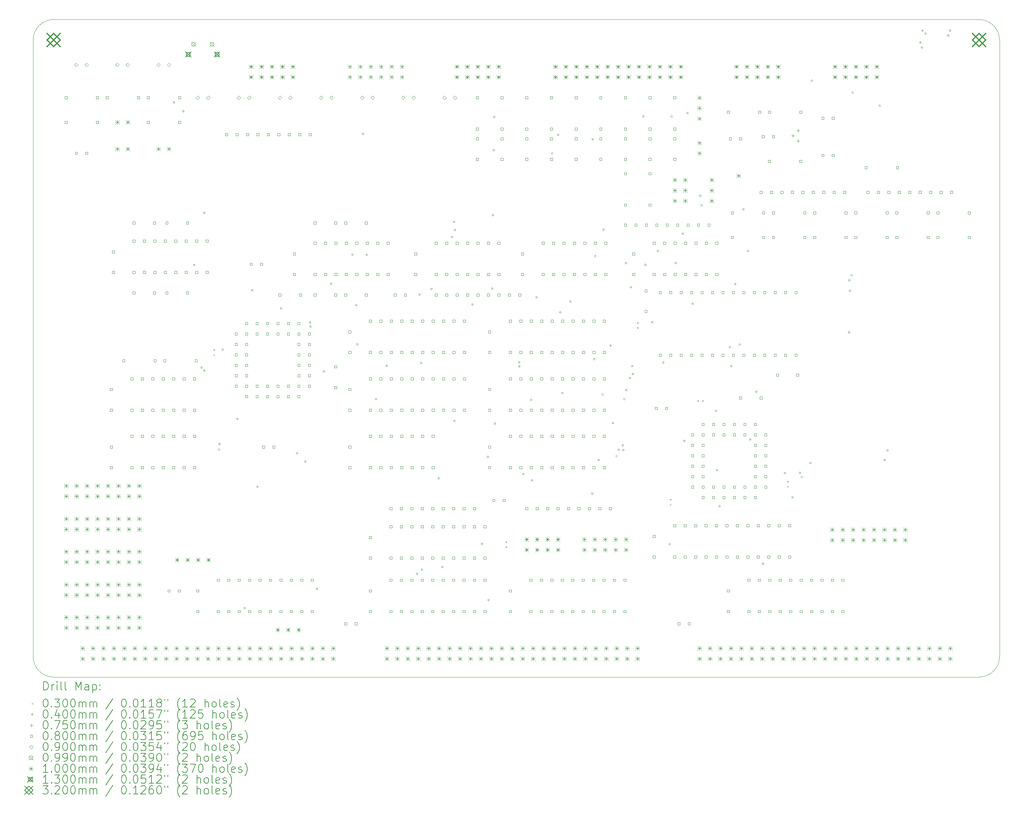
<source format=gbr>
%TF.GenerationSoftware,KiCad,Pcbnew,(6.0.11)*%
%TF.CreationDate,2023-11-08T11:43:05-05:00*%
%TF.ProjectId,input-output.Multi,696e7075-742d-46f7-9574-7075742e4d75,rev?*%
%TF.SameCoordinates,Original*%
%TF.FileFunction,Drillmap*%
%TF.FilePolarity,Positive*%
%FSLAX45Y45*%
G04 Gerber Fmt 4.5, Leading zero omitted, Abs format (unit mm)*
G04 Created by KiCad (PCBNEW (6.0.11)) date 2023-11-08 11:43:05*
%MOMM*%
%LPD*%
G01*
G04 APERTURE LIST*
%ADD10C,0.050000*%
%ADD11C,0.200000*%
%ADD12C,0.030000*%
%ADD13C,0.040000*%
%ADD14C,0.075000*%
%ADD15C,0.080000*%
%ADD16C,0.090000*%
%ADD17C,0.099000*%
%ADD18C,0.100000*%
%ADD19C,0.130000*%
%ADD20C,0.320000*%
G04 APERTURE END LIST*
D10*
X3500000Y-7500000D02*
X3500000Y-22500000D01*
X4000000Y-23000000D02*
X26500000Y-23000000D01*
X27000000Y-22500000D02*
X27000000Y-7500000D01*
X26500000Y-7000000D02*
X4000000Y-7000000D01*
X26500000Y-23000000D02*
G75*
G03*
X27000000Y-22500000I0J500000D01*
G01*
X27000000Y-7500000D02*
G75*
G03*
X26500000Y-7000000I-500000J0D01*
G01*
X3500000Y-22500000D02*
G75*
G03*
X4000000Y-23000000I500000J0D01*
G01*
X4000000Y-7000000D02*
G75*
G03*
X3500000Y-7500000I0J-500000D01*
G01*
D11*
D12*
X7885000Y-15025000D02*
X7915000Y-15055000D01*
X7915000Y-15025000D02*
X7885000Y-15055000D01*
X7885000Y-15145000D02*
X7915000Y-15175000D01*
X7915000Y-15145000D02*
X7885000Y-15175000D01*
X14985000Y-19700000D02*
X15015000Y-19730000D01*
X15015000Y-19700000D02*
X14985000Y-19730000D01*
X14985000Y-19820000D02*
X15015000Y-19850000D01*
X15015000Y-19820000D02*
X14985000Y-19850000D01*
X18185000Y-14365000D02*
X18215000Y-14395000D01*
X18215000Y-14365000D02*
X18185000Y-14395000D01*
X18185000Y-14485000D02*
X18215000Y-14515000D01*
X18215000Y-14485000D02*
X18185000Y-14515000D01*
X18985000Y-18665000D02*
X19015000Y-18695000D01*
X19015000Y-18665000D02*
X18985000Y-18695000D01*
X18985000Y-18785000D02*
X19015000Y-18815000D01*
X19015000Y-18785000D02*
X18985000Y-18815000D01*
X19650000Y-16265000D02*
X19680000Y-16295000D01*
X19680000Y-16265000D02*
X19650000Y-16295000D01*
X19770000Y-16265000D02*
X19800000Y-16295000D01*
X19800000Y-16265000D02*
X19770000Y-16295000D01*
X21835000Y-18230000D02*
X21865000Y-18260000D01*
X21865000Y-18230000D02*
X21835000Y-18260000D01*
X21835000Y-18350000D02*
X21865000Y-18380000D01*
X21865000Y-18350000D02*
X21835000Y-18380000D01*
D13*
X6944160Y-9012190D02*
G75*
G03*
X6944160Y-9012190I-20000J0D01*
G01*
X7171500Y-9236510D02*
G75*
G03*
X7171500Y-9236510I-20000J0D01*
G01*
X7435090Y-12971690D02*
G75*
G03*
X7435090Y-12971690I-20000J0D01*
G01*
X7613240Y-15469000D02*
G75*
G03*
X7613240Y-15469000I-20000J0D01*
G01*
X7680940Y-15543340D02*
G75*
G03*
X7680940Y-15543340I-20000J0D01*
G01*
X7681610Y-11702940D02*
G75*
G03*
X7681610Y-11702940I-20000J0D01*
G01*
X8039690Y-17464000D02*
G75*
G03*
X8039690Y-17464000I-20000J0D01*
G01*
X8053710Y-17330110D02*
G75*
G03*
X8053710Y-17330110I-20000J0D01*
G01*
X8128360Y-15031000D02*
G75*
G03*
X8128360Y-15031000I-20000J0D01*
G01*
X8484970Y-16719160D02*
G75*
G03*
X8484970Y-16719160I-20000J0D01*
G01*
X8663040Y-21320060D02*
G75*
G03*
X8663040Y-21320060I-20000J0D01*
G01*
X8846710Y-13584190D02*
G75*
G03*
X8846710Y-13584190I-20000J0D01*
G01*
X8974450Y-18371600D02*
G75*
G03*
X8974450Y-18371600I-20000J0D01*
G01*
X9548460Y-14032270D02*
G75*
G03*
X9548460Y-14032270I-20000J0D01*
G01*
X9937470Y-17555070D02*
G75*
G03*
X9937470Y-17555070I-20000J0D01*
G01*
X10139460Y-17756890D02*
G75*
G03*
X10139460Y-17756890I-20000J0D01*
G01*
X10255950Y-14371680D02*
G75*
G03*
X10255950Y-14371680I-20000J0D01*
G01*
X10265050Y-14471880D02*
G75*
G03*
X10265050Y-14471880I-20000J0D01*
G01*
X10422590Y-20848690D02*
G75*
G03*
X10422590Y-20848690I-20000J0D01*
G01*
X10589600Y-15562350D02*
G75*
G03*
X10589600Y-15562350I-20000J0D01*
G01*
X10766420Y-13430070D02*
G75*
G03*
X10766420Y-13430070I-20000J0D01*
G01*
X11282320Y-12716720D02*
G75*
G03*
X11282320Y-12716720I-20000J0D01*
G01*
X11377460Y-13948450D02*
G75*
G03*
X11377460Y-13948450I-20000J0D01*
G01*
X11403130Y-14901270D02*
G75*
G03*
X11403130Y-14901270I-20000J0D01*
G01*
X11540780Y-9784640D02*
G75*
G03*
X11540780Y-9784640I-20000J0D01*
G01*
X11631200Y-12728890D02*
G75*
G03*
X11631200Y-12728890I-20000J0D01*
G01*
X11860130Y-16235050D02*
G75*
G03*
X11860130Y-16235050I-20000J0D01*
G01*
X12115470Y-15422700D02*
G75*
G03*
X12115470Y-15422700I-20000J0D01*
G01*
X12854070Y-20483900D02*
G75*
G03*
X12854070Y-20483900I-20000J0D01*
G01*
X12916830Y-13690200D02*
G75*
G03*
X12916830Y-13690200I-20000J0D01*
G01*
X12953650Y-15355820D02*
G75*
G03*
X12953650Y-15355820I-20000J0D01*
G01*
X12970760Y-20386590D02*
G75*
G03*
X12970760Y-20386590I-20000J0D01*
G01*
X13206160Y-13555090D02*
G75*
G03*
X13206160Y-13555090I-20000J0D01*
G01*
X13384690Y-18161630D02*
G75*
G03*
X13384690Y-18161630I-20000J0D01*
G01*
X13470490Y-20320990D02*
G75*
G03*
X13470490Y-20320990I-20000J0D01*
G01*
X13706580Y-12292860D02*
G75*
G03*
X13706580Y-12292860I-20000J0D01*
G01*
X13752020Y-11923340D02*
G75*
G03*
X13752020Y-11923340I-20000J0D01*
G01*
X13765380Y-16764220D02*
G75*
G03*
X13765380Y-16764220I-20000J0D01*
G01*
X13778380Y-12122480D02*
G75*
G03*
X13778380Y-12122480I-20000J0D01*
G01*
X14200100Y-13930630D02*
G75*
G03*
X14200100Y-13930630I-20000J0D01*
G01*
X14437650Y-19759180D02*
G75*
G03*
X14437650Y-19759180I-20000J0D01*
G01*
X14577830Y-17640070D02*
G75*
G03*
X14577830Y-17640070I-20000J0D01*
G01*
X14594000Y-21124860D02*
G75*
G03*
X14594000Y-21124860I-20000J0D01*
G01*
X14684240Y-13548240D02*
G75*
G03*
X14684240Y-13548240I-20000J0D01*
G01*
X14702530Y-11761150D02*
G75*
G03*
X14702530Y-11761150I-20000J0D01*
G01*
X14719720Y-10178470D02*
G75*
G03*
X14719720Y-10178470I-20000J0D01*
G01*
X14731920Y-9375210D02*
G75*
G03*
X14731920Y-9375210I-20000J0D01*
G01*
X14751050Y-16833200D02*
G75*
G03*
X14751050Y-16833200I-20000J0D01*
G01*
X15339200Y-15341150D02*
G75*
G03*
X15339200Y-15341150I-20000J0D01*
G01*
X15343950Y-15441190D02*
G75*
G03*
X15343950Y-15441190I-20000J0D01*
G01*
X15439910Y-18061210D02*
G75*
G03*
X15439910Y-18061210I-20000J0D01*
G01*
X15628000Y-16251060D02*
G75*
G03*
X15628000Y-16251060I-20000J0D01*
G01*
X15651100Y-18211460D02*
G75*
G03*
X15651100Y-18211460I-20000J0D01*
G01*
X15760790Y-13760630D02*
G75*
G03*
X15760790Y-13760630I-20000J0D01*
G01*
X16141060Y-10259450D02*
G75*
G03*
X16141060Y-10259450I-20000J0D01*
G01*
X16287280Y-9805540D02*
G75*
G03*
X16287280Y-9805540I-20000J0D01*
G01*
X16337350Y-14122420D02*
G75*
G03*
X16337350Y-14122420I-20000J0D01*
G01*
X16390310Y-16087150D02*
G75*
G03*
X16390310Y-16087150I-20000J0D01*
G01*
X16583270Y-13862610D02*
G75*
G03*
X16583270Y-13862610I-20000J0D01*
G01*
X17117710Y-18533990D02*
G75*
G03*
X17117710Y-18533990I-20000J0D01*
G01*
X17125750Y-9914170D02*
G75*
G03*
X17125750Y-9914170I-20000J0D01*
G01*
X17165300Y-15264190D02*
G75*
G03*
X17165300Y-15264190I-20000J0D01*
G01*
X17190720Y-12757520D02*
G75*
G03*
X17190720Y-12757520I-20000J0D01*
G01*
X17273110Y-17714470D02*
G75*
G03*
X17273110Y-17714470I-20000J0D01*
G01*
X17369890Y-16124760D02*
G75*
G03*
X17369890Y-16124760I-20000J0D01*
G01*
X17389530Y-12111440D02*
G75*
G03*
X17389530Y-12111440I-20000J0D01*
G01*
X17561140Y-14931370D02*
G75*
G03*
X17561140Y-14931370I-20000J0D01*
G01*
X17616960Y-16818790D02*
G75*
G03*
X17616960Y-16818790I-20000J0D01*
G01*
X17707940Y-17624190D02*
G75*
G03*
X17707940Y-17624190I-20000J0D01*
G01*
X17757860Y-17466160D02*
G75*
G03*
X17757860Y-17466160I-20000J0D01*
G01*
X17860440Y-17363570D02*
G75*
G03*
X17860440Y-17363570I-20000J0D01*
G01*
X17872600Y-17476860D02*
G75*
G03*
X17872600Y-17476860I-20000J0D01*
G01*
X17895950Y-16235640D02*
G75*
G03*
X17895950Y-16235640I-20000J0D01*
G01*
X17936240Y-12927410D02*
G75*
G03*
X17936240Y-12927410I-20000J0D01*
G01*
X17940980Y-16014520D02*
G75*
G03*
X17940980Y-16014520I-20000J0D01*
G01*
X18031040Y-15725130D02*
G75*
G03*
X18031040Y-15725130I-20000J0D01*
G01*
X18056810Y-13513340D02*
G75*
G03*
X18056810Y-13513340I-20000J0D01*
G01*
X18086960Y-15434310D02*
G75*
G03*
X18086960Y-15434310I-20000J0D01*
G01*
X18103150Y-15625470D02*
G75*
G03*
X18103150Y-15625470I-20000J0D01*
G01*
X18359600Y-9356300D02*
G75*
G03*
X18359600Y-9356300I-20000J0D01*
G01*
X18407560Y-12967420D02*
G75*
G03*
X18407560Y-12967420I-20000J0D01*
G01*
X18575260Y-14363560D02*
G75*
G03*
X18575260Y-14363560I-20000J0D01*
G01*
X18711520Y-12627370D02*
G75*
G03*
X18711520Y-12627370I-20000J0D01*
G01*
X18844500Y-15345680D02*
G75*
G03*
X18844500Y-15345680I-20000J0D01*
G01*
X18997490Y-19765130D02*
G75*
G03*
X18997490Y-19765130I-20000J0D01*
G01*
X19046220Y-9360740D02*
G75*
G03*
X19046220Y-9360740I-20000J0D01*
G01*
X19142700Y-12925360D02*
G75*
G03*
X19142700Y-12925360I-20000J0D01*
G01*
X19317390Y-12210660D02*
G75*
G03*
X19317390Y-12210660I-20000J0D01*
G01*
X19355230Y-17253320D02*
G75*
G03*
X19355230Y-17253320I-20000J0D01*
G01*
X19434220Y-9274760D02*
G75*
G03*
X19434220Y-9274760I-20000J0D01*
G01*
X19557230Y-13916180D02*
G75*
G03*
X19557230Y-13916180I-20000J0D01*
G01*
X19743880Y-11287560D02*
G75*
G03*
X19743880Y-11287560I-20000J0D01*
G01*
X19772780Y-11520530D02*
G75*
G03*
X19772780Y-11520530I-20000J0D01*
G01*
X20128800Y-16521800D02*
G75*
G03*
X20128800Y-16521800I-20000J0D01*
G01*
X20151540Y-17961520D02*
G75*
G03*
X20151540Y-17961520I-20000J0D01*
G01*
X20212320Y-18841540D02*
G75*
G03*
X20212320Y-18841540I-20000J0D01*
G01*
X20462590Y-14972340D02*
G75*
G03*
X20462590Y-14972340I-20000J0D01*
G01*
X20498190Y-15434310D02*
G75*
G03*
X20498190Y-15434310I-20000J0D01*
G01*
X20593480Y-13438990D02*
G75*
G03*
X20593480Y-13438990I-20000J0D01*
G01*
X20701050Y-14906480D02*
G75*
G03*
X20701050Y-14906480I-20000J0D01*
G01*
X20793770Y-11618560D02*
G75*
G03*
X20793770Y-11618560I-20000J0D01*
G01*
X20903240Y-12627330D02*
G75*
G03*
X20903240Y-12627330I-20000J0D01*
G01*
X20955530Y-17220110D02*
G75*
G03*
X20955530Y-17220110I-20000J0D01*
G01*
X21106960Y-16056350D02*
G75*
G03*
X21106960Y-16056350I-20000J0D01*
G01*
X21269510Y-20240050D02*
G75*
G03*
X21269510Y-20240050I-20000J0D01*
G01*
X21800310Y-18033780D02*
G75*
G03*
X21800310Y-18033780I-20000J0D01*
G01*
X21986720Y-18629000D02*
G75*
G03*
X21986720Y-18629000I-20000J0D01*
G01*
X22168590Y-18029490D02*
G75*
G03*
X22168590Y-18029490I-20000J0D01*
G01*
X22213820Y-18132240D02*
G75*
G03*
X22213820Y-18132240I-20000J0D01*
G01*
X22422930Y-17791480D02*
G75*
G03*
X22422930Y-17791480I-20000J0D01*
G01*
X22456810Y-8488480D02*
G75*
G03*
X22456810Y-8488480I-20000J0D01*
G01*
X23359250Y-14609080D02*
G75*
G03*
X23359250Y-14609080I-20000J0D01*
G01*
X23365690Y-13343350D02*
G75*
G03*
X23365690Y-13343350I-20000J0D01*
G01*
X23382590Y-13600670D02*
G75*
G03*
X23382590Y-13600670I-20000J0D01*
G01*
X23423620Y-13221740D02*
G75*
G03*
X23423620Y-13221740I-20000J0D01*
G01*
X23450490Y-8777140D02*
G75*
G03*
X23450490Y-8777140I-20000J0D01*
G01*
X24105960Y-9095720D02*
G75*
G03*
X24105960Y-9095720I-20000J0D01*
G01*
X24223000Y-17716670D02*
G75*
G03*
X24223000Y-17716670I-20000J0D01*
G01*
X24297360Y-17486000D02*
G75*
G03*
X24297360Y-17486000I-20000J0D01*
G01*
X25095660Y-7556190D02*
G75*
G03*
X25095660Y-7556190I-20000J0D01*
G01*
X25130830Y-7680950D02*
G75*
G03*
X25130830Y-7680950I-20000J0D01*
G01*
X25146050Y-7270640D02*
G75*
G03*
X25146050Y-7270640I-20000J0D01*
G01*
X25219500Y-7340740D02*
G75*
G03*
X25219500Y-7340740I-20000J0D01*
G01*
X25772260Y-7386910D02*
G75*
G03*
X25772260Y-7386910I-20000J0D01*
G01*
X25816820Y-7271680D02*
G75*
G03*
X25816820Y-7271680I-20000J0D01*
G01*
D14*
X21973000Y-9785500D02*
X21973000Y-9860500D01*
X21935500Y-9823000D02*
X22010500Y-9823000D01*
X22100000Y-9658500D02*
X22100000Y-9733500D01*
X22062500Y-9696000D02*
X22137500Y-9696000D01*
X22100000Y-9912500D02*
X22100000Y-9987500D01*
X22062500Y-9950000D02*
X22137500Y-9950000D01*
D15*
X4328285Y-8928285D02*
X4328285Y-8871716D01*
X4271716Y-8871716D01*
X4271716Y-8928285D01*
X4328285Y-8928285D01*
X4328285Y-9528285D02*
X4328285Y-9471716D01*
X4271716Y-9471716D01*
X4271716Y-9528285D01*
X4328285Y-9528285D01*
X4578285Y-10278285D02*
X4578285Y-10221716D01*
X4521716Y-10221716D01*
X4521716Y-10278285D01*
X4578285Y-10278285D01*
X4828285Y-10278285D02*
X4828285Y-10221716D01*
X4771716Y-10221716D01*
X4771716Y-10278285D01*
X4828285Y-10278285D01*
X5090285Y-8928285D02*
X5090285Y-8871716D01*
X5033716Y-8871716D01*
X5033716Y-8928285D01*
X5090285Y-8928285D01*
X5090285Y-9528285D02*
X5090285Y-9471716D01*
X5033716Y-9471716D01*
X5033716Y-9528285D01*
X5090285Y-9528285D01*
X5328285Y-8928285D02*
X5328285Y-8871716D01*
X5271716Y-8871716D01*
X5271716Y-8928285D01*
X5328285Y-8928285D01*
X5428285Y-16028284D02*
X5428285Y-15971715D01*
X5371716Y-15971715D01*
X5371716Y-16028284D01*
X5428285Y-16028284D01*
X5428285Y-16528284D02*
X5428285Y-16471715D01*
X5371716Y-16471715D01*
X5371716Y-16528284D01*
X5428285Y-16528284D01*
X5428285Y-17428285D02*
X5428285Y-17371716D01*
X5371716Y-17371716D01*
X5371716Y-17428285D01*
X5428285Y-17428285D01*
X5428285Y-17928285D02*
X5428285Y-17871716D01*
X5371716Y-17871716D01*
X5371716Y-17928285D01*
X5428285Y-17928285D01*
X5478285Y-12678284D02*
X5478285Y-12621715D01*
X5421716Y-12621715D01*
X5421716Y-12678284D01*
X5478285Y-12678284D01*
X5478285Y-13178284D02*
X5478285Y-13121715D01*
X5421716Y-13121715D01*
X5421716Y-13178284D01*
X5478285Y-13178284D01*
X5728284Y-15328284D02*
X5728284Y-15271715D01*
X5671715Y-15271715D01*
X5671715Y-15328284D01*
X5728284Y-15328284D01*
X5928284Y-15766284D02*
X5928284Y-15709715D01*
X5871715Y-15709715D01*
X5871715Y-15766284D01*
X5928284Y-15766284D01*
X5928284Y-16528284D02*
X5928284Y-16471715D01*
X5871715Y-16471715D01*
X5871715Y-16528284D01*
X5928284Y-16528284D01*
X5928284Y-17166285D02*
X5928284Y-17109716D01*
X5871715Y-17109716D01*
X5871715Y-17166285D01*
X5928284Y-17166285D01*
X5928284Y-17928285D02*
X5928284Y-17871716D01*
X5871715Y-17871716D01*
X5871715Y-17928285D01*
X5928284Y-17928285D01*
X5978284Y-11978284D02*
X5978284Y-11921715D01*
X5921715Y-11921715D01*
X5921715Y-11978284D01*
X5978284Y-11978284D01*
X5978284Y-12416284D02*
X5978284Y-12359715D01*
X5921715Y-12359715D01*
X5921715Y-12416284D01*
X5978284Y-12416284D01*
X5978284Y-13178284D02*
X5978284Y-13121715D01*
X5921715Y-13121715D01*
X5921715Y-13178284D01*
X5978284Y-13178284D01*
X5978284Y-13678284D02*
X5978284Y-13621715D01*
X5921715Y-13621715D01*
X5921715Y-13678284D01*
X5978284Y-13678284D01*
X6090284Y-8928285D02*
X6090284Y-8871716D01*
X6033715Y-8871716D01*
X6033715Y-8928285D01*
X6090284Y-8928285D01*
X6182284Y-15766284D02*
X6182284Y-15709715D01*
X6125715Y-15709715D01*
X6125715Y-15766284D01*
X6182284Y-15766284D01*
X6182284Y-16528284D02*
X6182284Y-16471715D01*
X6125715Y-16471715D01*
X6125715Y-16528284D01*
X6182284Y-16528284D01*
X6182284Y-17166285D02*
X6182284Y-17109716D01*
X6125715Y-17109716D01*
X6125715Y-17166285D01*
X6182284Y-17166285D01*
X6182284Y-17928285D02*
X6182284Y-17871716D01*
X6125715Y-17871716D01*
X6125715Y-17928285D01*
X6182284Y-17928285D01*
X6232284Y-12416284D02*
X6232284Y-12359715D01*
X6175715Y-12359715D01*
X6175715Y-12416284D01*
X6232284Y-12416284D01*
X6232284Y-13178284D02*
X6232284Y-13121715D01*
X6175715Y-13121715D01*
X6175715Y-13178284D01*
X6232284Y-13178284D01*
X6328284Y-8928285D02*
X6328284Y-8871716D01*
X6271715Y-8871716D01*
X6271715Y-8928285D01*
X6328284Y-8928285D01*
X6328284Y-9528285D02*
X6328284Y-9471716D01*
X6271715Y-9471716D01*
X6271715Y-9528285D01*
X6328284Y-9528285D01*
X6436284Y-15766284D02*
X6436284Y-15709715D01*
X6379715Y-15709715D01*
X6379715Y-15766284D01*
X6436284Y-15766284D01*
X6436284Y-16528284D02*
X6436284Y-16471715D01*
X6379715Y-16471715D01*
X6379715Y-16528284D01*
X6436284Y-16528284D01*
X6436284Y-17166285D02*
X6436284Y-17109716D01*
X6379715Y-17109716D01*
X6379715Y-17166285D01*
X6436284Y-17166285D01*
X6436284Y-17928285D02*
X6436284Y-17871716D01*
X6379715Y-17871716D01*
X6379715Y-17928285D01*
X6436284Y-17928285D01*
X6478284Y-11978284D02*
X6478284Y-11921715D01*
X6421715Y-11921715D01*
X6421715Y-11978284D01*
X6478284Y-11978284D01*
X6478284Y-13678284D02*
X6478284Y-13621715D01*
X6421715Y-13621715D01*
X6421715Y-13678284D01*
X6478284Y-13678284D01*
X6486284Y-12416284D02*
X6486284Y-12359715D01*
X6429715Y-12359715D01*
X6429715Y-12416284D01*
X6486284Y-12416284D01*
X6486284Y-13178284D02*
X6486284Y-13121715D01*
X6429715Y-13121715D01*
X6429715Y-13178284D01*
X6486284Y-13178284D01*
X6490284Y-15328284D02*
X6490284Y-15271715D01*
X6433715Y-15271715D01*
X6433715Y-15328284D01*
X6490284Y-15328284D01*
X6690284Y-15766284D02*
X6690284Y-15709715D01*
X6633715Y-15709715D01*
X6633715Y-15766284D01*
X6690284Y-15766284D01*
X6690284Y-16528284D02*
X6690284Y-16471715D01*
X6633715Y-16471715D01*
X6633715Y-16528284D01*
X6690284Y-16528284D01*
X6690284Y-17166285D02*
X6690284Y-17109716D01*
X6633715Y-17109716D01*
X6633715Y-17166285D01*
X6690284Y-17166285D01*
X6690284Y-17928285D02*
X6690284Y-17871716D01*
X6633715Y-17871716D01*
X6633715Y-17928285D01*
X6690284Y-17928285D01*
X6728284Y-15328284D02*
X6728284Y-15271715D01*
X6671715Y-15271715D01*
X6671715Y-15328284D01*
X6728284Y-15328284D01*
X6740284Y-12416284D02*
X6740284Y-12359715D01*
X6683715Y-12359715D01*
X6683715Y-12416284D01*
X6740284Y-12416284D01*
X6740284Y-13178284D02*
X6740284Y-13121715D01*
X6683715Y-13121715D01*
X6683715Y-13178284D01*
X6740284Y-13178284D01*
X6778284Y-11978284D02*
X6778284Y-11921715D01*
X6721715Y-11921715D01*
X6721715Y-11978284D01*
X6778284Y-11978284D01*
X6778284Y-13678284D02*
X6778284Y-13621715D01*
X6721715Y-13621715D01*
X6721715Y-13678284D01*
X6778284Y-13678284D01*
X6828284Y-20928285D02*
X6828284Y-20871716D01*
X6771715Y-20871716D01*
X6771715Y-20928285D01*
X6828284Y-20928285D01*
X6944284Y-15766284D02*
X6944284Y-15709715D01*
X6887715Y-15709715D01*
X6887715Y-15766284D01*
X6944284Y-15766284D01*
X6944284Y-16528284D02*
X6944284Y-16471715D01*
X6887715Y-16471715D01*
X6887715Y-16528284D01*
X6944284Y-16528284D01*
X6944284Y-17166285D02*
X6944284Y-17109716D01*
X6887715Y-17109716D01*
X6887715Y-17166285D01*
X6944284Y-17166285D01*
X6944284Y-17928285D02*
X6944284Y-17871716D01*
X6887715Y-17871716D01*
X6887715Y-17928285D01*
X6944284Y-17928285D01*
X6994284Y-12416284D02*
X6994284Y-12359715D01*
X6937715Y-12359715D01*
X6937715Y-12416284D01*
X6994284Y-12416284D01*
X6994284Y-13178284D02*
X6994284Y-13121715D01*
X6937715Y-13121715D01*
X6937715Y-13178284D01*
X6994284Y-13178284D01*
X7078284Y-20928285D02*
X7078284Y-20871716D01*
X7021715Y-20871716D01*
X7021715Y-20928285D01*
X7078284Y-20928285D01*
X7090284Y-8928285D02*
X7090284Y-8871716D01*
X7033715Y-8871716D01*
X7033715Y-8928285D01*
X7090284Y-8928285D01*
X7090284Y-9528285D02*
X7090284Y-9471716D01*
X7033715Y-9471716D01*
X7033715Y-9528285D01*
X7090284Y-9528285D01*
X7198284Y-15766284D02*
X7198284Y-15709715D01*
X7141715Y-15709715D01*
X7141715Y-15766284D01*
X7198284Y-15766284D01*
X7198284Y-16528284D02*
X7198284Y-16471715D01*
X7141715Y-16471715D01*
X7141715Y-16528284D01*
X7198284Y-16528284D01*
X7198284Y-17166285D02*
X7198284Y-17109716D01*
X7141715Y-17109716D01*
X7141715Y-17166285D01*
X7198284Y-17166285D01*
X7198284Y-17928285D02*
X7198284Y-17871716D01*
X7141715Y-17871716D01*
X7141715Y-17928285D01*
X7198284Y-17928285D01*
X7248284Y-12416284D02*
X7248284Y-12359715D01*
X7191715Y-12359715D01*
X7191715Y-12416284D01*
X7248284Y-12416284D01*
X7248284Y-13178284D02*
X7248284Y-13121715D01*
X7191715Y-13121715D01*
X7191715Y-13178284D01*
X7248284Y-13178284D01*
X7278284Y-11978284D02*
X7278284Y-11921715D01*
X7221715Y-11921715D01*
X7221715Y-11978284D01*
X7278284Y-11978284D01*
X7278284Y-13678284D02*
X7278284Y-13621715D01*
X7221715Y-13621715D01*
X7221715Y-13678284D01*
X7278284Y-13678284D01*
X7452284Y-15766284D02*
X7452284Y-15709715D01*
X7395715Y-15709715D01*
X7395715Y-15766284D01*
X7452284Y-15766284D01*
X7452284Y-16528284D02*
X7452284Y-16471715D01*
X7395715Y-16471715D01*
X7395715Y-16528284D01*
X7452284Y-16528284D01*
X7452284Y-17166285D02*
X7452284Y-17109716D01*
X7395715Y-17109716D01*
X7395715Y-17166285D01*
X7452284Y-17166285D01*
X7452284Y-17928285D02*
X7452284Y-17871716D01*
X7395715Y-17871716D01*
X7395715Y-17928285D01*
X7452284Y-17928285D01*
X7490284Y-15328284D02*
X7490284Y-15271715D01*
X7433715Y-15271715D01*
X7433715Y-15328284D01*
X7490284Y-15328284D01*
X7502284Y-12416284D02*
X7502284Y-12359715D01*
X7445715Y-12359715D01*
X7445715Y-12416284D01*
X7502284Y-12416284D01*
X7502284Y-13178284D02*
X7502284Y-13121715D01*
X7445715Y-13121715D01*
X7445715Y-13178284D01*
X7502284Y-13178284D01*
X7528284Y-20928285D02*
X7528284Y-20871716D01*
X7471715Y-20871716D01*
X7471715Y-20928285D01*
X7528284Y-20928285D01*
X7528284Y-21428285D02*
X7528284Y-21371716D01*
X7471715Y-21371716D01*
X7471715Y-21428285D01*
X7528284Y-21428285D01*
X7756284Y-12416284D02*
X7756284Y-12359715D01*
X7699715Y-12359715D01*
X7699715Y-12416284D01*
X7756284Y-12416284D01*
X7756284Y-13178284D02*
X7756284Y-13121715D01*
X7699715Y-13121715D01*
X7699715Y-13178284D01*
X7756284Y-13178284D01*
X8028284Y-20666285D02*
X8028284Y-20609716D01*
X7971715Y-20609716D01*
X7971715Y-20666285D01*
X8028284Y-20666285D01*
X8028284Y-21428285D02*
X8028284Y-21371716D01*
X7971715Y-21371716D01*
X7971715Y-21428285D01*
X8028284Y-21428285D01*
X8228284Y-9828285D02*
X8228284Y-9771716D01*
X8171715Y-9771716D01*
X8171715Y-9828285D01*
X8228284Y-9828285D01*
X8282284Y-20666285D02*
X8282284Y-20609716D01*
X8225715Y-20609716D01*
X8225715Y-20666285D01*
X8282284Y-20666285D01*
X8282284Y-21428285D02*
X8282284Y-21371716D01*
X8225715Y-21371716D01*
X8225715Y-21428285D01*
X8282284Y-21428285D01*
X8462285Y-14678284D02*
X8462285Y-14621715D01*
X8405716Y-14621715D01*
X8405716Y-14678284D01*
X8462285Y-14678284D01*
X8462285Y-14932284D02*
X8462285Y-14875715D01*
X8405716Y-14875715D01*
X8405716Y-14932284D01*
X8462285Y-14932284D01*
X8462285Y-15186284D02*
X8462285Y-15129715D01*
X8405716Y-15129715D01*
X8405716Y-15186284D01*
X8462285Y-15186284D01*
X8462285Y-15440284D02*
X8462285Y-15383715D01*
X8405716Y-15383715D01*
X8405716Y-15440284D01*
X8462285Y-15440284D01*
X8462285Y-15694284D02*
X8462285Y-15637715D01*
X8405716Y-15637715D01*
X8405716Y-15694284D01*
X8462285Y-15694284D01*
X8462285Y-15948284D02*
X8462285Y-15891715D01*
X8405716Y-15891715D01*
X8405716Y-15948284D01*
X8462285Y-15948284D01*
X8482285Y-9828285D02*
X8482285Y-9771716D01*
X8425716Y-9771716D01*
X8425716Y-9828285D01*
X8482285Y-9828285D01*
X8536285Y-20666285D02*
X8536285Y-20609716D01*
X8479716Y-20609716D01*
X8479716Y-20666285D01*
X8536285Y-20666285D01*
X8536285Y-21428285D02*
X8536285Y-21371716D01*
X8479716Y-21371716D01*
X8479716Y-21428285D01*
X8536285Y-21428285D01*
X8716285Y-14424284D02*
X8716285Y-14367715D01*
X8659716Y-14367715D01*
X8659716Y-14424284D01*
X8716285Y-14424284D01*
X8716285Y-14678284D02*
X8716285Y-14621715D01*
X8659716Y-14621715D01*
X8659716Y-14678284D01*
X8716285Y-14678284D01*
X8716285Y-14932284D02*
X8716285Y-14875715D01*
X8659716Y-14875715D01*
X8659716Y-14932284D01*
X8716285Y-14932284D01*
X8716285Y-15186284D02*
X8716285Y-15129715D01*
X8659716Y-15129715D01*
X8659716Y-15186284D01*
X8716285Y-15186284D01*
X8716285Y-15440284D02*
X8716285Y-15383715D01*
X8659716Y-15383715D01*
X8659716Y-15440284D01*
X8716285Y-15440284D01*
X8716285Y-15694284D02*
X8716285Y-15637715D01*
X8659716Y-15637715D01*
X8659716Y-15694284D01*
X8716285Y-15694284D01*
X8716285Y-15948284D02*
X8716285Y-15891715D01*
X8659716Y-15891715D01*
X8659716Y-15948284D01*
X8716285Y-15948284D01*
X8716285Y-16202284D02*
X8716285Y-16145715D01*
X8659716Y-16145715D01*
X8659716Y-16202284D01*
X8716285Y-16202284D01*
X8736285Y-9828285D02*
X8736285Y-9771716D01*
X8679716Y-9771716D01*
X8679716Y-9828285D01*
X8736285Y-9828285D01*
X8790285Y-20666285D02*
X8790285Y-20609716D01*
X8733716Y-20609716D01*
X8733716Y-20666285D01*
X8790285Y-20666285D01*
X8790285Y-21428285D02*
X8790285Y-21371716D01*
X8733716Y-21371716D01*
X8733716Y-21428285D01*
X8790285Y-21428285D01*
X8828285Y-12978284D02*
X8828285Y-12921715D01*
X8771716Y-12921715D01*
X8771716Y-12978284D01*
X8828285Y-12978284D01*
X8970285Y-14424284D02*
X8970285Y-14367715D01*
X8913716Y-14367715D01*
X8913716Y-14424284D01*
X8970285Y-14424284D01*
X8970285Y-14678284D02*
X8970285Y-14621715D01*
X8913716Y-14621715D01*
X8913716Y-14678284D01*
X8970285Y-14678284D01*
X8970285Y-15948284D02*
X8970285Y-15891715D01*
X8913716Y-15891715D01*
X8913716Y-15948284D01*
X8970285Y-15948284D01*
X8970285Y-16202284D02*
X8970285Y-16145715D01*
X8913716Y-16145715D01*
X8913716Y-16202284D01*
X8970285Y-16202284D01*
X8990285Y-9828285D02*
X8990285Y-9771716D01*
X8933716Y-9771716D01*
X8933716Y-9828285D01*
X8990285Y-9828285D01*
X9044285Y-20666285D02*
X9044285Y-20609716D01*
X8987716Y-20609716D01*
X8987716Y-20666285D01*
X9044285Y-20666285D01*
X9044285Y-21428285D02*
X9044285Y-21371716D01*
X8987716Y-21371716D01*
X8987716Y-21428285D01*
X9044285Y-21428285D01*
X9078285Y-12978284D02*
X9078285Y-12921715D01*
X9021716Y-12921715D01*
X9021716Y-12978284D01*
X9078285Y-12978284D01*
X9128285Y-17428285D02*
X9128285Y-17371716D01*
X9071716Y-17371716D01*
X9071716Y-17428285D01*
X9128285Y-17428285D01*
X9224285Y-14424284D02*
X9224285Y-14367715D01*
X9167716Y-14367715D01*
X9167716Y-14424284D01*
X9224285Y-14424284D01*
X9224285Y-14678284D02*
X9224285Y-14621715D01*
X9167716Y-14621715D01*
X9167716Y-14678284D01*
X9224285Y-14678284D01*
X9224285Y-15948284D02*
X9224285Y-15891715D01*
X9167716Y-15891715D01*
X9167716Y-15948284D01*
X9224285Y-15948284D01*
X9224285Y-16202284D02*
X9224285Y-16145715D01*
X9167716Y-16145715D01*
X9167716Y-16202284D01*
X9224285Y-16202284D01*
X9244285Y-9828285D02*
X9244285Y-9771716D01*
X9187716Y-9771716D01*
X9187716Y-9828285D01*
X9244285Y-9828285D01*
X9298285Y-20666285D02*
X9298285Y-20609716D01*
X9241716Y-20609716D01*
X9241716Y-20666285D01*
X9298285Y-20666285D01*
X9298285Y-21428285D02*
X9298285Y-21371716D01*
X9241716Y-21371716D01*
X9241716Y-21428285D01*
X9298285Y-21428285D01*
X9378285Y-17428285D02*
X9378285Y-17371716D01*
X9321716Y-17371716D01*
X9321716Y-17428285D01*
X9378285Y-17428285D01*
X9478285Y-14424284D02*
X9478285Y-14367715D01*
X9421716Y-14367715D01*
X9421716Y-14424284D01*
X9478285Y-14424284D01*
X9478285Y-14678284D02*
X9478285Y-14621715D01*
X9421716Y-14621715D01*
X9421716Y-14678284D01*
X9478285Y-14678284D01*
X9478285Y-15948284D02*
X9478285Y-15891715D01*
X9421716Y-15891715D01*
X9421716Y-15948284D01*
X9478285Y-15948284D01*
X9478285Y-16202284D02*
X9478285Y-16145715D01*
X9421716Y-16145715D01*
X9421716Y-16202284D01*
X9478285Y-16202284D01*
X9498285Y-9828285D02*
X9498285Y-9771716D01*
X9441716Y-9771716D01*
X9441716Y-9828285D01*
X9498285Y-9828285D01*
X9528285Y-13728284D02*
X9528285Y-13671715D01*
X9471716Y-13671715D01*
X9471716Y-13728284D01*
X9528285Y-13728284D01*
X9552285Y-20666285D02*
X9552285Y-20609716D01*
X9495716Y-20609716D01*
X9495716Y-20666285D01*
X9552285Y-20666285D01*
X9552285Y-21428285D02*
X9552285Y-21371716D01*
X9495716Y-21371716D01*
X9495716Y-21428285D01*
X9552285Y-21428285D01*
X9732285Y-14424284D02*
X9732285Y-14367715D01*
X9675716Y-14367715D01*
X9675716Y-14424284D01*
X9732285Y-14424284D01*
X9732285Y-14678284D02*
X9732285Y-14621715D01*
X9675716Y-14621715D01*
X9675716Y-14678284D01*
X9732285Y-14678284D01*
X9732285Y-15948284D02*
X9732285Y-15891715D01*
X9675716Y-15891715D01*
X9675716Y-15948284D01*
X9732285Y-15948284D01*
X9732285Y-16202284D02*
X9732285Y-16145715D01*
X9675716Y-16145715D01*
X9675716Y-16202284D01*
X9732285Y-16202284D01*
X9752285Y-9828285D02*
X9752285Y-9771716D01*
X9695716Y-9771716D01*
X9695716Y-9828285D01*
X9752285Y-9828285D01*
X9806285Y-20666285D02*
X9806285Y-20609716D01*
X9749716Y-20609716D01*
X9749716Y-20666285D01*
X9806285Y-20666285D01*
X9806285Y-21428285D02*
X9806285Y-21371716D01*
X9749716Y-21371716D01*
X9749716Y-21428285D01*
X9806285Y-21428285D01*
X9878285Y-12728284D02*
X9878285Y-12671715D01*
X9821716Y-12671715D01*
X9821716Y-12728284D01*
X9878285Y-12728284D01*
X9878285Y-13228284D02*
X9878285Y-13171715D01*
X9821716Y-13171715D01*
X9821716Y-13228284D01*
X9878285Y-13228284D01*
X9986285Y-14424284D02*
X9986285Y-14367715D01*
X9929716Y-14367715D01*
X9929716Y-14424284D01*
X9986285Y-14424284D01*
X9986285Y-14678284D02*
X9986285Y-14621715D01*
X9929716Y-14621715D01*
X9929716Y-14678284D01*
X9986285Y-14678284D01*
X9986285Y-14932284D02*
X9986285Y-14875715D01*
X9929716Y-14875715D01*
X9929716Y-14932284D01*
X9986285Y-14932284D01*
X9986285Y-15186284D02*
X9986285Y-15129715D01*
X9929716Y-15129715D01*
X9929716Y-15186284D01*
X9986285Y-15186284D01*
X9986285Y-15440284D02*
X9986285Y-15383715D01*
X9929716Y-15383715D01*
X9929716Y-15440284D01*
X9986285Y-15440284D01*
X9986285Y-15694284D02*
X9986285Y-15637715D01*
X9929716Y-15637715D01*
X9929716Y-15694284D01*
X9986285Y-15694284D01*
X9986285Y-15948284D02*
X9986285Y-15891715D01*
X9929716Y-15891715D01*
X9929716Y-15948284D01*
X9986285Y-15948284D01*
X9986285Y-16202284D02*
X9986285Y-16145715D01*
X9929716Y-16145715D01*
X9929716Y-16202284D01*
X9986285Y-16202284D01*
X10006285Y-9828285D02*
X10006285Y-9771716D01*
X9949716Y-9771716D01*
X9949716Y-9828285D01*
X10006285Y-9828285D01*
X10028285Y-13728284D02*
X10028285Y-13671715D01*
X9971716Y-13671715D01*
X9971716Y-13728284D01*
X10028285Y-13728284D01*
X10060285Y-20666285D02*
X10060285Y-20609716D01*
X10003716Y-20609716D01*
X10003716Y-20666285D01*
X10060285Y-20666285D01*
X10060285Y-21428285D02*
X10060285Y-21371716D01*
X10003716Y-21371716D01*
X10003716Y-21428285D01*
X10060285Y-21428285D01*
X10240285Y-14678284D02*
X10240285Y-14621715D01*
X10183716Y-14621715D01*
X10183716Y-14678284D01*
X10240285Y-14678284D01*
X10240285Y-14932284D02*
X10240285Y-14875715D01*
X10183716Y-14875715D01*
X10183716Y-14932284D01*
X10240285Y-14932284D01*
X10240285Y-15186284D02*
X10240285Y-15129715D01*
X10183716Y-15129715D01*
X10183716Y-15186284D01*
X10240285Y-15186284D01*
X10240285Y-15440284D02*
X10240285Y-15383715D01*
X10183716Y-15383715D01*
X10183716Y-15440284D01*
X10240285Y-15440284D01*
X10240285Y-15694284D02*
X10240285Y-15637715D01*
X10183716Y-15637715D01*
X10183716Y-15694284D01*
X10240285Y-15694284D01*
X10240285Y-15948284D02*
X10240285Y-15891715D01*
X10183716Y-15891715D01*
X10183716Y-15948284D01*
X10240285Y-15948284D01*
X10260285Y-9828285D02*
X10260285Y-9771716D01*
X10203716Y-9771716D01*
X10203716Y-9828285D01*
X10260285Y-9828285D01*
X10314285Y-20666285D02*
X10314285Y-20609716D01*
X10257716Y-20609716D01*
X10257716Y-20666285D01*
X10314285Y-20666285D01*
X10314285Y-21428285D02*
X10314285Y-21371716D01*
X10257716Y-21371716D01*
X10257716Y-21428285D01*
X10314285Y-21428285D01*
X10378285Y-11978284D02*
X10378285Y-11921715D01*
X10321716Y-11921715D01*
X10321716Y-11978284D01*
X10378285Y-11978284D01*
X10378285Y-12466284D02*
X10378285Y-12409715D01*
X10321716Y-12409715D01*
X10321716Y-12466284D01*
X10378285Y-12466284D01*
X10378285Y-13228284D02*
X10378285Y-13171715D01*
X10321716Y-13171715D01*
X10321716Y-13228284D01*
X10378285Y-13228284D01*
X10378285Y-13728284D02*
X10378285Y-13671715D01*
X10321716Y-13671715D01*
X10321716Y-13728284D01*
X10378285Y-13728284D01*
X10632285Y-12466284D02*
X10632285Y-12409715D01*
X10575716Y-12409715D01*
X10575716Y-12466284D01*
X10632285Y-12466284D01*
X10632285Y-13228284D02*
X10632285Y-13171715D01*
X10575716Y-13171715D01*
X10575716Y-13228284D01*
X10632285Y-13228284D01*
X10878285Y-11978284D02*
X10878285Y-11921715D01*
X10821716Y-11921715D01*
X10821716Y-11978284D01*
X10878285Y-11978284D01*
X10878285Y-13728284D02*
X10878285Y-13671715D01*
X10821716Y-13671715D01*
X10821716Y-13728284D01*
X10878285Y-13728284D01*
X10878285Y-15478284D02*
X10878285Y-15421715D01*
X10821716Y-15421715D01*
X10821716Y-15478284D01*
X10878285Y-15478284D01*
X10878285Y-15978284D02*
X10878285Y-15921715D01*
X10821716Y-15921715D01*
X10821716Y-15978284D01*
X10878285Y-15978284D01*
X10886285Y-12466284D02*
X10886285Y-12409715D01*
X10829716Y-12409715D01*
X10829716Y-12466284D01*
X10886285Y-12466284D01*
X10886285Y-13228284D02*
X10886285Y-13171715D01*
X10829716Y-13171715D01*
X10829716Y-13228284D01*
X10886285Y-13228284D01*
X11128285Y-11978284D02*
X11128285Y-11921715D01*
X11071716Y-11921715D01*
X11071716Y-11978284D01*
X11128285Y-11978284D01*
X11128285Y-13728284D02*
X11128285Y-13671715D01*
X11071716Y-13671715D01*
X11071716Y-13728284D01*
X11128285Y-13728284D01*
X11128285Y-21728285D02*
X11128285Y-21671716D01*
X11071716Y-21671716D01*
X11071716Y-21728285D01*
X11128285Y-21728285D01*
X11140285Y-12466284D02*
X11140285Y-12409715D01*
X11083716Y-12409715D01*
X11083716Y-12466284D01*
X11140285Y-12466284D01*
X11140285Y-13228284D02*
X11140285Y-13171715D01*
X11083716Y-13171715D01*
X11083716Y-13228284D01*
X11140285Y-13228284D01*
X11228284Y-14628284D02*
X11228284Y-14571715D01*
X11171716Y-14571715D01*
X11171716Y-14628284D01*
X11228284Y-14628284D01*
X11228284Y-15128284D02*
X11228284Y-15071715D01*
X11171716Y-15071715D01*
X11171716Y-15128284D01*
X11228284Y-15128284D01*
X11228284Y-16028284D02*
X11228284Y-15971715D01*
X11171716Y-15971715D01*
X11171716Y-16028284D01*
X11228284Y-16028284D01*
X11228284Y-16528284D02*
X11228284Y-16471715D01*
X11171716Y-16471715D01*
X11171716Y-16528284D01*
X11228284Y-16528284D01*
X11228284Y-17428285D02*
X11228284Y-17371716D01*
X11171716Y-17371716D01*
X11171716Y-17428285D01*
X11228284Y-17428285D01*
X11228284Y-17928285D02*
X11228284Y-17871716D01*
X11171716Y-17871716D01*
X11171716Y-17928285D01*
X11228284Y-17928285D01*
X11378284Y-21728285D02*
X11378284Y-21671716D01*
X11321715Y-21671716D01*
X11321715Y-21728285D01*
X11378284Y-21728285D01*
X11394284Y-12466284D02*
X11394284Y-12409715D01*
X11337715Y-12409715D01*
X11337715Y-12466284D01*
X11394284Y-12466284D01*
X11394284Y-13228284D02*
X11394284Y-13171715D01*
X11337715Y-13171715D01*
X11337715Y-13228284D01*
X11394284Y-13228284D01*
X11628284Y-11978284D02*
X11628284Y-11921715D01*
X11571715Y-11921715D01*
X11571715Y-11978284D01*
X11628284Y-11978284D01*
X11628284Y-13728284D02*
X11628284Y-13671715D01*
X11571715Y-13671715D01*
X11571715Y-13728284D01*
X11628284Y-13728284D01*
X11648284Y-12466284D02*
X11648284Y-12409715D01*
X11591715Y-12409715D01*
X11591715Y-12466284D01*
X11648284Y-12466284D01*
X11648284Y-13228284D02*
X11648284Y-13171715D01*
X11591715Y-13171715D01*
X11591715Y-13228284D01*
X11648284Y-13228284D01*
X11728284Y-14366284D02*
X11728284Y-14309715D01*
X11671715Y-14309715D01*
X11671715Y-14366284D01*
X11728284Y-14366284D01*
X11728284Y-15128284D02*
X11728284Y-15071715D01*
X11671715Y-15071715D01*
X11671715Y-15128284D01*
X11728284Y-15128284D01*
X11728284Y-15766284D02*
X11728284Y-15709715D01*
X11671715Y-15709715D01*
X11671715Y-15766284D01*
X11728284Y-15766284D01*
X11728284Y-16528284D02*
X11728284Y-16471715D01*
X11671715Y-16471715D01*
X11671715Y-16528284D01*
X11728284Y-16528284D01*
X11728284Y-17166285D02*
X11728284Y-17109716D01*
X11671715Y-17109716D01*
X11671715Y-17166285D01*
X11728284Y-17166285D01*
X11728284Y-17928285D02*
X11728284Y-17871716D01*
X11671715Y-17871716D01*
X11671715Y-17928285D01*
X11728284Y-17928285D01*
X11728284Y-19628285D02*
X11728284Y-19571716D01*
X11671715Y-19571716D01*
X11671715Y-19628285D01*
X11728284Y-19628285D01*
X11728284Y-20128285D02*
X11728284Y-20071716D01*
X11671715Y-20071716D01*
X11671715Y-20128285D01*
X11728284Y-20128285D01*
X11728284Y-20928285D02*
X11728284Y-20871716D01*
X11671715Y-20871716D01*
X11671715Y-20928285D01*
X11728284Y-20928285D01*
X11728284Y-21428285D02*
X11728284Y-21371716D01*
X11671715Y-21371716D01*
X11671715Y-21428285D01*
X11728284Y-21428285D01*
X11902284Y-12466284D02*
X11902284Y-12409715D01*
X11845715Y-12409715D01*
X11845715Y-12466284D01*
X11902284Y-12466284D01*
X11902284Y-13228284D02*
X11902284Y-13171715D01*
X11845715Y-13171715D01*
X11845715Y-13228284D01*
X11902284Y-13228284D01*
X11982284Y-14366284D02*
X11982284Y-14309715D01*
X11925715Y-14309715D01*
X11925715Y-14366284D01*
X11982284Y-14366284D01*
X11982284Y-15128284D02*
X11982284Y-15071715D01*
X11925715Y-15071715D01*
X11925715Y-15128284D01*
X11982284Y-15128284D01*
X11982284Y-15766284D02*
X11982284Y-15709715D01*
X11925715Y-15709715D01*
X11925715Y-15766284D01*
X11982284Y-15766284D01*
X11982284Y-16528284D02*
X11982284Y-16471715D01*
X11925715Y-16471715D01*
X11925715Y-16528284D01*
X11982284Y-16528284D01*
X11982284Y-17166285D02*
X11982284Y-17109716D01*
X11925715Y-17109716D01*
X11925715Y-17166285D01*
X11982284Y-17166285D01*
X11982284Y-17928285D02*
X11982284Y-17871716D01*
X11925715Y-17871716D01*
X11925715Y-17928285D01*
X11982284Y-17928285D01*
X12156284Y-12466284D02*
X12156284Y-12409715D01*
X12099715Y-12409715D01*
X12099715Y-12466284D01*
X12156284Y-12466284D01*
X12156284Y-13228284D02*
X12156284Y-13171715D01*
X12099715Y-13171715D01*
X12099715Y-13228284D01*
X12156284Y-13228284D01*
X12228284Y-18928285D02*
X12228284Y-18871716D01*
X12171715Y-18871716D01*
X12171715Y-18928285D01*
X12228284Y-18928285D01*
X12228284Y-19366285D02*
X12228284Y-19309716D01*
X12171715Y-19309716D01*
X12171715Y-19366285D01*
X12228284Y-19366285D01*
X12228284Y-20128285D02*
X12228284Y-20071716D01*
X12171715Y-20071716D01*
X12171715Y-20128285D01*
X12228284Y-20128285D01*
X12228284Y-20666285D02*
X12228284Y-20609716D01*
X12171715Y-20609716D01*
X12171715Y-20666285D01*
X12228284Y-20666285D01*
X12228284Y-21428285D02*
X12228284Y-21371716D01*
X12171715Y-21371716D01*
X12171715Y-21428285D01*
X12228284Y-21428285D01*
X12236284Y-14366284D02*
X12236284Y-14309715D01*
X12179715Y-14309715D01*
X12179715Y-14366284D01*
X12236284Y-14366284D01*
X12236284Y-15128284D02*
X12236284Y-15071715D01*
X12179715Y-15071715D01*
X12179715Y-15128284D01*
X12236284Y-15128284D01*
X12236284Y-15766284D02*
X12236284Y-15709715D01*
X12179715Y-15709715D01*
X12179715Y-15766284D01*
X12236284Y-15766284D01*
X12236284Y-16528284D02*
X12236284Y-16471715D01*
X12179715Y-16471715D01*
X12179715Y-16528284D01*
X12236284Y-16528284D01*
X12236284Y-17166285D02*
X12236284Y-17109716D01*
X12179715Y-17109716D01*
X12179715Y-17166285D01*
X12236284Y-17166285D01*
X12236284Y-17928285D02*
X12236284Y-17871716D01*
X12179715Y-17871716D01*
X12179715Y-17928285D01*
X12236284Y-17928285D01*
X12328284Y-13728284D02*
X12328284Y-13671715D01*
X12271715Y-13671715D01*
X12271715Y-13728284D01*
X12328284Y-13728284D01*
X12482284Y-18928285D02*
X12482284Y-18871716D01*
X12425715Y-18871716D01*
X12425715Y-18928285D01*
X12482284Y-18928285D01*
X12482284Y-19366285D02*
X12482284Y-19309716D01*
X12425715Y-19309716D01*
X12425715Y-19366285D01*
X12482284Y-19366285D01*
X12482284Y-20128285D02*
X12482284Y-20071716D01*
X12425715Y-20071716D01*
X12425715Y-20128285D01*
X12482284Y-20128285D01*
X12482284Y-20666285D02*
X12482284Y-20609716D01*
X12425715Y-20609716D01*
X12425715Y-20666285D01*
X12482284Y-20666285D01*
X12482284Y-21428285D02*
X12482284Y-21371716D01*
X12425715Y-21371716D01*
X12425715Y-21428285D01*
X12482284Y-21428285D01*
X12490284Y-14366284D02*
X12490284Y-14309715D01*
X12433715Y-14309715D01*
X12433715Y-14366284D01*
X12490284Y-14366284D01*
X12490284Y-15128284D02*
X12490284Y-15071715D01*
X12433715Y-15071715D01*
X12433715Y-15128284D01*
X12490284Y-15128284D01*
X12490284Y-15766284D02*
X12490284Y-15709715D01*
X12433715Y-15709715D01*
X12433715Y-15766284D01*
X12490284Y-15766284D01*
X12490284Y-16528284D02*
X12490284Y-16471715D01*
X12433715Y-16471715D01*
X12433715Y-16528284D01*
X12490284Y-16528284D01*
X12490284Y-17166285D02*
X12490284Y-17109716D01*
X12433715Y-17109716D01*
X12433715Y-17166285D01*
X12490284Y-17166285D01*
X12490284Y-17928285D02*
X12490284Y-17871716D01*
X12433715Y-17871716D01*
X12433715Y-17928285D01*
X12490284Y-17928285D01*
X12578284Y-13728284D02*
X12578284Y-13671715D01*
X12521715Y-13671715D01*
X12521715Y-13728284D01*
X12578284Y-13728284D01*
X12736284Y-18928285D02*
X12736284Y-18871716D01*
X12679715Y-18871716D01*
X12679715Y-18928285D01*
X12736284Y-18928285D01*
X12736284Y-19366285D02*
X12736284Y-19309716D01*
X12679715Y-19309716D01*
X12679715Y-19366285D01*
X12736284Y-19366285D01*
X12736284Y-20128285D02*
X12736284Y-20071716D01*
X12679715Y-20071716D01*
X12679715Y-20128285D01*
X12736284Y-20128285D01*
X12736284Y-20666285D02*
X12736284Y-20609716D01*
X12679715Y-20609716D01*
X12679715Y-20666285D01*
X12736284Y-20666285D01*
X12736284Y-21428285D02*
X12736284Y-21371716D01*
X12679715Y-21371716D01*
X12679715Y-21428285D01*
X12736284Y-21428285D01*
X12744284Y-14366284D02*
X12744284Y-14309715D01*
X12687715Y-14309715D01*
X12687715Y-14366284D01*
X12744284Y-14366284D01*
X12744284Y-15128284D02*
X12744284Y-15071715D01*
X12687715Y-15071715D01*
X12687715Y-15128284D01*
X12744284Y-15128284D01*
X12744284Y-15766284D02*
X12744284Y-15709715D01*
X12687715Y-15709715D01*
X12687715Y-15766284D01*
X12744284Y-15766284D01*
X12744284Y-16528284D02*
X12744284Y-16471715D01*
X12687715Y-16471715D01*
X12687715Y-16528284D01*
X12744284Y-16528284D01*
X12744284Y-17166285D02*
X12744284Y-17109716D01*
X12687715Y-17109716D01*
X12687715Y-17166285D01*
X12744284Y-17166285D01*
X12744284Y-17928285D02*
X12744284Y-17871716D01*
X12687715Y-17871716D01*
X12687715Y-17928285D01*
X12744284Y-17928285D01*
X12828284Y-12728284D02*
X12828284Y-12671715D01*
X12771715Y-12671715D01*
X12771715Y-12728284D01*
X12828284Y-12728284D01*
X12828284Y-13228284D02*
X12828284Y-13171715D01*
X12771715Y-13171715D01*
X12771715Y-13228284D01*
X12828284Y-13228284D01*
X12990284Y-18928285D02*
X12990284Y-18871716D01*
X12933715Y-18871716D01*
X12933715Y-18928285D01*
X12990284Y-18928285D01*
X12990284Y-19366285D02*
X12990284Y-19309716D01*
X12933715Y-19309716D01*
X12933715Y-19366285D01*
X12990284Y-19366285D01*
X12990284Y-20128285D02*
X12990284Y-20071716D01*
X12933715Y-20071716D01*
X12933715Y-20128285D01*
X12990284Y-20128285D01*
X12990284Y-20666285D02*
X12990284Y-20609716D01*
X12933715Y-20609716D01*
X12933715Y-20666285D01*
X12990284Y-20666285D01*
X12990284Y-21428285D02*
X12990284Y-21371716D01*
X12933715Y-21371716D01*
X12933715Y-21428285D01*
X12990284Y-21428285D01*
X12998284Y-14366284D02*
X12998284Y-14309715D01*
X12941715Y-14309715D01*
X12941715Y-14366284D01*
X12998284Y-14366284D01*
X12998284Y-15128284D02*
X12998284Y-15071715D01*
X12941715Y-15071715D01*
X12941715Y-15128284D01*
X12998284Y-15128284D01*
X12998284Y-15766284D02*
X12998284Y-15709715D01*
X12941715Y-15709715D01*
X12941715Y-15766284D01*
X12998284Y-15766284D01*
X12998284Y-16528284D02*
X12998284Y-16471715D01*
X12941715Y-16471715D01*
X12941715Y-16528284D01*
X12998284Y-16528284D01*
X12998284Y-17166285D02*
X12998284Y-17109716D01*
X12941715Y-17109716D01*
X12941715Y-17166285D01*
X12998284Y-17166285D01*
X12998284Y-17928285D02*
X12998284Y-17871716D01*
X12941715Y-17871716D01*
X12941715Y-17928285D01*
X12998284Y-17928285D01*
X13244284Y-18928285D02*
X13244284Y-18871716D01*
X13187715Y-18871716D01*
X13187715Y-18928285D01*
X13244284Y-18928285D01*
X13244284Y-19366285D02*
X13244284Y-19309716D01*
X13187715Y-19309716D01*
X13187715Y-19366285D01*
X13244284Y-19366285D01*
X13244284Y-20128285D02*
X13244284Y-20071716D01*
X13187715Y-20071716D01*
X13187715Y-20128285D01*
X13244284Y-20128285D01*
X13244284Y-20666285D02*
X13244284Y-20609716D01*
X13187715Y-20609716D01*
X13187715Y-20666285D01*
X13244284Y-20666285D01*
X13244284Y-21428285D02*
X13244284Y-21371716D01*
X13187715Y-21371716D01*
X13187715Y-21428285D01*
X13244284Y-21428285D01*
X13252284Y-14366284D02*
X13252284Y-14309715D01*
X13195715Y-14309715D01*
X13195715Y-14366284D01*
X13252284Y-14366284D01*
X13252284Y-15128284D02*
X13252284Y-15071715D01*
X13195715Y-15071715D01*
X13195715Y-15128284D01*
X13252284Y-15128284D01*
X13252284Y-15766284D02*
X13252284Y-15709715D01*
X13195715Y-15709715D01*
X13195715Y-15766284D01*
X13252284Y-15766284D01*
X13252284Y-16528284D02*
X13252284Y-16471715D01*
X13195715Y-16471715D01*
X13195715Y-16528284D01*
X13252284Y-16528284D01*
X13252284Y-17166285D02*
X13252284Y-17109716D01*
X13195715Y-17109716D01*
X13195715Y-17166285D01*
X13252284Y-17166285D01*
X13252284Y-17928285D02*
X13252284Y-17871716D01*
X13195715Y-17871716D01*
X13195715Y-17928285D01*
X13252284Y-17928285D01*
X13328284Y-12466284D02*
X13328284Y-12409715D01*
X13271715Y-12409715D01*
X13271715Y-12466284D01*
X13328284Y-12466284D01*
X13328284Y-13228284D02*
X13328284Y-13171715D01*
X13271715Y-13171715D01*
X13271715Y-13228284D01*
X13328284Y-13228284D01*
X13328284Y-13728284D02*
X13328284Y-13671715D01*
X13271715Y-13671715D01*
X13271715Y-13728284D01*
X13328284Y-13728284D01*
X13498284Y-18928285D02*
X13498284Y-18871716D01*
X13441715Y-18871716D01*
X13441715Y-18928285D01*
X13498284Y-18928285D01*
X13498284Y-19366285D02*
X13498284Y-19309716D01*
X13441715Y-19309716D01*
X13441715Y-19366285D01*
X13498284Y-19366285D01*
X13498284Y-20128285D02*
X13498284Y-20071716D01*
X13441715Y-20071716D01*
X13441715Y-20128285D01*
X13498284Y-20128285D01*
X13498284Y-20666285D02*
X13498284Y-20609716D01*
X13441715Y-20609716D01*
X13441715Y-20666285D01*
X13498284Y-20666285D01*
X13498284Y-21428285D02*
X13498284Y-21371716D01*
X13441715Y-21371716D01*
X13441715Y-21428285D01*
X13498284Y-21428285D01*
X13506284Y-14366284D02*
X13506284Y-14309715D01*
X13449715Y-14309715D01*
X13449715Y-14366284D01*
X13506284Y-14366284D01*
X13506284Y-15128284D02*
X13506284Y-15071715D01*
X13449715Y-15071715D01*
X13449715Y-15128284D01*
X13506284Y-15128284D01*
X13506284Y-15766284D02*
X13506284Y-15709715D01*
X13449715Y-15709715D01*
X13449715Y-15766284D01*
X13506284Y-15766284D01*
X13506284Y-16528284D02*
X13506284Y-16471715D01*
X13449715Y-16471715D01*
X13449715Y-16528284D01*
X13506284Y-16528284D01*
X13582284Y-12466284D02*
X13582284Y-12409715D01*
X13525715Y-12409715D01*
X13525715Y-12466284D01*
X13582284Y-12466284D01*
X13582284Y-13228284D02*
X13582284Y-13171715D01*
X13525715Y-13171715D01*
X13525715Y-13228284D01*
X13582284Y-13228284D01*
X13582284Y-13728284D02*
X13582284Y-13671715D01*
X13525715Y-13671715D01*
X13525715Y-13728284D01*
X13582284Y-13728284D01*
X13752284Y-18928285D02*
X13752284Y-18871716D01*
X13695715Y-18871716D01*
X13695715Y-18928285D01*
X13752284Y-18928285D01*
X13752284Y-19366285D02*
X13752284Y-19309716D01*
X13695715Y-19309716D01*
X13695715Y-19366285D01*
X13752284Y-19366285D01*
X13752284Y-20128285D02*
X13752284Y-20071716D01*
X13695715Y-20071716D01*
X13695715Y-20128285D01*
X13752284Y-20128285D01*
X13752284Y-20666285D02*
X13752284Y-20609716D01*
X13695715Y-20609716D01*
X13695715Y-20666285D01*
X13752284Y-20666285D01*
X13752284Y-21428285D02*
X13752284Y-21371716D01*
X13695715Y-21371716D01*
X13695715Y-21428285D01*
X13752284Y-21428285D01*
X13760284Y-14366284D02*
X13760284Y-14309715D01*
X13703715Y-14309715D01*
X13703715Y-14366284D01*
X13760284Y-14366284D01*
X13760284Y-15128284D02*
X13760284Y-15071715D01*
X13703715Y-15071715D01*
X13703715Y-15128284D01*
X13760284Y-15128284D01*
X13760284Y-15766284D02*
X13760284Y-15709715D01*
X13703715Y-15709715D01*
X13703715Y-15766284D01*
X13760284Y-15766284D01*
X13760284Y-16528284D02*
X13760284Y-16471715D01*
X13703715Y-16471715D01*
X13703715Y-16528284D01*
X13760284Y-16528284D01*
X13836284Y-12466284D02*
X13836284Y-12409715D01*
X13779715Y-12409715D01*
X13779715Y-12466284D01*
X13836284Y-12466284D01*
X13836284Y-13228284D02*
X13836284Y-13171715D01*
X13779715Y-13171715D01*
X13779715Y-13228284D01*
X13836284Y-13228284D01*
X13836284Y-13728284D02*
X13836284Y-13671715D01*
X13779715Y-13671715D01*
X13779715Y-13728284D01*
X13836284Y-13728284D01*
X14006284Y-18928285D02*
X14006284Y-18871716D01*
X13949715Y-18871716D01*
X13949715Y-18928285D01*
X14006284Y-18928285D01*
X14006284Y-19366285D02*
X14006284Y-19309716D01*
X13949715Y-19309716D01*
X13949715Y-19366285D01*
X14006284Y-19366285D01*
X14006284Y-20128285D02*
X14006284Y-20071716D01*
X13949715Y-20071716D01*
X13949715Y-20128285D01*
X14006284Y-20128285D01*
X14006284Y-20666285D02*
X14006284Y-20609716D01*
X13949715Y-20609716D01*
X13949715Y-20666285D01*
X14006284Y-20666285D01*
X14006284Y-21428285D02*
X14006284Y-21371716D01*
X13949715Y-21371716D01*
X13949715Y-21428285D01*
X14006284Y-21428285D01*
X14014284Y-14366284D02*
X14014284Y-14309715D01*
X13957715Y-14309715D01*
X13957715Y-14366284D01*
X14014284Y-14366284D01*
X14014284Y-15128284D02*
X14014284Y-15071715D01*
X13957715Y-15071715D01*
X13957715Y-15128284D01*
X14014284Y-15128284D01*
X14014284Y-15766284D02*
X14014284Y-15709715D01*
X13957715Y-15709715D01*
X13957715Y-15766284D01*
X14014284Y-15766284D01*
X14014284Y-16528284D02*
X14014284Y-16471715D01*
X13957715Y-16471715D01*
X13957715Y-16528284D01*
X14014284Y-16528284D01*
X14090284Y-12466284D02*
X14090284Y-12409715D01*
X14033715Y-12409715D01*
X14033715Y-12466284D01*
X14090284Y-12466284D01*
X14090284Y-13228284D02*
X14090284Y-13171715D01*
X14033715Y-13171715D01*
X14033715Y-13228284D01*
X14090284Y-13228284D01*
X14090284Y-13728284D02*
X14090284Y-13671715D01*
X14033715Y-13671715D01*
X14033715Y-13728284D01*
X14090284Y-13728284D01*
X14260284Y-18928285D02*
X14260284Y-18871716D01*
X14203715Y-18871716D01*
X14203715Y-18928285D01*
X14260284Y-18928285D01*
X14260284Y-19366285D02*
X14260284Y-19309716D01*
X14203715Y-19309716D01*
X14203715Y-19366285D01*
X14260284Y-19366285D01*
X14260284Y-20128285D02*
X14260284Y-20071716D01*
X14203715Y-20071716D01*
X14203715Y-20128285D01*
X14260284Y-20128285D01*
X14260284Y-20666285D02*
X14260284Y-20609716D01*
X14203715Y-20609716D01*
X14203715Y-20666285D01*
X14260284Y-20666285D01*
X14260284Y-21428285D02*
X14260284Y-21371716D01*
X14203715Y-21371716D01*
X14203715Y-21428285D01*
X14260284Y-21428285D01*
X14328284Y-8928285D02*
X14328284Y-8871716D01*
X14271715Y-8871716D01*
X14271715Y-8928285D01*
X14328284Y-8928285D01*
X14328284Y-9690285D02*
X14328284Y-9633716D01*
X14271715Y-9633716D01*
X14271715Y-9690285D01*
X14328284Y-9690285D01*
X14328284Y-9928285D02*
X14328284Y-9871716D01*
X14271715Y-9871716D01*
X14271715Y-9928285D01*
X14328284Y-9928285D01*
X14328284Y-10428285D02*
X14328284Y-10371716D01*
X14271715Y-10371716D01*
X14271715Y-10428285D01*
X14328284Y-10428285D01*
X14344284Y-12466284D02*
X14344284Y-12409715D01*
X14287715Y-12409715D01*
X14287715Y-12466284D01*
X14344284Y-12466284D01*
X14344284Y-13228284D02*
X14344284Y-13171715D01*
X14287715Y-13171715D01*
X14287715Y-13228284D01*
X14344284Y-13228284D01*
X14344284Y-13728284D02*
X14344284Y-13671715D01*
X14287715Y-13671715D01*
X14287715Y-13728284D01*
X14344284Y-13728284D01*
X14514284Y-19366285D02*
X14514284Y-19309716D01*
X14457715Y-19309716D01*
X14457715Y-19366285D01*
X14514284Y-19366285D01*
X14514284Y-20128285D02*
X14514284Y-20071716D01*
X14457715Y-20071716D01*
X14457715Y-20128285D01*
X14514284Y-20128285D01*
X14514284Y-20666285D02*
X14514284Y-20609716D01*
X14457715Y-20609716D01*
X14457715Y-20666285D01*
X14514284Y-20666285D01*
X14514284Y-21428285D02*
X14514284Y-21371716D01*
X14457715Y-21371716D01*
X14457715Y-21428285D01*
X14514284Y-21428285D01*
X14598284Y-12466284D02*
X14598284Y-12409715D01*
X14541715Y-12409715D01*
X14541715Y-12466284D01*
X14598284Y-12466284D01*
X14598284Y-13228284D02*
X14598284Y-13171715D01*
X14541715Y-13171715D01*
X14541715Y-13228284D01*
X14598284Y-13228284D01*
X14598284Y-13728284D02*
X14598284Y-13671715D01*
X14541715Y-13671715D01*
X14541715Y-13728284D01*
X14598284Y-13728284D01*
X14628284Y-14628284D02*
X14628284Y-14571715D01*
X14571715Y-14571715D01*
X14571715Y-14628284D01*
X14628284Y-14628284D01*
X14628284Y-15128284D02*
X14628284Y-15071715D01*
X14571715Y-15071715D01*
X14571715Y-15128284D01*
X14628284Y-15128284D01*
X14628284Y-16028284D02*
X14628284Y-15971715D01*
X14571715Y-15971715D01*
X14571715Y-16028284D01*
X14628284Y-16028284D01*
X14628284Y-16528284D02*
X14628284Y-16471715D01*
X14571715Y-16471715D01*
X14571715Y-16528284D01*
X14628284Y-16528284D01*
X14628284Y-17428285D02*
X14628284Y-17371716D01*
X14571715Y-17371716D01*
X14571715Y-17428285D01*
X14628284Y-17428285D01*
X14628284Y-17928285D02*
X14628284Y-17871716D01*
X14571715Y-17871716D01*
X14571715Y-17928285D01*
X14628284Y-17928285D01*
X14728284Y-18728285D02*
X14728284Y-18671716D01*
X14671715Y-18671716D01*
X14671715Y-18728285D01*
X14728284Y-18728285D01*
X14852284Y-12466284D02*
X14852284Y-12409715D01*
X14795715Y-12409715D01*
X14795715Y-12466284D01*
X14852284Y-12466284D01*
X14852284Y-13228284D02*
X14852284Y-13171715D01*
X14795715Y-13171715D01*
X14795715Y-13228284D01*
X14852284Y-13228284D01*
X14852284Y-13728284D02*
X14852284Y-13671715D01*
X14795715Y-13671715D01*
X14795715Y-13728284D01*
X14852284Y-13728284D01*
X14928284Y-8928285D02*
X14928284Y-8871716D01*
X14871715Y-8871716D01*
X14871715Y-8928285D01*
X14928284Y-8928285D01*
X14928284Y-9690285D02*
X14928284Y-9633716D01*
X14871715Y-9633716D01*
X14871715Y-9690285D01*
X14928284Y-9690285D01*
X14928284Y-9928285D02*
X14928284Y-9871716D01*
X14871715Y-9871716D01*
X14871715Y-9928285D01*
X14928284Y-9928285D01*
X14928284Y-10428285D02*
X14928284Y-10371716D01*
X14871715Y-10371716D01*
X14871715Y-10428285D01*
X14928284Y-10428285D01*
X14978284Y-18728285D02*
X14978284Y-18671716D01*
X14921715Y-18671716D01*
X14921715Y-18728285D01*
X14978284Y-18728285D01*
X15106284Y-13728284D02*
X15106284Y-13671715D01*
X15049715Y-13671715D01*
X15049715Y-13728284D01*
X15106284Y-13728284D01*
X15128284Y-14366284D02*
X15128284Y-14309715D01*
X15071715Y-14309715D01*
X15071715Y-14366284D01*
X15128284Y-14366284D01*
X15128284Y-15128284D02*
X15128284Y-15071715D01*
X15071715Y-15071715D01*
X15071715Y-15128284D01*
X15128284Y-15128284D01*
X15128284Y-15766284D02*
X15128284Y-15709715D01*
X15071715Y-15709715D01*
X15071715Y-15766284D01*
X15128284Y-15766284D01*
X15128284Y-16528284D02*
X15128284Y-16471715D01*
X15071715Y-16471715D01*
X15071715Y-16528284D01*
X15128284Y-16528284D01*
X15128284Y-17166285D02*
X15128284Y-17109716D01*
X15071715Y-17109716D01*
X15071715Y-17166285D01*
X15128284Y-17166285D01*
X15128284Y-17928285D02*
X15128284Y-17871716D01*
X15071715Y-17871716D01*
X15071715Y-17928285D01*
X15128284Y-17928285D01*
X15128284Y-20928285D02*
X15128284Y-20871716D01*
X15071715Y-20871716D01*
X15071715Y-20928285D01*
X15128284Y-20928285D01*
X15128284Y-21428285D02*
X15128284Y-21371716D01*
X15071715Y-21371716D01*
X15071715Y-21428285D01*
X15128284Y-21428285D01*
X15360284Y-13728284D02*
X15360284Y-13671715D01*
X15303715Y-13671715D01*
X15303715Y-13728284D01*
X15360284Y-13728284D01*
X15382284Y-14366284D02*
X15382284Y-14309715D01*
X15325715Y-14309715D01*
X15325715Y-14366284D01*
X15382284Y-14366284D01*
X15382284Y-15128284D02*
X15382284Y-15071715D01*
X15325715Y-15071715D01*
X15325715Y-15128284D01*
X15382284Y-15128284D01*
X15382284Y-15766284D02*
X15382284Y-15709715D01*
X15325715Y-15709715D01*
X15325715Y-15766284D01*
X15382284Y-15766284D01*
X15382284Y-16528284D02*
X15382284Y-16471715D01*
X15325715Y-16471715D01*
X15325715Y-16528284D01*
X15382284Y-16528284D01*
X15382284Y-17166285D02*
X15382284Y-17109716D01*
X15325715Y-17109716D01*
X15325715Y-17166285D01*
X15382284Y-17166285D01*
X15382284Y-17928285D02*
X15382284Y-17871716D01*
X15325715Y-17871716D01*
X15325715Y-17928285D01*
X15382284Y-17928285D01*
X15428284Y-12728284D02*
X15428284Y-12671715D01*
X15371715Y-12671715D01*
X15371715Y-12728284D01*
X15428284Y-12728284D01*
X15428284Y-13228284D02*
X15428284Y-13171715D01*
X15371715Y-13171715D01*
X15371715Y-13228284D01*
X15428284Y-13228284D01*
X15528284Y-8928285D02*
X15528284Y-8871716D01*
X15471715Y-8871716D01*
X15471715Y-8928285D01*
X15528284Y-8928285D01*
X15528284Y-9690285D02*
X15528284Y-9633716D01*
X15471715Y-9633716D01*
X15471715Y-9690285D01*
X15528284Y-9690285D01*
X15528284Y-9928285D02*
X15528284Y-9871716D01*
X15471715Y-9871716D01*
X15471715Y-9928285D01*
X15528284Y-9928285D01*
X15528284Y-10428285D02*
X15528284Y-10371716D01*
X15471715Y-10371716D01*
X15471715Y-10428285D01*
X15528284Y-10428285D01*
X15528284Y-18928285D02*
X15528284Y-18871716D01*
X15471715Y-18871716D01*
X15471715Y-18928285D01*
X15528284Y-18928285D01*
X15628284Y-20666285D02*
X15628284Y-20609716D01*
X15571715Y-20609716D01*
X15571715Y-20666285D01*
X15628284Y-20666285D01*
X15628284Y-21428285D02*
X15628284Y-21371716D01*
X15571715Y-21371716D01*
X15571715Y-21428285D01*
X15628284Y-21428285D01*
X15636284Y-14366284D02*
X15636284Y-14309715D01*
X15579715Y-14309715D01*
X15579715Y-14366284D01*
X15636284Y-14366284D01*
X15636284Y-15128284D02*
X15636284Y-15071715D01*
X15579715Y-15071715D01*
X15579715Y-15128284D01*
X15636284Y-15128284D01*
X15636284Y-15766284D02*
X15636284Y-15709715D01*
X15579715Y-15709715D01*
X15579715Y-15766284D01*
X15636284Y-15766284D01*
X15636284Y-16528284D02*
X15636284Y-16471715D01*
X15579715Y-16471715D01*
X15579715Y-16528284D01*
X15636284Y-16528284D01*
X15636284Y-17166285D02*
X15636284Y-17109716D01*
X15579715Y-17109716D01*
X15579715Y-17166285D01*
X15636284Y-17166285D01*
X15636284Y-17928285D02*
X15636284Y-17871716D01*
X15579715Y-17871716D01*
X15579715Y-17928285D01*
X15636284Y-17928285D01*
X15782284Y-18928285D02*
X15782284Y-18871716D01*
X15725715Y-18871716D01*
X15725715Y-18928285D01*
X15782284Y-18928285D01*
X15882284Y-20666285D02*
X15882284Y-20609716D01*
X15825715Y-20609716D01*
X15825715Y-20666285D01*
X15882284Y-20666285D01*
X15882284Y-21428285D02*
X15882284Y-21371716D01*
X15825715Y-21371716D01*
X15825715Y-21428285D01*
X15882284Y-21428285D01*
X15890284Y-14366284D02*
X15890284Y-14309715D01*
X15833715Y-14309715D01*
X15833715Y-14366284D01*
X15890284Y-14366284D01*
X15890284Y-15128284D02*
X15890284Y-15071715D01*
X15833715Y-15071715D01*
X15833715Y-15128284D01*
X15890284Y-15128284D01*
X15890284Y-15766284D02*
X15890284Y-15709715D01*
X15833715Y-15709715D01*
X15833715Y-15766284D01*
X15890284Y-15766284D01*
X15890284Y-16528284D02*
X15890284Y-16471715D01*
X15833715Y-16471715D01*
X15833715Y-16528284D01*
X15890284Y-16528284D01*
X15890284Y-17166285D02*
X15890284Y-17109716D01*
X15833715Y-17109716D01*
X15833715Y-17166285D01*
X15890284Y-17166285D01*
X15890284Y-17928285D02*
X15890284Y-17871716D01*
X15833715Y-17871716D01*
X15833715Y-17928285D01*
X15890284Y-17928285D01*
X15928284Y-12466284D02*
X15928284Y-12409715D01*
X15871715Y-12409715D01*
X15871715Y-12466284D01*
X15928284Y-12466284D01*
X15928284Y-13228284D02*
X15928284Y-13171715D01*
X15871715Y-13171715D01*
X15871715Y-13228284D01*
X15928284Y-13228284D01*
X16036284Y-18928285D02*
X16036284Y-18871716D01*
X15979715Y-18871716D01*
X15979715Y-18928285D01*
X16036284Y-18928285D01*
X16128284Y-8928285D02*
X16128284Y-8871716D01*
X16071715Y-8871716D01*
X16071715Y-8928285D01*
X16128284Y-8928285D01*
X16128284Y-9690285D02*
X16128284Y-9633716D01*
X16071715Y-9633716D01*
X16071715Y-9690285D01*
X16128284Y-9690285D01*
X16128284Y-9928285D02*
X16128284Y-9871716D01*
X16071715Y-9871716D01*
X16071715Y-9928285D01*
X16128284Y-9928285D01*
X16128284Y-10428285D02*
X16128284Y-10371716D01*
X16071715Y-10371716D01*
X16071715Y-10428285D01*
X16128284Y-10428285D01*
X16136284Y-20666285D02*
X16136284Y-20609716D01*
X16079715Y-20609716D01*
X16079715Y-20666285D01*
X16136284Y-20666285D01*
X16136284Y-21428285D02*
X16136284Y-21371716D01*
X16079715Y-21371716D01*
X16079715Y-21428285D01*
X16136284Y-21428285D01*
X16144284Y-14366284D02*
X16144284Y-14309715D01*
X16087715Y-14309715D01*
X16087715Y-14366284D01*
X16144284Y-14366284D01*
X16144284Y-15128284D02*
X16144284Y-15071715D01*
X16087715Y-15071715D01*
X16087715Y-15128284D01*
X16144284Y-15128284D01*
X16144284Y-15766284D02*
X16144284Y-15709715D01*
X16087715Y-15709715D01*
X16087715Y-15766284D01*
X16144284Y-15766284D01*
X16144284Y-16528284D02*
X16144284Y-16471715D01*
X16087715Y-16471715D01*
X16087715Y-16528284D01*
X16144284Y-16528284D01*
X16144284Y-17166285D02*
X16144284Y-17109716D01*
X16087715Y-17109716D01*
X16087715Y-17166285D01*
X16144284Y-17166285D01*
X16144284Y-17928285D02*
X16144284Y-17871716D01*
X16087715Y-17871716D01*
X16087715Y-17928285D01*
X16144284Y-17928285D01*
X16182284Y-12466284D02*
X16182284Y-12409715D01*
X16125715Y-12409715D01*
X16125715Y-12466284D01*
X16182284Y-12466284D01*
X16182284Y-13228284D02*
X16182284Y-13171715D01*
X16125715Y-13171715D01*
X16125715Y-13228284D01*
X16182284Y-13228284D01*
X16290284Y-18928285D02*
X16290284Y-18871716D01*
X16233715Y-18871716D01*
X16233715Y-18928285D01*
X16290284Y-18928285D01*
X16390284Y-20666285D02*
X16390284Y-20609716D01*
X16333715Y-20609716D01*
X16333715Y-20666285D01*
X16390284Y-20666285D01*
X16390284Y-21428285D02*
X16390284Y-21371716D01*
X16333715Y-21371716D01*
X16333715Y-21428285D01*
X16390284Y-21428285D01*
X16398284Y-14366284D02*
X16398284Y-14309715D01*
X16341715Y-14309715D01*
X16341715Y-14366284D01*
X16398284Y-14366284D01*
X16398284Y-15128284D02*
X16398284Y-15071715D01*
X16341715Y-15071715D01*
X16341715Y-15128284D01*
X16398284Y-15128284D01*
X16398284Y-15766284D02*
X16398284Y-15709715D01*
X16341715Y-15709715D01*
X16341715Y-15766284D01*
X16398284Y-15766284D01*
X16398284Y-16528284D02*
X16398284Y-16471715D01*
X16341715Y-16471715D01*
X16341715Y-16528284D01*
X16398284Y-16528284D01*
X16398284Y-17166285D02*
X16398284Y-17109716D01*
X16341715Y-17109716D01*
X16341715Y-17166285D01*
X16398284Y-17166285D01*
X16398284Y-17928285D02*
X16398284Y-17871716D01*
X16341715Y-17871716D01*
X16341715Y-17928285D01*
X16398284Y-17928285D01*
X16436284Y-12466284D02*
X16436284Y-12409715D01*
X16379715Y-12409715D01*
X16379715Y-12466284D01*
X16436284Y-12466284D01*
X16436284Y-13228284D02*
X16436284Y-13171715D01*
X16379715Y-13171715D01*
X16379715Y-13228284D01*
X16436284Y-13228284D01*
X16544284Y-18928285D02*
X16544284Y-18871716D01*
X16487715Y-18871716D01*
X16487715Y-18928285D01*
X16544284Y-18928285D01*
X16644284Y-20666285D02*
X16644284Y-20609716D01*
X16587715Y-20609716D01*
X16587715Y-20666285D01*
X16644284Y-20666285D01*
X16644284Y-21428285D02*
X16644284Y-21371716D01*
X16587715Y-21371716D01*
X16587715Y-21428285D01*
X16644284Y-21428285D01*
X16652284Y-14366284D02*
X16652284Y-14309715D01*
X16595715Y-14309715D01*
X16595715Y-14366284D01*
X16652284Y-14366284D01*
X16652284Y-15128284D02*
X16652284Y-15071715D01*
X16595715Y-15071715D01*
X16595715Y-15128284D01*
X16652284Y-15128284D01*
X16652284Y-15766284D02*
X16652284Y-15709715D01*
X16595715Y-15709715D01*
X16595715Y-15766284D01*
X16652284Y-15766284D01*
X16652284Y-16528284D02*
X16652284Y-16471715D01*
X16595715Y-16471715D01*
X16595715Y-16528284D01*
X16652284Y-16528284D01*
X16652284Y-17166285D02*
X16652284Y-17109716D01*
X16595715Y-17109716D01*
X16595715Y-17166285D01*
X16652284Y-17166285D01*
X16652284Y-17928285D02*
X16652284Y-17871716D01*
X16595715Y-17871716D01*
X16595715Y-17928285D01*
X16652284Y-17928285D01*
X16690284Y-12466284D02*
X16690284Y-12409715D01*
X16633715Y-12409715D01*
X16633715Y-12466284D01*
X16690284Y-12466284D01*
X16690284Y-13228284D02*
X16690284Y-13171715D01*
X16633715Y-13171715D01*
X16633715Y-13228284D01*
X16690284Y-13228284D01*
X16728284Y-8928285D02*
X16728284Y-8871716D01*
X16671715Y-8871716D01*
X16671715Y-8928285D01*
X16728284Y-8928285D01*
X16728284Y-9690285D02*
X16728284Y-9633716D01*
X16671715Y-9633716D01*
X16671715Y-9690285D01*
X16728284Y-9690285D01*
X16728284Y-9928285D02*
X16728284Y-9871716D01*
X16671715Y-9871716D01*
X16671715Y-9928285D01*
X16728284Y-9928285D01*
X16728284Y-10428285D02*
X16728284Y-10371716D01*
X16671715Y-10371716D01*
X16671715Y-10428285D01*
X16728284Y-10428285D01*
X16798285Y-18928285D02*
X16798285Y-18871716D01*
X16741715Y-18871716D01*
X16741715Y-18928285D01*
X16798285Y-18928285D01*
X16898285Y-20666285D02*
X16898285Y-20609716D01*
X16841716Y-20609716D01*
X16841716Y-20666285D01*
X16898285Y-20666285D01*
X16898285Y-21428285D02*
X16898285Y-21371716D01*
X16841716Y-21371716D01*
X16841716Y-21428285D01*
X16898285Y-21428285D01*
X16906285Y-14366284D02*
X16906285Y-14309715D01*
X16849716Y-14309715D01*
X16849716Y-14366284D01*
X16906285Y-14366284D01*
X16906285Y-15128284D02*
X16906285Y-15071715D01*
X16849716Y-15071715D01*
X16849716Y-15128284D01*
X16906285Y-15128284D01*
X16906285Y-15766284D02*
X16906285Y-15709715D01*
X16849716Y-15709715D01*
X16849716Y-15766284D01*
X16906285Y-15766284D01*
X16906285Y-16528284D02*
X16906285Y-16471715D01*
X16849716Y-16471715D01*
X16849716Y-16528284D01*
X16906285Y-16528284D01*
X16906285Y-17166285D02*
X16906285Y-17109716D01*
X16849716Y-17109716D01*
X16849716Y-17166285D01*
X16906285Y-17166285D01*
X16906285Y-17928285D02*
X16906285Y-17871716D01*
X16849716Y-17871716D01*
X16849716Y-17928285D01*
X16906285Y-17928285D01*
X16944285Y-12466284D02*
X16944285Y-12409715D01*
X16887716Y-12409715D01*
X16887716Y-12466284D01*
X16944285Y-12466284D01*
X16944285Y-13228284D02*
X16944285Y-13171715D01*
X16887716Y-13171715D01*
X16887716Y-13228284D01*
X16944285Y-13228284D01*
X17052285Y-18928285D02*
X17052285Y-18871716D01*
X16995716Y-18871716D01*
X16995716Y-18928285D01*
X17052285Y-18928285D01*
X17152285Y-20666285D02*
X17152285Y-20609716D01*
X17095716Y-20609716D01*
X17095716Y-20666285D01*
X17152285Y-20666285D01*
X17152285Y-21428285D02*
X17152285Y-21371716D01*
X17095716Y-21371716D01*
X17095716Y-21428285D01*
X17152285Y-21428285D01*
X17160285Y-14366284D02*
X17160285Y-14309715D01*
X17103716Y-14309715D01*
X17103716Y-14366284D01*
X17160285Y-14366284D01*
X17160285Y-15128284D02*
X17160285Y-15071715D01*
X17103716Y-15071715D01*
X17103716Y-15128284D01*
X17160285Y-15128284D01*
X17160285Y-15766284D02*
X17160285Y-15709715D01*
X17103716Y-15709715D01*
X17103716Y-15766284D01*
X17160285Y-15766284D01*
X17160285Y-16528284D02*
X17160285Y-16471715D01*
X17103716Y-16471715D01*
X17103716Y-16528284D01*
X17160285Y-16528284D01*
X17160285Y-17166285D02*
X17160285Y-17109716D01*
X17103716Y-17109716D01*
X17103716Y-17166285D01*
X17160285Y-17166285D01*
X17160285Y-17928285D02*
X17160285Y-17871716D01*
X17103716Y-17871716D01*
X17103716Y-17928285D01*
X17160285Y-17928285D01*
X17198285Y-12466284D02*
X17198285Y-12409715D01*
X17141716Y-12409715D01*
X17141716Y-12466284D01*
X17198285Y-12466284D01*
X17198285Y-13228284D02*
X17198285Y-13171715D01*
X17141716Y-13171715D01*
X17141716Y-13228284D01*
X17198285Y-13228284D01*
X17306285Y-18928285D02*
X17306285Y-18871716D01*
X17249716Y-18871716D01*
X17249716Y-18928285D01*
X17306285Y-18928285D01*
X17328285Y-8928285D02*
X17328285Y-8871716D01*
X17271716Y-8871716D01*
X17271716Y-8928285D01*
X17328285Y-8928285D01*
X17328285Y-9690285D02*
X17328285Y-9633716D01*
X17271716Y-9633716D01*
X17271716Y-9690285D01*
X17328285Y-9690285D01*
X17328285Y-9928285D02*
X17328285Y-9871716D01*
X17271716Y-9871716D01*
X17271716Y-9928285D01*
X17328285Y-9928285D01*
X17328285Y-10428285D02*
X17328285Y-10371716D01*
X17271716Y-10371716D01*
X17271716Y-10428285D01*
X17328285Y-10428285D01*
X17406285Y-20666285D02*
X17406285Y-20609716D01*
X17349716Y-20609716D01*
X17349716Y-20666285D01*
X17406285Y-20666285D01*
X17406285Y-21428285D02*
X17406285Y-21371716D01*
X17349716Y-21371716D01*
X17349716Y-21428285D01*
X17406285Y-21428285D01*
X17414285Y-14366284D02*
X17414285Y-14309715D01*
X17357716Y-14309715D01*
X17357716Y-14366284D01*
X17414285Y-14366284D01*
X17414285Y-15128284D02*
X17414285Y-15071715D01*
X17357716Y-15071715D01*
X17357716Y-15128284D01*
X17414285Y-15128284D01*
X17414285Y-15766284D02*
X17414285Y-15709715D01*
X17357716Y-15709715D01*
X17357716Y-15766284D01*
X17414285Y-15766284D01*
X17414285Y-16528284D02*
X17414285Y-16471715D01*
X17357716Y-16471715D01*
X17357716Y-16528284D01*
X17414285Y-16528284D01*
X17414285Y-17166285D02*
X17414285Y-17109716D01*
X17357716Y-17109716D01*
X17357716Y-17166285D01*
X17414285Y-17166285D01*
X17414285Y-17928285D02*
X17414285Y-17871716D01*
X17357716Y-17871716D01*
X17357716Y-17928285D01*
X17414285Y-17928285D01*
X17452285Y-12466284D02*
X17452285Y-12409715D01*
X17395716Y-12409715D01*
X17395716Y-12466284D01*
X17452285Y-12466284D01*
X17452285Y-13228284D02*
X17452285Y-13171715D01*
X17395716Y-13171715D01*
X17395716Y-13228284D01*
X17452285Y-13228284D01*
X17560285Y-18928285D02*
X17560285Y-18871716D01*
X17503716Y-18871716D01*
X17503716Y-18928285D01*
X17560285Y-18928285D01*
X17660285Y-20666285D02*
X17660285Y-20609716D01*
X17603716Y-20609716D01*
X17603716Y-20666285D01*
X17660285Y-20666285D01*
X17660285Y-21428285D02*
X17660285Y-21371716D01*
X17603716Y-21371716D01*
X17603716Y-21428285D01*
X17660285Y-21428285D01*
X17914285Y-20666285D02*
X17914285Y-20609716D01*
X17857716Y-20609716D01*
X17857716Y-20666285D01*
X17914285Y-20666285D01*
X17914285Y-21428285D02*
X17914285Y-21371716D01*
X17857716Y-21371716D01*
X17857716Y-21428285D01*
X17914285Y-21428285D01*
X17928285Y-8928285D02*
X17928285Y-8871716D01*
X17871716Y-8871716D01*
X17871716Y-8928285D01*
X17928285Y-8928285D01*
X17928285Y-9690285D02*
X17928285Y-9633716D01*
X17871716Y-9633716D01*
X17871716Y-9690285D01*
X17928285Y-9690285D01*
X17928285Y-9928285D02*
X17928285Y-9871716D01*
X17871716Y-9871716D01*
X17871716Y-9928285D01*
X17928285Y-9928285D01*
X17928285Y-10428285D02*
X17928285Y-10371716D01*
X17871716Y-10371716D01*
X17871716Y-10428285D01*
X17928285Y-10428285D01*
X17928285Y-10778285D02*
X17928285Y-10721716D01*
X17871716Y-10721716D01*
X17871716Y-10778285D01*
X17928285Y-10778285D01*
X17928285Y-11540284D02*
X17928285Y-11483715D01*
X17871716Y-11483715D01*
X17871716Y-11540284D01*
X17928285Y-11540284D01*
X17928285Y-12028284D02*
X17928285Y-11971715D01*
X17871716Y-11971715D01*
X17871716Y-12028284D01*
X17928285Y-12028284D01*
X18128285Y-12728284D02*
X18128285Y-12671715D01*
X18071716Y-12671715D01*
X18071716Y-12728284D01*
X18128285Y-12728284D01*
X18128285Y-13228284D02*
X18128285Y-13171715D01*
X18071716Y-13171715D01*
X18071716Y-13228284D01*
X18128285Y-13228284D01*
X18182285Y-12028284D02*
X18182285Y-11971715D01*
X18125716Y-11971715D01*
X18125716Y-12028284D01*
X18182285Y-12028284D01*
X18428285Y-13628284D02*
X18428285Y-13571715D01*
X18371716Y-13571715D01*
X18371716Y-13628284D01*
X18428285Y-13628284D01*
X18428285Y-14128284D02*
X18428285Y-14071715D01*
X18371716Y-14071715D01*
X18371716Y-14128284D01*
X18428285Y-14128284D01*
X18436285Y-12028284D02*
X18436285Y-11971715D01*
X18379716Y-11971715D01*
X18379716Y-12028284D01*
X18436285Y-12028284D01*
X18528285Y-8928285D02*
X18528285Y-8871716D01*
X18471716Y-8871716D01*
X18471716Y-8928285D01*
X18528285Y-8928285D01*
X18528285Y-9690285D02*
X18528285Y-9633716D01*
X18471716Y-9633716D01*
X18471716Y-9690285D01*
X18528285Y-9690285D01*
X18528285Y-9928285D02*
X18528285Y-9871716D01*
X18471716Y-9871716D01*
X18471716Y-9928285D01*
X18528285Y-9928285D01*
X18528285Y-10428285D02*
X18528285Y-10371716D01*
X18471716Y-10371716D01*
X18471716Y-10428285D01*
X18528285Y-10428285D01*
X18528285Y-10778285D02*
X18528285Y-10721716D01*
X18471716Y-10721716D01*
X18471716Y-10778285D01*
X18528285Y-10778285D01*
X18528285Y-11540284D02*
X18528285Y-11483715D01*
X18471716Y-11483715D01*
X18471716Y-11540284D01*
X18528285Y-11540284D01*
X18628285Y-12466284D02*
X18628285Y-12409715D01*
X18571716Y-12409715D01*
X18571716Y-12466284D01*
X18628285Y-12466284D01*
X18628285Y-13228284D02*
X18628285Y-13171715D01*
X18571716Y-13171715D01*
X18571716Y-13228284D01*
X18628285Y-13228284D01*
X18628285Y-19603285D02*
X18628285Y-19546716D01*
X18571716Y-19546716D01*
X18571716Y-19603285D01*
X18628285Y-19603285D01*
X18628285Y-20103285D02*
X18628285Y-20046716D01*
X18571716Y-20046716D01*
X18571716Y-20103285D01*
X18628285Y-20103285D01*
X18678285Y-16483284D02*
X18678285Y-16426715D01*
X18621716Y-16426715D01*
X18621716Y-16483284D01*
X18678285Y-16483284D01*
X18690285Y-12028284D02*
X18690285Y-11971715D01*
X18633716Y-11971715D01*
X18633716Y-12028284D01*
X18690285Y-12028284D01*
X18775785Y-13666784D02*
X18775785Y-13610215D01*
X18719216Y-13610215D01*
X18719216Y-13666784D01*
X18775785Y-13666784D01*
X18775785Y-15190784D02*
X18775785Y-15134215D01*
X18719216Y-15134215D01*
X18719216Y-15190784D01*
X18775785Y-15190784D01*
X18882285Y-12466284D02*
X18882285Y-12409715D01*
X18825716Y-12409715D01*
X18825716Y-12466284D01*
X18882285Y-12466284D01*
X18882285Y-13228284D02*
X18882285Y-13171715D01*
X18825716Y-13171715D01*
X18825716Y-13228284D01*
X18882285Y-13228284D01*
X18928285Y-16483284D02*
X18928285Y-16426715D01*
X18871716Y-16426715D01*
X18871716Y-16483284D01*
X18928285Y-16483284D01*
X18944285Y-12028284D02*
X18944285Y-11971715D01*
X18887716Y-11971715D01*
X18887716Y-12028284D01*
X18944285Y-12028284D01*
X19029785Y-13666784D02*
X19029785Y-13610215D01*
X18973216Y-13610215D01*
X18973216Y-13666784D01*
X19029785Y-13666784D01*
X19029785Y-15190784D02*
X19029785Y-15134215D01*
X18973216Y-15134215D01*
X18973216Y-15190784D01*
X19029785Y-15190784D01*
X19128285Y-8928285D02*
X19128285Y-8871716D01*
X19071716Y-8871716D01*
X19071716Y-8928285D01*
X19128285Y-8928285D01*
X19128285Y-9690285D02*
X19128285Y-9633716D01*
X19071716Y-9633716D01*
X19071716Y-9690285D01*
X19128285Y-9690285D01*
X19128285Y-9928285D02*
X19128285Y-9871716D01*
X19071716Y-9871716D01*
X19071716Y-9928285D01*
X19128285Y-9928285D01*
X19128285Y-10428285D02*
X19128285Y-10371716D01*
X19071716Y-10371716D01*
X19071716Y-10428285D01*
X19128285Y-10428285D01*
X19128285Y-19341285D02*
X19128285Y-19284716D01*
X19071716Y-19284716D01*
X19071716Y-19341285D01*
X19128285Y-19341285D01*
X19128285Y-20103285D02*
X19128285Y-20046716D01*
X19071716Y-20046716D01*
X19071716Y-20103285D01*
X19128285Y-20103285D01*
X19136285Y-12466284D02*
X19136285Y-12409715D01*
X19079716Y-12409715D01*
X19079716Y-12466284D01*
X19136285Y-12466284D01*
X19136285Y-13228284D02*
X19136285Y-13171715D01*
X19079716Y-13171715D01*
X19079716Y-13228284D01*
X19136285Y-13228284D01*
X19198285Y-12028284D02*
X19198285Y-11971715D01*
X19141716Y-11971715D01*
X19141716Y-12028284D01*
X19198285Y-12028284D01*
X19228285Y-21728285D02*
X19228285Y-21671716D01*
X19171716Y-21671716D01*
X19171716Y-21728285D01*
X19228285Y-21728285D01*
X19283785Y-13666784D02*
X19283785Y-13610215D01*
X19227216Y-13610215D01*
X19227216Y-13666784D01*
X19283785Y-13666784D01*
X19283785Y-15190784D02*
X19283785Y-15134215D01*
X19227216Y-15134215D01*
X19227216Y-15190784D01*
X19283785Y-15190784D01*
X19382285Y-19341285D02*
X19382285Y-19284716D01*
X19325716Y-19284716D01*
X19325716Y-19341285D01*
X19382285Y-19341285D01*
X19382285Y-20103285D02*
X19382285Y-20046716D01*
X19325716Y-20046716D01*
X19325716Y-20103285D01*
X19382285Y-20103285D01*
X19390285Y-12466284D02*
X19390285Y-12409715D01*
X19333716Y-12409715D01*
X19333716Y-12466284D01*
X19390285Y-12466284D01*
X19390285Y-13228284D02*
X19390285Y-13171715D01*
X19333716Y-13171715D01*
X19333716Y-13228284D01*
X19390285Y-13228284D01*
X19452285Y-12028284D02*
X19452285Y-11971715D01*
X19395716Y-11971715D01*
X19395716Y-12028284D01*
X19452285Y-12028284D01*
X19478285Y-21728285D02*
X19478285Y-21671716D01*
X19421716Y-21671716D01*
X19421716Y-21728285D01*
X19478285Y-21728285D01*
X19537785Y-13666784D02*
X19537785Y-13610215D01*
X19481216Y-13610215D01*
X19481216Y-13666784D01*
X19537785Y-13666784D01*
X19537785Y-15190784D02*
X19537785Y-15134215D01*
X19481216Y-15134215D01*
X19481216Y-15190784D01*
X19537785Y-15190784D01*
X19562285Y-17133285D02*
X19562285Y-17076716D01*
X19505716Y-17076716D01*
X19505716Y-17133285D01*
X19562285Y-17133285D01*
X19562285Y-17387285D02*
X19562285Y-17330716D01*
X19505716Y-17330716D01*
X19505716Y-17387285D01*
X19562285Y-17387285D01*
X19562285Y-17641285D02*
X19562285Y-17584716D01*
X19505716Y-17584716D01*
X19505716Y-17641285D01*
X19562285Y-17641285D01*
X19562285Y-17895285D02*
X19562285Y-17838716D01*
X19505716Y-17838716D01*
X19505716Y-17895285D01*
X19562285Y-17895285D01*
X19562285Y-18149285D02*
X19562285Y-18092716D01*
X19505716Y-18092716D01*
X19505716Y-18149285D01*
X19562285Y-18149285D01*
X19562285Y-18403285D02*
X19562285Y-18346716D01*
X19505716Y-18346716D01*
X19505716Y-18403285D01*
X19562285Y-18403285D01*
X19636285Y-19341285D02*
X19636285Y-19284716D01*
X19579716Y-19284716D01*
X19579716Y-19341285D01*
X19636285Y-19341285D01*
X19636285Y-20103285D02*
X19636285Y-20046716D01*
X19579716Y-20046716D01*
X19579716Y-20103285D01*
X19636285Y-20103285D01*
X19644285Y-12466284D02*
X19644285Y-12409715D01*
X19587716Y-12409715D01*
X19587716Y-12466284D01*
X19644285Y-12466284D01*
X19644285Y-13228284D02*
X19644285Y-13171715D01*
X19587716Y-13171715D01*
X19587716Y-13228284D01*
X19644285Y-13228284D01*
X19706285Y-12028284D02*
X19706285Y-11971715D01*
X19649716Y-11971715D01*
X19649716Y-12028284D01*
X19706285Y-12028284D01*
X19791785Y-13666784D02*
X19791785Y-13610215D01*
X19735216Y-13610215D01*
X19735216Y-13666784D01*
X19791785Y-13666784D01*
X19791785Y-15190784D02*
X19791785Y-15134215D01*
X19735216Y-15134215D01*
X19735216Y-15190784D01*
X19791785Y-15190784D01*
X19816285Y-16879285D02*
X19816285Y-16822716D01*
X19759716Y-16822716D01*
X19759716Y-16879285D01*
X19816285Y-16879285D01*
X19816285Y-17133285D02*
X19816285Y-17076716D01*
X19759716Y-17076716D01*
X19759716Y-17133285D01*
X19816285Y-17133285D01*
X19816285Y-17387285D02*
X19816285Y-17330716D01*
X19759716Y-17330716D01*
X19759716Y-17387285D01*
X19816285Y-17387285D01*
X19816285Y-17641285D02*
X19816285Y-17584716D01*
X19759716Y-17584716D01*
X19759716Y-17641285D01*
X19816285Y-17641285D01*
X19816285Y-17895285D02*
X19816285Y-17838716D01*
X19759716Y-17838716D01*
X19759716Y-17895285D01*
X19816285Y-17895285D01*
X19816285Y-18149285D02*
X19816285Y-18092716D01*
X19759716Y-18092716D01*
X19759716Y-18149285D01*
X19816285Y-18149285D01*
X19816285Y-18403285D02*
X19816285Y-18346716D01*
X19759716Y-18346716D01*
X19759716Y-18403285D01*
X19816285Y-18403285D01*
X19816285Y-18657285D02*
X19816285Y-18600716D01*
X19759716Y-18600716D01*
X19759716Y-18657285D01*
X19816285Y-18657285D01*
X19890285Y-19341285D02*
X19890285Y-19284716D01*
X19833716Y-19284716D01*
X19833716Y-19341285D01*
X19890285Y-19341285D01*
X19890285Y-20103285D02*
X19890285Y-20046716D01*
X19833716Y-20046716D01*
X19833716Y-20103285D01*
X19890285Y-20103285D01*
X19898285Y-12466284D02*
X19898285Y-12409715D01*
X19841716Y-12409715D01*
X19841716Y-12466284D01*
X19898285Y-12466284D01*
X19898285Y-13228284D02*
X19898285Y-13171715D01*
X19841716Y-13171715D01*
X19841716Y-13228284D01*
X19898285Y-13228284D01*
X19960285Y-12028284D02*
X19960285Y-11971715D01*
X19903716Y-11971715D01*
X19903716Y-12028284D01*
X19960285Y-12028284D01*
X20045785Y-13666784D02*
X20045785Y-13610215D01*
X19989216Y-13610215D01*
X19989216Y-13666784D01*
X20045785Y-13666784D01*
X20045785Y-15190784D02*
X20045785Y-15134215D01*
X19989216Y-15134215D01*
X19989216Y-15190784D01*
X20045785Y-15190784D01*
X20070285Y-16879285D02*
X20070285Y-16822716D01*
X20013716Y-16822716D01*
X20013716Y-16879285D01*
X20070285Y-16879285D01*
X20070285Y-17133285D02*
X20070285Y-17076716D01*
X20013716Y-17076716D01*
X20013716Y-17133285D01*
X20070285Y-17133285D01*
X20070285Y-18403285D02*
X20070285Y-18346716D01*
X20013716Y-18346716D01*
X20013716Y-18403285D01*
X20070285Y-18403285D01*
X20070285Y-18657285D02*
X20070285Y-18600716D01*
X20013716Y-18600716D01*
X20013716Y-18657285D01*
X20070285Y-18657285D01*
X20144285Y-19341285D02*
X20144285Y-19284716D01*
X20087716Y-19284716D01*
X20087716Y-19341285D01*
X20144285Y-19341285D01*
X20144285Y-20103285D02*
X20144285Y-20046716D01*
X20087716Y-20046716D01*
X20087716Y-20103285D01*
X20144285Y-20103285D01*
X20152285Y-12466284D02*
X20152285Y-12409715D01*
X20095716Y-12409715D01*
X20095716Y-12466284D01*
X20152285Y-12466284D01*
X20152285Y-13228284D02*
X20152285Y-13171715D01*
X20095716Y-13171715D01*
X20095716Y-13228284D01*
X20152285Y-13228284D01*
X20299785Y-13666784D02*
X20299785Y-13610215D01*
X20243216Y-13610215D01*
X20243216Y-13666784D01*
X20299785Y-13666784D01*
X20299785Y-15190784D02*
X20299785Y-15134215D01*
X20243216Y-15134215D01*
X20243216Y-15190784D01*
X20299785Y-15190784D01*
X20324285Y-16879285D02*
X20324285Y-16822716D01*
X20267716Y-16822716D01*
X20267716Y-16879285D01*
X20324285Y-16879285D01*
X20324285Y-17133285D02*
X20324285Y-17076716D01*
X20267716Y-17076716D01*
X20267716Y-17133285D01*
X20324285Y-17133285D01*
X20324285Y-18403285D02*
X20324285Y-18346716D01*
X20267716Y-18346716D01*
X20267716Y-18403285D01*
X20324285Y-18403285D01*
X20324285Y-18657285D02*
X20324285Y-18600716D01*
X20267716Y-18600716D01*
X20267716Y-18657285D01*
X20324285Y-18657285D01*
X20398285Y-19341285D02*
X20398285Y-19284716D01*
X20341716Y-19284716D01*
X20341716Y-19341285D01*
X20398285Y-19341285D01*
X20398285Y-20103285D02*
X20398285Y-20046716D01*
X20341716Y-20046716D01*
X20341716Y-20103285D01*
X20398285Y-20103285D01*
X20428285Y-9278285D02*
X20428285Y-9221716D01*
X20371716Y-9221716D01*
X20371716Y-9278285D01*
X20428285Y-9278285D01*
X20428285Y-20928285D02*
X20428285Y-20871716D01*
X20371716Y-20871716D01*
X20371716Y-20928285D01*
X20428285Y-20928285D01*
X20428285Y-21428285D02*
X20428285Y-21371716D01*
X20371716Y-21371716D01*
X20371716Y-21428285D01*
X20428285Y-21428285D01*
X20478285Y-9928285D02*
X20478285Y-9871716D01*
X20421716Y-9871716D01*
X20421716Y-9928285D01*
X20478285Y-9928285D01*
X20528285Y-11728284D02*
X20528285Y-11671715D01*
X20471716Y-11671715D01*
X20471716Y-11728284D01*
X20528285Y-11728284D01*
X20528285Y-12328284D02*
X20528285Y-12271715D01*
X20471716Y-12271715D01*
X20471716Y-12328284D01*
X20528285Y-12328284D01*
X20553785Y-13666784D02*
X20553785Y-13610215D01*
X20497216Y-13610215D01*
X20497216Y-13666784D01*
X20553785Y-13666784D01*
X20553785Y-15190784D02*
X20553785Y-15134215D01*
X20497216Y-15134215D01*
X20497216Y-15190784D01*
X20553785Y-15190784D01*
X20578285Y-16879285D02*
X20578285Y-16822716D01*
X20521716Y-16822716D01*
X20521716Y-16879285D01*
X20578285Y-16879285D01*
X20578285Y-17133285D02*
X20578285Y-17076716D01*
X20521716Y-17076716D01*
X20521716Y-17133285D01*
X20578285Y-17133285D01*
X20578285Y-18403285D02*
X20578285Y-18346716D01*
X20521716Y-18346716D01*
X20521716Y-18403285D01*
X20578285Y-18403285D01*
X20578285Y-18657285D02*
X20578285Y-18600716D01*
X20521716Y-18600716D01*
X20521716Y-18657285D01*
X20578285Y-18657285D01*
X20652285Y-19341285D02*
X20652285Y-19284716D01*
X20595716Y-19284716D01*
X20595716Y-19341285D01*
X20652285Y-19341285D01*
X20652285Y-20103285D02*
X20652285Y-20046716D01*
X20595716Y-20046716D01*
X20595716Y-20103285D01*
X20652285Y-20103285D01*
X20728285Y-9928285D02*
X20728285Y-9871716D01*
X20671716Y-9871716D01*
X20671716Y-9928285D01*
X20728285Y-9928285D01*
X20728285Y-16233284D02*
X20728285Y-16176715D01*
X20671716Y-16176715D01*
X20671716Y-16233284D01*
X20728285Y-16233284D01*
X20807785Y-13666784D02*
X20807785Y-13610215D01*
X20751216Y-13610215D01*
X20751216Y-13666784D01*
X20807785Y-13666784D01*
X20807785Y-15190784D02*
X20807785Y-15134215D01*
X20751216Y-15134215D01*
X20751216Y-15190784D01*
X20807785Y-15190784D01*
X20832285Y-16879285D02*
X20832285Y-16822716D01*
X20775716Y-16822716D01*
X20775716Y-16879285D01*
X20832285Y-16879285D01*
X20832285Y-17133285D02*
X20832285Y-17076716D01*
X20775716Y-17076716D01*
X20775716Y-17133285D01*
X20832285Y-17133285D01*
X20832285Y-18403285D02*
X20832285Y-18346716D01*
X20775716Y-18346716D01*
X20775716Y-18403285D01*
X20832285Y-18403285D01*
X20832285Y-18657285D02*
X20832285Y-18600716D01*
X20775716Y-18600716D01*
X20775716Y-18657285D01*
X20832285Y-18657285D01*
X20906285Y-19341285D02*
X20906285Y-19284716D01*
X20849716Y-19284716D01*
X20849716Y-19341285D01*
X20906285Y-19341285D01*
X20906285Y-20103285D02*
X20906285Y-20046716D01*
X20849716Y-20046716D01*
X20849716Y-20103285D01*
X20906285Y-20103285D01*
X20928285Y-20666285D02*
X20928285Y-20609716D01*
X20871716Y-20609716D01*
X20871716Y-20666285D01*
X20928285Y-20666285D01*
X20928285Y-21428285D02*
X20928285Y-21371716D01*
X20871716Y-21371716D01*
X20871716Y-21428285D01*
X20928285Y-21428285D01*
X21061785Y-13666784D02*
X21061785Y-13610215D01*
X21005216Y-13610215D01*
X21005216Y-13666784D01*
X21061785Y-13666784D01*
X21061785Y-15190784D02*
X21061785Y-15134215D01*
X21005216Y-15134215D01*
X21005216Y-15190784D01*
X21061785Y-15190784D01*
X21086285Y-16879285D02*
X21086285Y-16822716D01*
X21029716Y-16822716D01*
X21029716Y-16879285D01*
X21086285Y-16879285D01*
X21086285Y-17133285D02*
X21086285Y-17076716D01*
X21029716Y-17076716D01*
X21029716Y-17133285D01*
X21086285Y-17133285D01*
X21086285Y-17387285D02*
X21086285Y-17330716D01*
X21029716Y-17330716D01*
X21029716Y-17387285D01*
X21086285Y-17387285D01*
X21086285Y-17641285D02*
X21086285Y-17584716D01*
X21029716Y-17584716D01*
X21029716Y-17641285D01*
X21086285Y-17641285D01*
X21086285Y-17895285D02*
X21086285Y-17838716D01*
X21029716Y-17838716D01*
X21029716Y-17895285D01*
X21086285Y-17895285D01*
X21086285Y-18149285D02*
X21086285Y-18092716D01*
X21029716Y-18092716D01*
X21029716Y-18149285D01*
X21086285Y-18149285D01*
X21086285Y-18403285D02*
X21086285Y-18346716D01*
X21029716Y-18346716D01*
X21029716Y-18403285D01*
X21086285Y-18403285D01*
X21086285Y-18657285D02*
X21086285Y-18600716D01*
X21029716Y-18600716D01*
X21029716Y-18657285D01*
X21086285Y-18657285D01*
X21160285Y-19341285D02*
X21160285Y-19284716D01*
X21103716Y-19284716D01*
X21103716Y-19341285D01*
X21160285Y-19341285D01*
X21160285Y-20103285D02*
X21160285Y-20046716D01*
X21103716Y-20046716D01*
X21103716Y-20103285D01*
X21160285Y-20103285D01*
X21182285Y-20666285D02*
X21182285Y-20609716D01*
X21125716Y-20609716D01*
X21125716Y-20666285D01*
X21182285Y-20666285D01*
X21182285Y-21428285D02*
X21182285Y-21371716D01*
X21125716Y-21371716D01*
X21125716Y-21428285D01*
X21182285Y-21428285D01*
X21190285Y-9278285D02*
X21190285Y-9221716D01*
X21133716Y-9221716D01*
X21133716Y-9278285D01*
X21190285Y-9278285D01*
X21228285Y-11228284D02*
X21228285Y-11171716D01*
X21171716Y-11171716D01*
X21171716Y-11228284D01*
X21228285Y-11228284D01*
X21228285Y-16233284D02*
X21228285Y-16176715D01*
X21171716Y-16176715D01*
X21171716Y-16233284D01*
X21228285Y-16233284D01*
X21278285Y-9878285D02*
X21278285Y-9821716D01*
X21221716Y-9821716D01*
X21221716Y-9878285D01*
X21278285Y-9878285D01*
X21290285Y-11728284D02*
X21290285Y-11671715D01*
X21233716Y-11671715D01*
X21233716Y-11728284D01*
X21290285Y-11728284D01*
X21290285Y-12328284D02*
X21290285Y-12271715D01*
X21233716Y-12271715D01*
X21233716Y-12328284D01*
X21290285Y-12328284D01*
X21315785Y-13666784D02*
X21315785Y-13610215D01*
X21259216Y-13610215D01*
X21259216Y-13666784D01*
X21315785Y-13666784D01*
X21315785Y-15190784D02*
X21315785Y-15134215D01*
X21259216Y-15134215D01*
X21259216Y-15190784D01*
X21315785Y-15190784D01*
X21340285Y-17133285D02*
X21340285Y-17076716D01*
X21283716Y-17076716D01*
X21283716Y-17133285D01*
X21340285Y-17133285D01*
X21340285Y-17387285D02*
X21340285Y-17330716D01*
X21283716Y-17330716D01*
X21283716Y-17387285D01*
X21340285Y-17387285D01*
X21340285Y-17641285D02*
X21340285Y-17584716D01*
X21283716Y-17584716D01*
X21283716Y-17641285D01*
X21340285Y-17641285D01*
X21340285Y-17895285D02*
X21340285Y-17838716D01*
X21283716Y-17838716D01*
X21283716Y-17895285D01*
X21340285Y-17895285D01*
X21340285Y-18149285D02*
X21340285Y-18092716D01*
X21283716Y-18092716D01*
X21283716Y-18149285D01*
X21340285Y-18149285D01*
X21340285Y-18403285D02*
X21340285Y-18346716D01*
X21283716Y-18346716D01*
X21283716Y-18403285D01*
X21340285Y-18403285D01*
X21414285Y-19341285D02*
X21414285Y-19284716D01*
X21357716Y-19284716D01*
X21357716Y-19341285D01*
X21414285Y-19341285D01*
X21414285Y-20103285D02*
X21414285Y-20046716D01*
X21357716Y-20046716D01*
X21357716Y-20103285D01*
X21414285Y-20103285D01*
X21428285Y-9278285D02*
X21428285Y-9221716D01*
X21371716Y-9221716D01*
X21371716Y-9278285D01*
X21428285Y-9278285D01*
X21428285Y-10478285D02*
X21428285Y-10421716D01*
X21371716Y-10421716D01*
X21371716Y-10478285D01*
X21428285Y-10478285D01*
X21436285Y-20666285D02*
X21436285Y-20609716D01*
X21379716Y-20609716D01*
X21379716Y-20666285D01*
X21436285Y-20666285D01*
X21436285Y-21428285D02*
X21436285Y-21371716D01*
X21379716Y-21371716D01*
X21379716Y-21428285D01*
X21436285Y-21428285D01*
X21482285Y-11228284D02*
X21482285Y-11171716D01*
X21425716Y-11171716D01*
X21425716Y-11228284D01*
X21482285Y-11228284D01*
X21528285Y-9878285D02*
X21528285Y-9821716D01*
X21471716Y-9821716D01*
X21471716Y-9878285D01*
X21528285Y-9878285D01*
X21528285Y-11728284D02*
X21528285Y-11671715D01*
X21471716Y-11671715D01*
X21471716Y-11728284D01*
X21528285Y-11728284D01*
X21528285Y-12328284D02*
X21528285Y-12271715D01*
X21471716Y-12271715D01*
X21471716Y-12328284D01*
X21528285Y-12328284D01*
X21569785Y-13666784D02*
X21569785Y-13610215D01*
X21513216Y-13610215D01*
X21513216Y-13666784D01*
X21569785Y-13666784D01*
X21569785Y-15190784D02*
X21569785Y-15134215D01*
X21513216Y-15134215D01*
X21513216Y-15190784D01*
X21569785Y-15190784D01*
X21628285Y-15678284D02*
X21628285Y-15621715D01*
X21571716Y-15621715D01*
X21571716Y-15678284D01*
X21628285Y-15678284D01*
X21668285Y-19341285D02*
X21668285Y-19284716D01*
X21611716Y-19284716D01*
X21611716Y-19341285D01*
X21668285Y-19341285D01*
X21668285Y-20103285D02*
X21668285Y-20046716D01*
X21611716Y-20046716D01*
X21611716Y-20103285D01*
X21668285Y-20103285D01*
X21690285Y-20666285D02*
X21690285Y-20609716D01*
X21633716Y-20609716D01*
X21633716Y-20666285D01*
X21690285Y-20666285D01*
X21690285Y-21428285D02*
X21690285Y-21371716D01*
X21633716Y-21371716D01*
X21633716Y-21428285D01*
X21690285Y-21428285D01*
X21736285Y-11228284D02*
X21736285Y-11171716D01*
X21679716Y-11171716D01*
X21679716Y-11228284D01*
X21736285Y-11228284D01*
X21823785Y-13666784D02*
X21823785Y-13610215D01*
X21767216Y-13610215D01*
X21767216Y-13666784D01*
X21823785Y-13666784D01*
X21823785Y-15190784D02*
X21823785Y-15134215D01*
X21767216Y-15134215D01*
X21767216Y-15190784D01*
X21823785Y-15190784D01*
X21922285Y-19341285D02*
X21922285Y-19284716D01*
X21865716Y-19284716D01*
X21865716Y-19341285D01*
X21922285Y-19341285D01*
X21922285Y-20103285D02*
X21922285Y-20046716D01*
X21865716Y-20046716D01*
X21865716Y-20103285D01*
X21922285Y-20103285D01*
X21944285Y-20666285D02*
X21944285Y-20609716D01*
X21887716Y-20609716D01*
X21887716Y-20666285D01*
X21944285Y-20666285D01*
X21944285Y-21428285D02*
X21944285Y-21371716D01*
X21887716Y-21371716D01*
X21887716Y-21428285D01*
X21944285Y-21428285D01*
X21990285Y-11228284D02*
X21990285Y-11171716D01*
X21933716Y-11171716D01*
X21933716Y-11228284D01*
X21990285Y-11228284D01*
X22077785Y-13666784D02*
X22077785Y-13610215D01*
X22021216Y-13610215D01*
X22021216Y-13666784D01*
X22077785Y-13666784D01*
X22077785Y-15190784D02*
X22077785Y-15134215D01*
X22021216Y-15134215D01*
X22021216Y-15190784D01*
X22077785Y-15190784D01*
X22116285Y-15678284D02*
X22116285Y-15621715D01*
X22059716Y-15621715D01*
X22059716Y-15678284D01*
X22116285Y-15678284D01*
X22190285Y-9278285D02*
X22190285Y-9221716D01*
X22133716Y-9221716D01*
X22133716Y-9278285D01*
X22190285Y-9278285D01*
X22190285Y-10478285D02*
X22190285Y-10421716D01*
X22133716Y-10421716D01*
X22133716Y-10478285D01*
X22190285Y-10478285D01*
X22198285Y-20666285D02*
X22198285Y-20609716D01*
X22141716Y-20609716D01*
X22141716Y-20666285D01*
X22198285Y-20666285D01*
X22198285Y-21428285D02*
X22198285Y-21371716D01*
X22141716Y-21371716D01*
X22141716Y-21428285D01*
X22198285Y-21428285D01*
X22244285Y-11228284D02*
X22244285Y-11171716D01*
X22187716Y-11171716D01*
X22187716Y-11228284D01*
X22244285Y-11228284D01*
X22290285Y-11728284D02*
X22290285Y-11671715D01*
X22233716Y-11671715D01*
X22233716Y-11728284D01*
X22290285Y-11728284D01*
X22290285Y-12328284D02*
X22290285Y-12271715D01*
X22233716Y-12271715D01*
X22233716Y-12328284D01*
X22290285Y-12328284D01*
X22452284Y-20666285D02*
X22452284Y-20609716D01*
X22395715Y-20609716D01*
X22395715Y-20666285D01*
X22452284Y-20666285D01*
X22452284Y-21428285D02*
X22452284Y-21371716D01*
X22395715Y-21371716D01*
X22395715Y-21428285D01*
X22452284Y-21428285D01*
X22498284Y-11228284D02*
X22498284Y-11171716D01*
X22441715Y-11171716D01*
X22441715Y-11228284D01*
X22498284Y-11228284D01*
X22528284Y-11728284D02*
X22528284Y-11671715D01*
X22471715Y-11671715D01*
X22471715Y-11728284D01*
X22528284Y-11728284D01*
X22528284Y-12328284D02*
X22528284Y-12271715D01*
X22471715Y-12271715D01*
X22471715Y-12328284D01*
X22528284Y-12328284D01*
X22706284Y-20666285D02*
X22706284Y-20609716D01*
X22649715Y-20609716D01*
X22649715Y-20666285D01*
X22706284Y-20666285D01*
X22706284Y-21428285D02*
X22706284Y-21371716D01*
X22649715Y-21371716D01*
X22649715Y-21428285D01*
X22706284Y-21428285D01*
X22728284Y-9428285D02*
X22728284Y-9371716D01*
X22671715Y-9371716D01*
X22671715Y-9428285D01*
X22728284Y-9428285D01*
X22728284Y-10328285D02*
X22728284Y-10271716D01*
X22671715Y-10271716D01*
X22671715Y-10328285D01*
X22728284Y-10328285D01*
X22752284Y-11228284D02*
X22752284Y-11171716D01*
X22695715Y-11171716D01*
X22695715Y-11228284D01*
X22752284Y-11228284D01*
X22960284Y-20666285D02*
X22960284Y-20609716D01*
X22903715Y-20609716D01*
X22903715Y-20666285D01*
X22960284Y-20666285D01*
X22960284Y-21428285D02*
X22960284Y-21371716D01*
X22903715Y-21371716D01*
X22903715Y-21428285D01*
X22960284Y-21428285D01*
X22978284Y-9428285D02*
X22978284Y-9371716D01*
X22921715Y-9371716D01*
X22921715Y-9428285D01*
X22978284Y-9428285D01*
X22978284Y-10328285D02*
X22978284Y-10271716D01*
X22921715Y-10271716D01*
X22921715Y-10328285D01*
X22978284Y-10328285D01*
X23006284Y-11228284D02*
X23006284Y-11171716D01*
X22949715Y-11171716D01*
X22949715Y-11228284D01*
X23006284Y-11228284D01*
X23214284Y-20666285D02*
X23214284Y-20609716D01*
X23157715Y-20609716D01*
X23157715Y-20666285D01*
X23214284Y-20666285D01*
X23214284Y-21428285D02*
X23214284Y-21371716D01*
X23157715Y-21371716D01*
X23157715Y-21428285D01*
X23214284Y-21428285D01*
X23260284Y-11228284D02*
X23260284Y-11171716D01*
X23203715Y-11171716D01*
X23203715Y-11228284D01*
X23260284Y-11228284D01*
X23290284Y-11728284D02*
X23290284Y-11671715D01*
X23233715Y-11671715D01*
X23233715Y-11728284D01*
X23290284Y-11728284D01*
X23290284Y-12328284D02*
X23290284Y-12271715D01*
X23233715Y-12271715D01*
X23233715Y-12328284D01*
X23290284Y-12328284D01*
X23528284Y-11728284D02*
X23528284Y-11671715D01*
X23471715Y-11671715D01*
X23471715Y-11728284D01*
X23528284Y-11728284D01*
X23528284Y-12328284D02*
X23528284Y-12271715D01*
X23471715Y-12271715D01*
X23471715Y-12328284D01*
X23528284Y-12328284D01*
X23778284Y-10628285D02*
X23778284Y-10571716D01*
X23721715Y-10571716D01*
X23721715Y-10628285D01*
X23778284Y-10628285D01*
X23828284Y-11228284D02*
X23828284Y-11171716D01*
X23771715Y-11171716D01*
X23771715Y-11228284D01*
X23828284Y-11228284D01*
X24082284Y-11228284D02*
X24082284Y-11171716D01*
X24025715Y-11171716D01*
X24025715Y-11228284D01*
X24082284Y-11228284D01*
X24290284Y-11728284D02*
X24290284Y-11671715D01*
X24233715Y-11671715D01*
X24233715Y-11728284D01*
X24290284Y-11728284D01*
X24290284Y-12328284D02*
X24290284Y-12271715D01*
X24233715Y-12271715D01*
X24233715Y-12328284D01*
X24290284Y-12328284D01*
X24336284Y-11228284D02*
X24336284Y-11171716D01*
X24279715Y-11171716D01*
X24279715Y-11228284D01*
X24336284Y-11228284D01*
X24528284Y-11728284D02*
X24528284Y-11671715D01*
X24471715Y-11671715D01*
X24471715Y-11728284D01*
X24528284Y-11728284D01*
X24528284Y-12328284D02*
X24528284Y-12271715D01*
X24471715Y-12271715D01*
X24471715Y-12328284D01*
X24528284Y-12328284D01*
X24540284Y-10628285D02*
X24540284Y-10571716D01*
X24483715Y-10571716D01*
X24483715Y-10628285D01*
X24540284Y-10628285D01*
X24590284Y-11228284D02*
X24590284Y-11171716D01*
X24533715Y-11171716D01*
X24533715Y-11228284D01*
X24590284Y-11228284D01*
X24844284Y-11228284D02*
X24844284Y-11171716D01*
X24787715Y-11171716D01*
X24787715Y-11228284D01*
X24844284Y-11228284D01*
X25098284Y-11228284D02*
X25098284Y-11171716D01*
X25041715Y-11171716D01*
X25041715Y-11228284D01*
X25098284Y-11228284D01*
X25290284Y-11728284D02*
X25290284Y-11671715D01*
X25233715Y-11671715D01*
X25233715Y-11728284D01*
X25290284Y-11728284D01*
X25290284Y-12328284D02*
X25290284Y-12271715D01*
X25233715Y-12271715D01*
X25233715Y-12328284D01*
X25290284Y-12328284D01*
X25352284Y-11228284D02*
X25352284Y-11171716D01*
X25295715Y-11171716D01*
X25295715Y-11228284D01*
X25352284Y-11228284D01*
X25528284Y-11728284D02*
X25528284Y-11671715D01*
X25471715Y-11671715D01*
X25471715Y-11728284D01*
X25528284Y-11728284D01*
X25528284Y-12328284D02*
X25528284Y-12271715D01*
X25471715Y-12271715D01*
X25471715Y-12328284D01*
X25528284Y-12328284D01*
X25606284Y-11228284D02*
X25606284Y-11171716D01*
X25549715Y-11171716D01*
X25549715Y-11228284D01*
X25606284Y-11228284D01*
X25860284Y-11228284D02*
X25860284Y-11171716D01*
X25803715Y-11171716D01*
X25803715Y-11228284D01*
X25860284Y-11228284D01*
X26290284Y-11728284D02*
X26290284Y-11671715D01*
X26233715Y-11671715D01*
X26233715Y-11728284D01*
X26290284Y-11728284D01*
X26290284Y-12328284D02*
X26290284Y-12271715D01*
X26233715Y-12271715D01*
X26233715Y-12328284D01*
X26290284Y-12328284D01*
D16*
X4546000Y-8145000D02*
X4591000Y-8100000D01*
X4546000Y-8055000D01*
X4501000Y-8100000D01*
X4546000Y-8145000D01*
X4800000Y-8145000D02*
X4845000Y-8100000D01*
X4800000Y-8055000D01*
X4755000Y-8100000D01*
X4800000Y-8145000D01*
X5546000Y-8145000D02*
X5591000Y-8100000D01*
X5546000Y-8055000D01*
X5501000Y-8100000D01*
X5546000Y-8145000D01*
X5800000Y-8145000D02*
X5845000Y-8100000D01*
X5800000Y-8055000D01*
X5755000Y-8100000D01*
X5800000Y-8145000D01*
X6546000Y-8145000D02*
X6591000Y-8100000D01*
X6546000Y-8055000D01*
X6501000Y-8100000D01*
X6546000Y-8145000D01*
X6800000Y-8145000D02*
X6845000Y-8100000D01*
X6800000Y-8055000D01*
X6755000Y-8100000D01*
X6800000Y-8145000D01*
X7500000Y-8945000D02*
X7545000Y-8900000D01*
X7500000Y-8855000D01*
X7455000Y-8900000D01*
X7500000Y-8945000D01*
X7754000Y-8945000D02*
X7799000Y-8900000D01*
X7754000Y-8855000D01*
X7709000Y-8900000D01*
X7754000Y-8945000D01*
X8500000Y-8945000D02*
X8545000Y-8900000D01*
X8500000Y-8855000D01*
X8455000Y-8900000D01*
X8500000Y-8945000D01*
X8754000Y-8945000D02*
X8799000Y-8900000D01*
X8754000Y-8855000D01*
X8709000Y-8900000D01*
X8754000Y-8945000D01*
X9500000Y-8945000D02*
X9545000Y-8900000D01*
X9500000Y-8855000D01*
X9455000Y-8900000D01*
X9500000Y-8945000D01*
X9754000Y-8945000D02*
X9799000Y-8900000D01*
X9754000Y-8855000D01*
X9709000Y-8900000D01*
X9754000Y-8945000D01*
X10500000Y-8945000D02*
X10545000Y-8900000D01*
X10500000Y-8855000D01*
X10455000Y-8900000D01*
X10500000Y-8945000D01*
X10754000Y-8945000D02*
X10799000Y-8900000D01*
X10754000Y-8855000D01*
X10709000Y-8900000D01*
X10754000Y-8945000D01*
X11500000Y-8945000D02*
X11545000Y-8900000D01*
X11500000Y-8855000D01*
X11455000Y-8900000D01*
X11500000Y-8945000D01*
X11754000Y-8945000D02*
X11799000Y-8900000D01*
X11754000Y-8855000D01*
X11709000Y-8900000D01*
X11754000Y-8945000D01*
X12500000Y-8945000D02*
X12545000Y-8900000D01*
X12500000Y-8855000D01*
X12455000Y-8900000D01*
X12500000Y-8945000D01*
X12754000Y-8945000D02*
X12799000Y-8900000D01*
X12754000Y-8855000D01*
X12709000Y-8900000D01*
X12754000Y-8945000D01*
X13500000Y-8945000D02*
X13545000Y-8900000D01*
X13500000Y-8855000D01*
X13455000Y-8900000D01*
X13500000Y-8945000D01*
X13754000Y-8945000D02*
X13799000Y-8900000D01*
X13754000Y-8855000D01*
X13709000Y-8900000D01*
X13754000Y-8945000D01*
D17*
X7350500Y-7550500D02*
X7449500Y-7649500D01*
X7449500Y-7550500D02*
X7350500Y-7649500D01*
X7449500Y-7600000D02*
G75*
G03*
X7449500Y-7600000I-49500J0D01*
G01*
X7800500Y-7550500D02*
X7899500Y-7649500D01*
X7899500Y-7550500D02*
X7800500Y-7649500D01*
X7899500Y-7600000D02*
G75*
G03*
X7899500Y-7600000I-49500J0D01*
G01*
D18*
X4250000Y-18296000D02*
X4350000Y-18396000D01*
X4350000Y-18296000D02*
X4250000Y-18396000D01*
X4300000Y-18296000D02*
X4300000Y-18396000D01*
X4250000Y-18346000D02*
X4350000Y-18346000D01*
X4250000Y-18550000D02*
X4350000Y-18650000D01*
X4350000Y-18550000D02*
X4250000Y-18650000D01*
X4300000Y-18550000D02*
X4300000Y-18650000D01*
X4250000Y-18600000D02*
X4350000Y-18600000D01*
X4250000Y-19096000D02*
X4350000Y-19196000D01*
X4350000Y-19096000D02*
X4250000Y-19196000D01*
X4300000Y-19096000D02*
X4300000Y-19196000D01*
X4250000Y-19146000D02*
X4350000Y-19146000D01*
X4250000Y-19350000D02*
X4350000Y-19450000D01*
X4350000Y-19350000D02*
X4250000Y-19450000D01*
X4300000Y-19350000D02*
X4300000Y-19450000D01*
X4250000Y-19400000D02*
X4350000Y-19400000D01*
X4250000Y-19896000D02*
X4350000Y-19996000D01*
X4350000Y-19896000D02*
X4250000Y-19996000D01*
X4300000Y-19896000D02*
X4300000Y-19996000D01*
X4250000Y-19946000D02*
X4350000Y-19946000D01*
X4250000Y-20150000D02*
X4350000Y-20250000D01*
X4350000Y-20150000D02*
X4250000Y-20250000D01*
X4300000Y-20150000D02*
X4300000Y-20250000D01*
X4250000Y-20200000D02*
X4350000Y-20200000D01*
X4250000Y-20696000D02*
X4350000Y-20796000D01*
X4350000Y-20696000D02*
X4250000Y-20796000D01*
X4300000Y-20696000D02*
X4300000Y-20796000D01*
X4250000Y-20746000D02*
X4350000Y-20746000D01*
X4250000Y-20950000D02*
X4350000Y-21050000D01*
X4350000Y-20950000D02*
X4250000Y-21050000D01*
X4300000Y-20950000D02*
X4300000Y-21050000D01*
X4250000Y-21000000D02*
X4350000Y-21000000D01*
X4250000Y-21496000D02*
X4350000Y-21596000D01*
X4350000Y-21496000D02*
X4250000Y-21596000D01*
X4300000Y-21496000D02*
X4300000Y-21596000D01*
X4250000Y-21546000D02*
X4350000Y-21546000D01*
X4250000Y-21750000D02*
X4350000Y-21850000D01*
X4350000Y-21750000D02*
X4250000Y-21850000D01*
X4300000Y-21750000D02*
X4300000Y-21850000D01*
X4250000Y-21800000D02*
X4350000Y-21800000D01*
X4504000Y-18296000D02*
X4604000Y-18396000D01*
X4604000Y-18296000D02*
X4504000Y-18396000D01*
X4554000Y-18296000D02*
X4554000Y-18396000D01*
X4504000Y-18346000D02*
X4604000Y-18346000D01*
X4504000Y-18550000D02*
X4604000Y-18650000D01*
X4604000Y-18550000D02*
X4504000Y-18650000D01*
X4554000Y-18550000D02*
X4554000Y-18650000D01*
X4504000Y-18600000D02*
X4604000Y-18600000D01*
X4504000Y-19096000D02*
X4604000Y-19196000D01*
X4604000Y-19096000D02*
X4504000Y-19196000D01*
X4554000Y-19096000D02*
X4554000Y-19196000D01*
X4504000Y-19146000D02*
X4604000Y-19146000D01*
X4504000Y-19350000D02*
X4604000Y-19450000D01*
X4604000Y-19350000D02*
X4504000Y-19450000D01*
X4554000Y-19350000D02*
X4554000Y-19450000D01*
X4504000Y-19400000D02*
X4604000Y-19400000D01*
X4504000Y-19896000D02*
X4604000Y-19996000D01*
X4604000Y-19896000D02*
X4504000Y-19996000D01*
X4554000Y-19896000D02*
X4554000Y-19996000D01*
X4504000Y-19946000D02*
X4604000Y-19946000D01*
X4504000Y-20150000D02*
X4604000Y-20250000D01*
X4604000Y-20150000D02*
X4504000Y-20250000D01*
X4554000Y-20150000D02*
X4554000Y-20250000D01*
X4504000Y-20200000D02*
X4604000Y-20200000D01*
X4504000Y-20696000D02*
X4604000Y-20796000D01*
X4604000Y-20696000D02*
X4504000Y-20796000D01*
X4554000Y-20696000D02*
X4554000Y-20796000D01*
X4504000Y-20746000D02*
X4604000Y-20746000D01*
X4504000Y-20950000D02*
X4604000Y-21050000D01*
X4604000Y-20950000D02*
X4504000Y-21050000D01*
X4554000Y-20950000D02*
X4554000Y-21050000D01*
X4504000Y-21000000D02*
X4604000Y-21000000D01*
X4504000Y-21496000D02*
X4604000Y-21596000D01*
X4604000Y-21496000D02*
X4504000Y-21596000D01*
X4554000Y-21496000D02*
X4554000Y-21596000D01*
X4504000Y-21546000D02*
X4604000Y-21546000D01*
X4504000Y-21750000D02*
X4604000Y-21850000D01*
X4604000Y-21750000D02*
X4504000Y-21850000D01*
X4554000Y-21750000D02*
X4554000Y-21850000D01*
X4504000Y-21800000D02*
X4604000Y-21800000D01*
X4654000Y-22250000D02*
X4754000Y-22350000D01*
X4754000Y-22250000D02*
X4654000Y-22350000D01*
X4704000Y-22250000D02*
X4704000Y-22350000D01*
X4654000Y-22300000D02*
X4754000Y-22300000D01*
X4654000Y-22504000D02*
X4754000Y-22604000D01*
X4754000Y-22504000D02*
X4654000Y-22604000D01*
X4704000Y-22504000D02*
X4704000Y-22604000D01*
X4654000Y-22554000D02*
X4754000Y-22554000D01*
X4758000Y-18296000D02*
X4858000Y-18396000D01*
X4858000Y-18296000D02*
X4758000Y-18396000D01*
X4808000Y-18296000D02*
X4808000Y-18396000D01*
X4758000Y-18346000D02*
X4858000Y-18346000D01*
X4758000Y-18550000D02*
X4858000Y-18650000D01*
X4858000Y-18550000D02*
X4758000Y-18650000D01*
X4808000Y-18550000D02*
X4808000Y-18650000D01*
X4758000Y-18600000D02*
X4858000Y-18600000D01*
X4758000Y-19096000D02*
X4858000Y-19196000D01*
X4858000Y-19096000D02*
X4758000Y-19196000D01*
X4808000Y-19096000D02*
X4808000Y-19196000D01*
X4758000Y-19146000D02*
X4858000Y-19146000D01*
X4758000Y-19350000D02*
X4858000Y-19450000D01*
X4858000Y-19350000D02*
X4758000Y-19450000D01*
X4808000Y-19350000D02*
X4808000Y-19450000D01*
X4758000Y-19400000D02*
X4858000Y-19400000D01*
X4758000Y-19896000D02*
X4858000Y-19996000D01*
X4858000Y-19896000D02*
X4758000Y-19996000D01*
X4808000Y-19896000D02*
X4808000Y-19996000D01*
X4758000Y-19946000D02*
X4858000Y-19946000D01*
X4758000Y-20150000D02*
X4858000Y-20250000D01*
X4858000Y-20150000D02*
X4758000Y-20250000D01*
X4808000Y-20150000D02*
X4808000Y-20250000D01*
X4758000Y-20200000D02*
X4858000Y-20200000D01*
X4758000Y-20696000D02*
X4858000Y-20796000D01*
X4858000Y-20696000D02*
X4758000Y-20796000D01*
X4808000Y-20696000D02*
X4808000Y-20796000D01*
X4758000Y-20746000D02*
X4858000Y-20746000D01*
X4758000Y-20950000D02*
X4858000Y-21050000D01*
X4858000Y-20950000D02*
X4758000Y-21050000D01*
X4808000Y-20950000D02*
X4808000Y-21050000D01*
X4758000Y-21000000D02*
X4858000Y-21000000D01*
X4758000Y-21496000D02*
X4858000Y-21596000D01*
X4858000Y-21496000D02*
X4758000Y-21596000D01*
X4808000Y-21496000D02*
X4808000Y-21596000D01*
X4758000Y-21546000D02*
X4858000Y-21546000D01*
X4758000Y-21750000D02*
X4858000Y-21850000D01*
X4858000Y-21750000D02*
X4758000Y-21850000D01*
X4808000Y-21750000D02*
X4808000Y-21850000D01*
X4758000Y-21800000D02*
X4858000Y-21800000D01*
X4908000Y-22250000D02*
X5008000Y-22350000D01*
X5008000Y-22250000D02*
X4908000Y-22350000D01*
X4958000Y-22250000D02*
X4958000Y-22350000D01*
X4908000Y-22300000D02*
X5008000Y-22300000D01*
X4908000Y-22504000D02*
X5008000Y-22604000D01*
X5008000Y-22504000D02*
X4908000Y-22604000D01*
X4958000Y-22504000D02*
X4958000Y-22604000D01*
X4908000Y-22554000D02*
X5008000Y-22554000D01*
X5012000Y-18296000D02*
X5112000Y-18396000D01*
X5112000Y-18296000D02*
X5012000Y-18396000D01*
X5062000Y-18296000D02*
X5062000Y-18396000D01*
X5012000Y-18346000D02*
X5112000Y-18346000D01*
X5012000Y-18550000D02*
X5112000Y-18650000D01*
X5112000Y-18550000D02*
X5012000Y-18650000D01*
X5062000Y-18550000D02*
X5062000Y-18650000D01*
X5012000Y-18600000D02*
X5112000Y-18600000D01*
X5012000Y-19096000D02*
X5112000Y-19196000D01*
X5112000Y-19096000D02*
X5012000Y-19196000D01*
X5062000Y-19096000D02*
X5062000Y-19196000D01*
X5012000Y-19146000D02*
X5112000Y-19146000D01*
X5012000Y-19350000D02*
X5112000Y-19450000D01*
X5112000Y-19350000D02*
X5012000Y-19450000D01*
X5062000Y-19350000D02*
X5062000Y-19450000D01*
X5012000Y-19400000D02*
X5112000Y-19400000D01*
X5012000Y-19896000D02*
X5112000Y-19996000D01*
X5112000Y-19896000D02*
X5012000Y-19996000D01*
X5062000Y-19896000D02*
X5062000Y-19996000D01*
X5012000Y-19946000D02*
X5112000Y-19946000D01*
X5012000Y-20150000D02*
X5112000Y-20250000D01*
X5112000Y-20150000D02*
X5012000Y-20250000D01*
X5062000Y-20150000D02*
X5062000Y-20250000D01*
X5012000Y-20200000D02*
X5112000Y-20200000D01*
X5012000Y-20696000D02*
X5112000Y-20796000D01*
X5112000Y-20696000D02*
X5012000Y-20796000D01*
X5062000Y-20696000D02*
X5062000Y-20796000D01*
X5012000Y-20746000D02*
X5112000Y-20746000D01*
X5012000Y-20950000D02*
X5112000Y-21050000D01*
X5112000Y-20950000D02*
X5012000Y-21050000D01*
X5062000Y-20950000D02*
X5062000Y-21050000D01*
X5012000Y-21000000D02*
X5112000Y-21000000D01*
X5012000Y-21496000D02*
X5112000Y-21596000D01*
X5112000Y-21496000D02*
X5012000Y-21596000D01*
X5062000Y-21496000D02*
X5062000Y-21596000D01*
X5012000Y-21546000D02*
X5112000Y-21546000D01*
X5012000Y-21750000D02*
X5112000Y-21850000D01*
X5112000Y-21750000D02*
X5012000Y-21850000D01*
X5062000Y-21750000D02*
X5062000Y-21850000D01*
X5012000Y-21800000D02*
X5112000Y-21800000D01*
X5162000Y-22250000D02*
X5262000Y-22350000D01*
X5262000Y-22250000D02*
X5162000Y-22350000D01*
X5212000Y-22250000D02*
X5212000Y-22350000D01*
X5162000Y-22300000D02*
X5262000Y-22300000D01*
X5162000Y-22504000D02*
X5262000Y-22604000D01*
X5262000Y-22504000D02*
X5162000Y-22604000D01*
X5212000Y-22504000D02*
X5212000Y-22604000D01*
X5162000Y-22554000D02*
X5262000Y-22554000D01*
X5266000Y-18296000D02*
X5366000Y-18396000D01*
X5366000Y-18296000D02*
X5266000Y-18396000D01*
X5316000Y-18296000D02*
X5316000Y-18396000D01*
X5266000Y-18346000D02*
X5366000Y-18346000D01*
X5266000Y-18550000D02*
X5366000Y-18650000D01*
X5366000Y-18550000D02*
X5266000Y-18650000D01*
X5316000Y-18550000D02*
X5316000Y-18650000D01*
X5266000Y-18600000D02*
X5366000Y-18600000D01*
X5266000Y-19096000D02*
X5366000Y-19196000D01*
X5366000Y-19096000D02*
X5266000Y-19196000D01*
X5316000Y-19096000D02*
X5316000Y-19196000D01*
X5266000Y-19146000D02*
X5366000Y-19146000D01*
X5266000Y-19350000D02*
X5366000Y-19450000D01*
X5366000Y-19350000D02*
X5266000Y-19450000D01*
X5316000Y-19350000D02*
X5316000Y-19450000D01*
X5266000Y-19400000D02*
X5366000Y-19400000D01*
X5266000Y-19896000D02*
X5366000Y-19996000D01*
X5366000Y-19896000D02*
X5266000Y-19996000D01*
X5316000Y-19896000D02*
X5316000Y-19996000D01*
X5266000Y-19946000D02*
X5366000Y-19946000D01*
X5266000Y-20150000D02*
X5366000Y-20250000D01*
X5366000Y-20150000D02*
X5266000Y-20250000D01*
X5316000Y-20150000D02*
X5316000Y-20250000D01*
X5266000Y-20200000D02*
X5366000Y-20200000D01*
X5266000Y-20696000D02*
X5366000Y-20796000D01*
X5366000Y-20696000D02*
X5266000Y-20796000D01*
X5316000Y-20696000D02*
X5316000Y-20796000D01*
X5266000Y-20746000D02*
X5366000Y-20746000D01*
X5266000Y-20950000D02*
X5366000Y-21050000D01*
X5366000Y-20950000D02*
X5266000Y-21050000D01*
X5316000Y-20950000D02*
X5316000Y-21050000D01*
X5266000Y-21000000D02*
X5366000Y-21000000D01*
X5266000Y-21496000D02*
X5366000Y-21596000D01*
X5366000Y-21496000D02*
X5266000Y-21596000D01*
X5316000Y-21496000D02*
X5316000Y-21596000D01*
X5266000Y-21546000D02*
X5366000Y-21546000D01*
X5266000Y-21750000D02*
X5366000Y-21850000D01*
X5366000Y-21750000D02*
X5266000Y-21850000D01*
X5316000Y-21750000D02*
X5316000Y-21850000D01*
X5266000Y-21800000D02*
X5366000Y-21800000D01*
X5416000Y-22250000D02*
X5516000Y-22350000D01*
X5516000Y-22250000D02*
X5416000Y-22350000D01*
X5466000Y-22250000D02*
X5466000Y-22350000D01*
X5416000Y-22300000D02*
X5516000Y-22300000D01*
X5416000Y-22504000D02*
X5516000Y-22604000D01*
X5516000Y-22504000D02*
X5416000Y-22604000D01*
X5466000Y-22504000D02*
X5466000Y-22604000D01*
X5416000Y-22554000D02*
X5516000Y-22554000D01*
X5500000Y-9450000D02*
X5600000Y-9550000D01*
X5600000Y-9450000D02*
X5500000Y-9550000D01*
X5550000Y-9450000D02*
X5550000Y-9550000D01*
X5500000Y-9500000D02*
X5600000Y-9500000D01*
X5500000Y-10100000D02*
X5600000Y-10200000D01*
X5600000Y-10100000D02*
X5500000Y-10200000D01*
X5550000Y-10100000D02*
X5550000Y-10200000D01*
X5500000Y-10150000D02*
X5600000Y-10150000D01*
X5520000Y-18296000D02*
X5620000Y-18396000D01*
X5620000Y-18296000D02*
X5520000Y-18396000D01*
X5570000Y-18296000D02*
X5570000Y-18396000D01*
X5520000Y-18346000D02*
X5620000Y-18346000D01*
X5520000Y-18550000D02*
X5620000Y-18650000D01*
X5620000Y-18550000D02*
X5520000Y-18650000D01*
X5570000Y-18550000D02*
X5570000Y-18650000D01*
X5520000Y-18600000D02*
X5620000Y-18600000D01*
X5520000Y-19096000D02*
X5620000Y-19196000D01*
X5620000Y-19096000D02*
X5520000Y-19196000D01*
X5570000Y-19096000D02*
X5570000Y-19196000D01*
X5520000Y-19146000D02*
X5620000Y-19146000D01*
X5520000Y-19350000D02*
X5620000Y-19450000D01*
X5620000Y-19350000D02*
X5520000Y-19450000D01*
X5570000Y-19350000D02*
X5570000Y-19450000D01*
X5520000Y-19400000D02*
X5620000Y-19400000D01*
X5520000Y-19896000D02*
X5620000Y-19996000D01*
X5620000Y-19896000D02*
X5520000Y-19996000D01*
X5570000Y-19896000D02*
X5570000Y-19996000D01*
X5520000Y-19946000D02*
X5620000Y-19946000D01*
X5520000Y-20150000D02*
X5620000Y-20250000D01*
X5620000Y-20150000D02*
X5520000Y-20250000D01*
X5570000Y-20150000D02*
X5570000Y-20250000D01*
X5520000Y-20200000D02*
X5620000Y-20200000D01*
X5520000Y-20696000D02*
X5620000Y-20796000D01*
X5620000Y-20696000D02*
X5520000Y-20796000D01*
X5570000Y-20696000D02*
X5570000Y-20796000D01*
X5520000Y-20746000D02*
X5620000Y-20746000D01*
X5520000Y-20950000D02*
X5620000Y-21050000D01*
X5620000Y-20950000D02*
X5520000Y-21050000D01*
X5570000Y-20950000D02*
X5570000Y-21050000D01*
X5520000Y-21000000D02*
X5620000Y-21000000D01*
X5520000Y-21496000D02*
X5620000Y-21596000D01*
X5620000Y-21496000D02*
X5520000Y-21596000D01*
X5570000Y-21496000D02*
X5570000Y-21596000D01*
X5520000Y-21546000D02*
X5620000Y-21546000D01*
X5520000Y-21750000D02*
X5620000Y-21850000D01*
X5620000Y-21750000D02*
X5520000Y-21850000D01*
X5570000Y-21750000D02*
X5570000Y-21850000D01*
X5520000Y-21800000D02*
X5620000Y-21800000D01*
X5670000Y-22250000D02*
X5770000Y-22350000D01*
X5770000Y-22250000D02*
X5670000Y-22350000D01*
X5720000Y-22250000D02*
X5720000Y-22350000D01*
X5670000Y-22300000D02*
X5770000Y-22300000D01*
X5670000Y-22504000D02*
X5770000Y-22604000D01*
X5770000Y-22504000D02*
X5670000Y-22604000D01*
X5720000Y-22504000D02*
X5720000Y-22604000D01*
X5670000Y-22554000D02*
X5770000Y-22554000D01*
X5754000Y-9450000D02*
X5854000Y-9550000D01*
X5854000Y-9450000D02*
X5754000Y-9550000D01*
X5804000Y-9450000D02*
X5804000Y-9550000D01*
X5754000Y-9500000D02*
X5854000Y-9500000D01*
X5754000Y-10100000D02*
X5854000Y-10200000D01*
X5854000Y-10100000D02*
X5754000Y-10200000D01*
X5804000Y-10100000D02*
X5804000Y-10200000D01*
X5754000Y-10150000D02*
X5854000Y-10150000D01*
X5774000Y-18296000D02*
X5874000Y-18396000D01*
X5874000Y-18296000D02*
X5774000Y-18396000D01*
X5824000Y-18296000D02*
X5824000Y-18396000D01*
X5774000Y-18346000D02*
X5874000Y-18346000D01*
X5774000Y-18550000D02*
X5874000Y-18650000D01*
X5874000Y-18550000D02*
X5774000Y-18650000D01*
X5824000Y-18550000D02*
X5824000Y-18650000D01*
X5774000Y-18600000D02*
X5874000Y-18600000D01*
X5774000Y-19096000D02*
X5874000Y-19196000D01*
X5874000Y-19096000D02*
X5774000Y-19196000D01*
X5824000Y-19096000D02*
X5824000Y-19196000D01*
X5774000Y-19146000D02*
X5874000Y-19146000D01*
X5774000Y-19350000D02*
X5874000Y-19450000D01*
X5874000Y-19350000D02*
X5774000Y-19450000D01*
X5824000Y-19350000D02*
X5824000Y-19450000D01*
X5774000Y-19400000D02*
X5874000Y-19400000D01*
X5774000Y-19896000D02*
X5874000Y-19996000D01*
X5874000Y-19896000D02*
X5774000Y-19996000D01*
X5824000Y-19896000D02*
X5824000Y-19996000D01*
X5774000Y-19946000D02*
X5874000Y-19946000D01*
X5774000Y-20150000D02*
X5874000Y-20250000D01*
X5874000Y-20150000D02*
X5774000Y-20250000D01*
X5824000Y-20150000D02*
X5824000Y-20250000D01*
X5774000Y-20200000D02*
X5874000Y-20200000D01*
X5774000Y-20696000D02*
X5874000Y-20796000D01*
X5874000Y-20696000D02*
X5774000Y-20796000D01*
X5824000Y-20696000D02*
X5824000Y-20796000D01*
X5774000Y-20746000D02*
X5874000Y-20746000D01*
X5774000Y-20950000D02*
X5874000Y-21050000D01*
X5874000Y-20950000D02*
X5774000Y-21050000D01*
X5824000Y-20950000D02*
X5824000Y-21050000D01*
X5774000Y-21000000D02*
X5874000Y-21000000D01*
X5774000Y-21496000D02*
X5874000Y-21596000D01*
X5874000Y-21496000D02*
X5774000Y-21596000D01*
X5824000Y-21496000D02*
X5824000Y-21596000D01*
X5774000Y-21546000D02*
X5874000Y-21546000D01*
X5774000Y-21750000D02*
X5874000Y-21850000D01*
X5874000Y-21750000D02*
X5774000Y-21850000D01*
X5824000Y-21750000D02*
X5824000Y-21850000D01*
X5774000Y-21800000D02*
X5874000Y-21800000D01*
X5924000Y-22250000D02*
X6024000Y-22350000D01*
X6024000Y-22250000D02*
X5924000Y-22350000D01*
X5974000Y-22250000D02*
X5974000Y-22350000D01*
X5924000Y-22300000D02*
X6024000Y-22300000D01*
X5924000Y-22504000D02*
X6024000Y-22604000D01*
X6024000Y-22504000D02*
X5924000Y-22604000D01*
X5974000Y-22504000D02*
X5974000Y-22604000D01*
X5924000Y-22554000D02*
X6024000Y-22554000D01*
X6028000Y-18296000D02*
X6128000Y-18396000D01*
X6128000Y-18296000D02*
X6028000Y-18396000D01*
X6078000Y-18296000D02*
X6078000Y-18396000D01*
X6028000Y-18346000D02*
X6128000Y-18346000D01*
X6028000Y-18550000D02*
X6128000Y-18650000D01*
X6128000Y-18550000D02*
X6028000Y-18650000D01*
X6078000Y-18550000D02*
X6078000Y-18650000D01*
X6028000Y-18600000D02*
X6128000Y-18600000D01*
X6028000Y-19096000D02*
X6128000Y-19196000D01*
X6128000Y-19096000D02*
X6028000Y-19196000D01*
X6078000Y-19096000D02*
X6078000Y-19196000D01*
X6028000Y-19146000D02*
X6128000Y-19146000D01*
X6028000Y-19350000D02*
X6128000Y-19450000D01*
X6128000Y-19350000D02*
X6028000Y-19450000D01*
X6078000Y-19350000D02*
X6078000Y-19450000D01*
X6028000Y-19400000D02*
X6128000Y-19400000D01*
X6028000Y-19896000D02*
X6128000Y-19996000D01*
X6128000Y-19896000D02*
X6028000Y-19996000D01*
X6078000Y-19896000D02*
X6078000Y-19996000D01*
X6028000Y-19946000D02*
X6128000Y-19946000D01*
X6028000Y-20150000D02*
X6128000Y-20250000D01*
X6128000Y-20150000D02*
X6028000Y-20250000D01*
X6078000Y-20150000D02*
X6078000Y-20250000D01*
X6028000Y-20200000D02*
X6128000Y-20200000D01*
X6028000Y-20696000D02*
X6128000Y-20796000D01*
X6128000Y-20696000D02*
X6028000Y-20796000D01*
X6078000Y-20696000D02*
X6078000Y-20796000D01*
X6028000Y-20746000D02*
X6128000Y-20746000D01*
X6028000Y-20950000D02*
X6128000Y-21050000D01*
X6128000Y-20950000D02*
X6028000Y-21050000D01*
X6078000Y-20950000D02*
X6078000Y-21050000D01*
X6028000Y-21000000D02*
X6128000Y-21000000D01*
X6028000Y-21496000D02*
X6128000Y-21596000D01*
X6128000Y-21496000D02*
X6028000Y-21596000D01*
X6078000Y-21496000D02*
X6078000Y-21596000D01*
X6028000Y-21546000D02*
X6128000Y-21546000D01*
X6028000Y-21750000D02*
X6128000Y-21850000D01*
X6128000Y-21750000D02*
X6028000Y-21850000D01*
X6078000Y-21750000D02*
X6078000Y-21850000D01*
X6028000Y-21800000D02*
X6128000Y-21800000D01*
X6178000Y-22250000D02*
X6278000Y-22350000D01*
X6278000Y-22250000D02*
X6178000Y-22350000D01*
X6228000Y-22250000D02*
X6228000Y-22350000D01*
X6178000Y-22300000D02*
X6278000Y-22300000D01*
X6178000Y-22504000D02*
X6278000Y-22604000D01*
X6278000Y-22504000D02*
X6178000Y-22604000D01*
X6228000Y-22504000D02*
X6228000Y-22604000D01*
X6178000Y-22554000D02*
X6278000Y-22554000D01*
X6432000Y-22250000D02*
X6532000Y-22350000D01*
X6532000Y-22250000D02*
X6432000Y-22350000D01*
X6482000Y-22250000D02*
X6482000Y-22350000D01*
X6432000Y-22300000D02*
X6532000Y-22300000D01*
X6432000Y-22504000D02*
X6532000Y-22604000D01*
X6532000Y-22504000D02*
X6432000Y-22604000D01*
X6482000Y-22504000D02*
X6482000Y-22604000D01*
X6432000Y-22554000D02*
X6532000Y-22554000D01*
X6500000Y-10100000D02*
X6600000Y-10200000D01*
X6600000Y-10100000D02*
X6500000Y-10200000D01*
X6550000Y-10100000D02*
X6550000Y-10200000D01*
X6500000Y-10150000D02*
X6600000Y-10150000D01*
X6686000Y-22250000D02*
X6786000Y-22350000D01*
X6786000Y-22250000D02*
X6686000Y-22350000D01*
X6736000Y-22250000D02*
X6736000Y-22350000D01*
X6686000Y-22300000D02*
X6786000Y-22300000D01*
X6686000Y-22504000D02*
X6786000Y-22604000D01*
X6786000Y-22504000D02*
X6686000Y-22604000D01*
X6736000Y-22504000D02*
X6736000Y-22604000D01*
X6686000Y-22554000D02*
X6786000Y-22554000D01*
X6754000Y-10100000D02*
X6854000Y-10200000D01*
X6854000Y-10100000D02*
X6754000Y-10200000D01*
X6804000Y-10100000D02*
X6804000Y-10200000D01*
X6754000Y-10150000D02*
X6854000Y-10150000D01*
X6940000Y-22250000D02*
X7040000Y-22350000D01*
X7040000Y-22250000D02*
X6940000Y-22350000D01*
X6990000Y-22250000D02*
X6990000Y-22350000D01*
X6940000Y-22300000D02*
X7040000Y-22300000D01*
X6940000Y-22504000D02*
X7040000Y-22604000D01*
X7040000Y-22504000D02*
X6940000Y-22604000D01*
X6990000Y-22504000D02*
X6990000Y-22604000D01*
X6940000Y-22554000D02*
X7040000Y-22554000D01*
X6950000Y-20100000D02*
X7050000Y-20200000D01*
X7050000Y-20100000D02*
X6950000Y-20200000D01*
X7000000Y-20100000D02*
X7000000Y-20200000D01*
X6950000Y-20150000D02*
X7050000Y-20150000D01*
X7194000Y-22250000D02*
X7294000Y-22350000D01*
X7294000Y-22250000D02*
X7194000Y-22350000D01*
X7244000Y-22250000D02*
X7244000Y-22350000D01*
X7194000Y-22300000D02*
X7294000Y-22300000D01*
X7194000Y-22504000D02*
X7294000Y-22604000D01*
X7294000Y-22504000D02*
X7194000Y-22604000D01*
X7244000Y-22504000D02*
X7244000Y-22604000D01*
X7194000Y-22554000D02*
X7294000Y-22554000D01*
X7204000Y-20100000D02*
X7304000Y-20200000D01*
X7304000Y-20100000D02*
X7204000Y-20200000D01*
X7254000Y-20100000D02*
X7254000Y-20200000D01*
X7204000Y-20150000D02*
X7304000Y-20150000D01*
X7448000Y-22250000D02*
X7548000Y-22350000D01*
X7548000Y-22250000D02*
X7448000Y-22350000D01*
X7498000Y-22250000D02*
X7498000Y-22350000D01*
X7448000Y-22300000D02*
X7548000Y-22300000D01*
X7448000Y-22504000D02*
X7548000Y-22604000D01*
X7548000Y-22504000D02*
X7448000Y-22604000D01*
X7498000Y-22504000D02*
X7498000Y-22604000D01*
X7448000Y-22554000D02*
X7548000Y-22554000D01*
X7458000Y-20100000D02*
X7558000Y-20200000D01*
X7558000Y-20100000D02*
X7458000Y-20200000D01*
X7508000Y-20100000D02*
X7508000Y-20200000D01*
X7458000Y-20150000D02*
X7558000Y-20150000D01*
X7702000Y-22250000D02*
X7802000Y-22350000D01*
X7802000Y-22250000D02*
X7702000Y-22350000D01*
X7752000Y-22250000D02*
X7752000Y-22350000D01*
X7702000Y-22300000D02*
X7802000Y-22300000D01*
X7702000Y-22504000D02*
X7802000Y-22604000D01*
X7802000Y-22504000D02*
X7702000Y-22604000D01*
X7752000Y-22504000D02*
X7752000Y-22604000D01*
X7702000Y-22554000D02*
X7802000Y-22554000D01*
X7712000Y-20100000D02*
X7812000Y-20200000D01*
X7812000Y-20100000D02*
X7712000Y-20200000D01*
X7762000Y-20100000D02*
X7762000Y-20200000D01*
X7712000Y-20150000D02*
X7812000Y-20150000D01*
X7956000Y-22250000D02*
X8056000Y-22350000D01*
X8056000Y-22250000D02*
X7956000Y-22350000D01*
X8006000Y-22250000D02*
X8006000Y-22350000D01*
X7956000Y-22300000D02*
X8056000Y-22300000D01*
X7956000Y-22504000D02*
X8056000Y-22604000D01*
X8056000Y-22504000D02*
X7956000Y-22604000D01*
X8006000Y-22504000D02*
X8006000Y-22604000D01*
X7956000Y-22554000D02*
X8056000Y-22554000D01*
X8210000Y-22250000D02*
X8310000Y-22350000D01*
X8310000Y-22250000D02*
X8210000Y-22350000D01*
X8260000Y-22250000D02*
X8260000Y-22350000D01*
X8210000Y-22300000D02*
X8310000Y-22300000D01*
X8210000Y-22504000D02*
X8310000Y-22604000D01*
X8310000Y-22504000D02*
X8210000Y-22604000D01*
X8260000Y-22504000D02*
X8260000Y-22604000D01*
X8210000Y-22554000D02*
X8310000Y-22554000D01*
X8464000Y-22250000D02*
X8564000Y-22350000D01*
X8564000Y-22250000D02*
X8464000Y-22350000D01*
X8514000Y-22250000D02*
X8514000Y-22350000D01*
X8464000Y-22300000D02*
X8564000Y-22300000D01*
X8464000Y-22504000D02*
X8564000Y-22604000D01*
X8564000Y-22504000D02*
X8464000Y-22604000D01*
X8514000Y-22504000D02*
X8514000Y-22604000D01*
X8464000Y-22554000D02*
X8564000Y-22554000D01*
X8718000Y-22250000D02*
X8818000Y-22350000D01*
X8818000Y-22250000D02*
X8718000Y-22350000D01*
X8768000Y-22250000D02*
X8768000Y-22350000D01*
X8718000Y-22300000D02*
X8818000Y-22300000D01*
X8718000Y-22504000D02*
X8818000Y-22604000D01*
X8818000Y-22504000D02*
X8718000Y-22604000D01*
X8768000Y-22504000D02*
X8768000Y-22604000D01*
X8718000Y-22554000D02*
X8818000Y-22554000D01*
X8750000Y-8096000D02*
X8850000Y-8196000D01*
X8850000Y-8096000D02*
X8750000Y-8196000D01*
X8800000Y-8096000D02*
X8800000Y-8196000D01*
X8750000Y-8146000D02*
X8850000Y-8146000D01*
X8750000Y-8350000D02*
X8850000Y-8450000D01*
X8850000Y-8350000D02*
X8750000Y-8450000D01*
X8800000Y-8350000D02*
X8800000Y-8450000D01*
X8750000Y-8400000D02*
X8850000Y-8400000D01*
X8972000Y-22250000D02*
X9072000Y-22350000D01*
X9072000Y-22250000D02*
X8972000Y-22350000D01*
X9022000Y-22250000D02*
X9022000Y-22350000D01*
X8972000Y-22300000D02*
X9072000Y-22300000D01*
X8972000Y-22504000D02*
X9072000Y-22604000D01*
X9072000Y-22504000D02*
X8972000Y-22604000D01*
X9022000Y-22504000D02*
X9022000Y-22604000D01*
X8972000Y-22554000D02*
X9072000Y-22554000D01*
X9004000Y-8096000D02*
X9104000Y-8196000D01*
X9104000Y-8096000D02*
X9004000Y-8196000D01*
X9054000Y-8096000D02*
X9054000Y-8196000D01*
X9004000Y-8146000D02*
X9104000Y-8146000D01*
X9004000Y-8350000D02*
X9104000Y-8450000D01*
X9104000Y-8350000D02*
X9004000Y-8450000D01*
X9054000Y-8350000D02*
X9054000Y-8450000D01*
X9004000Y-8400000D02*
X9104000Y-8400000D01*
X9226000Y-22250000D02*
X9326000Y-22350000D01*
X9326000Y-22250000D02*
X9226000Y-22350000D01*
X9276000Y-22250000D02*
X9276000Y-22350000D01*
X9226000Y-22300000D02*
X9326000Y-22300000D01*
X9226000Y-22504000D02*
X9326000Y-22604000D01*
X9326000Y-22504000D02*
X9226000Y-22604000D01*
X9276000Y-22504000D02*
X9276000Y-22604000D01*
X9226000Y-22554000D02*
X9326000Y-22554000D01*
X9258000Y-8096000D02*
X9358000Y-8196000D01*
X9358000Y-8096000D02*
X9258000Y-8196000D01*
X9308000Y-8096000D02*
X9308000Y-8196000D01*
X9258000Y-8146000D02*
X9358000Y-8146000D01*
X9258000Y-8350000D02*
X9358000Y-8450000D01*
X9358000Y-8350000D02*
X9258000Y-8450000D01*
X9308000Y-8350000D02*
X9308000Y-8450000D01*
X9258000Y-8400000D02*
X9358000Y-8400000D01*
X9397500Y-21800000D02*
X9497500Y-21900000D01*
X9497500Y-21800000D02*
X9397500Y-21900000D01*
X9447500Y-21800000D02*
X9447500Y-21900000D01*
X9397500Y-21850000D02*
X9497500Y-21850000D01*
X9480000Y-22250000D02*
X9580000Y-22350000D01*
X9580000Y-22250000D02*
X9480000Y-22350000D01*
X9530000Y-22250000D02*
X9530000Y-22350000D01*
X9480000Y-22300000D02*
X9580000Y-22300000D01*
X9480000Y-22504000D02*
X9580000Y-22604000D01*
X9580000Y-22504000D02*
X9480000Y-22604000D01*
X9530000Y-22504000D02*
X9530000Y-22604000D01*
X9480000Y-22554000D02*
X9580000Y-22554000D01*
X9512000Y-8096000D02*
X9612000Y-8196000D01*
X9612000Y-8096000D02*
X9512000Y-8196000D01*
X9562000Y-8096000D02*
X9562000Y-8196000D01*
X9512000Y-8146000D02*
X9612000Y-8146000D01*
X9512000Y-8350000D02*
X9612000Y-8450000D01*
X9612000Y-8350000D02*
X9512000Y-8450000D01*
X9562000Y-8350000D02*
X9562000Y-8450000D01*
X9512000Y-8400000D02*
X9612000Y-8400000D01*
X9651500Y-21800000D02*
X9751500Y-21900000D01*
X9751500Y-21800000D02*
X9651500Y-21900000D01*
X9701500Y-21800000D02*
X9701500Y-21900000D01*
X9651500Y-21850000D02*
X9751500Y-21850000D01*
X9734000Y-22250000D02*
X9834000Y-22350000D01*
X9834000Y-22250000D02*
X9734000Y-22350000D01*
X9784000Y-22250000D02*
X9784000Y-22350000D01*
X9734000Y-22300000D02*
X9834000Y-22300000D01*
X9734000Y-22504000D02*
X9834000Y-22604000D01*
X9834000Y-22504000D02*
X9734000Y-22604000D01*
X9784000Y-22504000D02*
X9784000Y-22604000D01*
X9734000Y-22554000D02*
X9834000Y-22554000D01*
X9766000Y-8096000D02*
X9866000Y-8196000D01*
X9866000Y-8096000D02*
X9766000Y-8196000D01*
X9816000Y-8096000D02*
X9816000Y-8196000D01*
X9766000Y-8146000D02*
X9866000Y-8146000D01*
X9766000Y-8350000D02*
X9866000Y-8450000D01*
X9866000Y-8350000D02*
X9766000Y-8450000D01*
X9816000Y-8350000D02*
X9816000Y-8450000D01*
X9766000Y-8400000D02*
X9866000Y-8400000D01*
X9905500Y-21800000D02*
X10005500Y-21900000D01*
X10005500Y-21800000D02*
X9905500Y-21900000D01*
X9955500Y-21800000D02*
X9955500Y-21900000D01*
X9905500Y-21850000D02*
X10005500Y-21850000D01*
X9988000Y-22250000D02*
X10088000Y-22350000D01*
X10088000Y-22250000D02*
X9988000Y-22350000D01*
X10038000Y-22250000D02*
X10038000Y-22350000D01*
X9988000Y-22300000D02*
X10088000Y-22300000D01*
X9988000Y-22504000D02*
X10088000Y-22604000D01*
X10088000Y-22504000D02*
X9988000Y-22604000D01*
X10038000Y-22504000D02*
X10038000Y-22604000D01*
X9988000Y-22554000D02*
X10088000Y-22554000D01*
X10242000Y-22250000D02*
X10342000Y-22350000D01*
X10342000Y-22250000D02*
X10242000Y-22350000D01*
X10292000Y-22250000D02*
X10292000Y-22350000D01*
X10242000Y-22300000D02*
X10342000Y-22300000D01*
X10242000Y-22504000D02*
X10342000Y-22604000D01*
X10342000Y-22504000D02*
X10242000Y-22604000D01*
X10292000Y-22504000D02*
X10292000Y-22604000D01*
X10242000Y-22554000D02*
X10342000Y-22554000D01*
X10496000Y-22250000D02*
X10596000Y-22350000D01*
X10596000Y-22250000D02*
X10496000Y-22350000D01*
X10546000Y-22250000D02*
X10546000Y-22350000D01*
X10496000Y-22300000D02*
X10596000Y-22300000D01*
X10496000Y-22504000D02*
X10596000Y-22604000D01*
X10596000Y-22504000D02*
X10496000Y-22604000D01*
X10546000Y-22504000D02*
X10546000Y-22604000D01*
X10496000Y-22554000D02*
X10596000Y-22554000D01*
X10750000Y-22250000D02*
X10850000Y-22350000D01*
X10850000Y-22250000D02*
X10750000Y-22350000D01*
X10800000Y-22250000D02*
X10800000Y-22350000D01*
X10750000Y-22300000D02*
X10850000Y-22300000D01*
X10750000Y-22504000D02*
X10850000Y-22604000D01*
X10850000Y-22504000D02*
X10750000Y-22604000D01*
X10800000Y-22504000D02*
X10800000Y-22604000D01*
X10750000Y-22554000D02*
X10850000Y-22554000D01*
X11150000Y-8096000D02*
X11250000Y-8196000D01*
X11250000Y-8096000D02*
X11150000Y-8196000D01*
X11200000Y-8096000D02*
X11200000Y-8196000D01*
X11150000Y-8146000D02*
X11250000Y-8146000D01*
X11150000Y-8350000D02*
X11250000Y-8450000D01*
X11250000Y-8350000D02*
X11150000Y-8450000D01*
X11200000Y-8350000D02*
X11200000Y-8450000D01*
X11150000Y-8400000D02*
X11250000Y-8400000D01*
X11404000Y-8096000D02*
X11504000Y-8196000D01*
X11504000Y-8096000D02*
X11404000Y-8196000D01*
X11454000Y-8096000D02*
X11454000Y-8196000D01*
X11404000Y-8146000D02*
X11504000Y-8146000D01*
X11404000Y-8350000D02*
X11504000Y-8450000D01*
X11504000Y-8350000D02*
X11404000Y-8450000D01*
X11454000Y-8350000D02*
X11454000Y-8450000D01*
X11404000Y-8400000D02*
X11504000Y-8400000D01*
X11658000Y-8096000D02*
X11758000Y-8196000D01*
X11758000Y-8096000D02*
X11658000Y-8196000D01*
X11708000Y-8096000D02*
X11708000Y-8196000D01*
X11658000Y-8146000D02*
X11758000Y-8146000D01*
X11658000Y-8350000D02*
X11758000Y-8450000D01*
X11758000Y-8350000D02*
X11658000Y-8450000D01*
X11708000Y-8350000D02*
X11708000Y-8450000D01*
X11658000Y-8400000D02*
X11758000Y-8400000D01*
X11912000Y-8096000D02*
X12012000Y-8196000D01*
X12012000Y-8096000D02*
X11912000Y-8196000D01*
X11962000Y-8096000D02*
X11962000Y-8196000D01*
X11912000Y-8146000D02*
X12012000Y-8146000D01*
X11912000Y-8350000D02*
X12012000Y-8450000D01*
X12012000Y-8350000D02*
X11912000Y-8450000D01*
X11962000Y-8350000D02*
X11962000Y-8450000D01*
X11912000Y-8400000D02*
X12012000Y-8400000D01*
X12054000Y-22250000D02*
X12154000Y-22350000D01*
X12154000Y-22250000D02*
X12054000Y-22350000D01*
X12104000Y-22250000D02*
X12104000Y-22350000D01*
X12054000Y-22300000D02*
X12154000Y-22300000D01*
X12054000Y-22504000D02*
X12154000Y-22604000D01*
X12154000Y-22504000D02*
X12054000Y-22604000D01*
X12104000Y-22504000D02*
X12104000Y-22604000D01*
X12054000Y-22554000D02*
X12154000Y-22554000D01*
X12166000Y-8096000D02*
X12266000Y-8196000D01*
X12266000Y-8096000D02*
X12166000Y-8196000D01*
X12216000Y-8096000D02*
X12216000Y-8196000D01*
X12166000Y-8146000D02*
X12266000Y-8146000D01*
X12166000Y-8350000D02*
X12266000Y-8450000D01*
X12266000Y-8350000D02*
X12166000Y-8450000D01*
X12216000Y-8350000D02*
X12216000Y-8450000D01*
X12166000Y-8400000D02*
X12266000Y-8400000D01*
X12308000Y-22250000D02*
X12408000Y-22350000D01*
X12408000Y-22250000D02*
X12308000Y-22350000D01*
X12358000Y-22250000D02*
X12358000Y-22350000D01*
X12308000Y-22300000D02*
X12408000Y-22300000D01*
X12308000Y-22504000D02*
X12408000Y-22604000D01*
X12408000Y-22504000D02*
X12308000Y-22604000D01*
X12358000Y-22504000D02*
X12358000Y-22604000D01*
X12308000Y-22554000D02*
X12408000Y-22554000D01*
X12420000Y-8096000D02*
X12520000Y-8196000D01*
X12520000Y-8096000D02*
X12420000Y-8196000D01*
X12470000Y-8096000D02*
X12470000Y-8196000D01*
X12420000Y-8146000D02*
X12520000Y-8146000D01*
X12420000Y-8350000D02*
X12520000Y-8450000D01*
X12520000Y-8350000D02*
X12420000Y-8450000D01*
X12470000Y-8350000D02*
X12470000Y-8450000D01*
X12420000Y-8400000D02*
X12520000Y-8400000D01*
X12562000Y-22250000D02*
X12662000Y-22350000D01*
X12662000Y-22250000D02*
X12562000Y-22350000D01*
X12612000Y-22250000D02*
X12612000Y-22350000D01*
X12562000Y-22300000D02*
X12662000Y-22300000D01*
X12562000Y-22504000D02*
X12662000Y-22604000D01*
X12662000Y-22504000D02*
X12562000Y-22604000D01*
X12612000Y-22504000D02*
X12612000Y-22604000D01*
X12562000Y-22554000D02*
X12662000Y-22554000D01*
X12816000Y-22250000D02*
X12916000Y-22350000D01*
X12916000Y-22250000D02*
X12816000Y-22350000D01*
X12866000Y-22250000D02*
X12866000Y-22350000D01*
X12816000Y-22300000D02*
X12916000Y-22300000D01*
X12816000Y-22504000D02*
X12916000Y-22604000D01*
X12916000Y-22504000D02*
X12816000Y-22604000D01*
X12866000Y-22504000D02*
X12866000Y-22604000D01*
X12816000Y-22554000D02*
X12916000Y-22554000D01*
X13070000Y-22250000D02*
X13170000Y-22350000D01*
X13170000Y-22250000D02*
X13070000Y-22350000D01*
X13120000Y-22250000D02*
X13120000Y-22350000D01*
X13070000Y-22300000D02*
X13170000Y-22300000D01*
X13070000Y-22504000D02*
X13170000Y-22604000D01*
X13170000Y-22504000D02*
X13070000Y-22604000D01*
X13120000Y-22504000D02*
X13120000Y-22604000D01*
X13070000Y-22554000D02*
X13170000Y-22554000D01*
X13324000Y-22250000D02*
X13424000Y-22350000D01*
X13424000Y-22250000D02*
X13324000Y-22350000D01*
X13374000Y-22250000D02*
X13374000Y-22350000D01*
X13324000Y-22300000D02*
X13424000Y-22300000D01*
X13324000Y-22504000D02*
X13424000Y-22604000D01*
X13424000Y-22504000D02*
X13324000Y-22604000D01*
X13374000Y-22504000D02*
X13374000Y-22604000D01*
X13324000Y-22554000D02*
X13424000Y-22554000D01*
X13578000Y-22250000D02*
X13678000Y-22350000D01*
X13678000Y-22250000D02*
X13578000Y-22350000D01*
X13628000Y-22250000D02*
X13628000Y-22350000D01*
X13578000Y-22300000D02*
X13678000Y-22300000D01*
X13578000Y-22504000D02*
X13678000Y-22604000D01*
X13678000Y-22504000D02*
X13578000Y-22604000D01*
X13628000Y-22504000D02*
X13628000Y-22604000D01*
X13578000Y-22554000D02*
X13678000Y-22554000D01*
X13750000Y-8096000D02*
X13850000Y-8196000D01*
X13850000Y-8096000D02*
X13750000Y-8196000D01*
X13800000Y-8096000D02*
X13800000Y-8196000D01*
X13750000Y-8146000D02*
X13850000Y-8146000D01*
X13750000Y-8350000D02*
X13850000Y-8450000D01*
X13850000Y-8350000D02*
X13750000Y-8450000D01*
X13800000Y-8350000D02*
X13800000Y-8450000D01*
X13750000Y-8400000D02*
X13850000Y-8400000D01*
X13832000Y-22250000D02*
X13932000Y-22350000D01*
X13932000Y-22250000D02*
X13832000Y-22350000D01*
X13882000Y-22250000D02*
X13882000Y-22350000D01*
X13832000Y-22300000D02*
X13932000Y-22300000D01*
X13832000Y-22504000D02*
X13932000Y-22604000D01*
X13932000Y-22504000D02*
X13832000Y-22604000D01*
X13882000Y-22504000D02*
X13882000Y-22604000D01*
X13832000Y-22554000D02*
X13932000Y-22554000D01*
X14004000Y-8096000D02*
X14104000Y-8196000D01*
X14104000Y-8096000D02*
X14004000Y-8196000D01*
X14054000Y-8096000D02*
X14054000Y-8196000D01*
X14004000Y-8146000D02*
X14104000Y-8146000D01*
X14004000Y-8350000D02*
X14104000Y-8450000D01*
X14104000Y-8350000D02*
X14004000Y-8450000D01*
X14054000Y-8350000D02*
X14054000Y-8450000D01*
X14004000Y-8400000D02*
X14104000Y-8400000D01*
X14086000Y-22250000D02*
X14186000Y-22350000D01*
X14186000Y-22250000D02*
X14086000Y-22350000D01*
X14136000Y-22250000D02*
X14136000Y-22350000D01*
X14086000Y-22300000D02*
X14186000Y-22300000D01*
X14086000Y-22504000D02*
X14186000Y-22604000D01*
X14186000Y-22504000D02*
X14086000Y-22604000D01*
X14136000Y-22504000D02*
X14136000Y-22604000D01*
X14086000Y-22554000D02*
X14186000Y-22554000D01*
X14258000Y-8096000D02*
X14358000Y-8196000D01*
X14358000Y-8096000D02*
X14258000Y-8196000D01*
X14308000Y-8096000D02*
X14308000Y-8196000D01*
X14258000Y-8146000D02*
X14358000Y-8146000D01*
X14258000Y-8350000D02*
X14358000Y-8450000D01*
X14358000Y-8350000D02*
X14258000Y-8450000D01*
X14308000Y-8350000D02*
X14308000Y-8450000D01*
X14258000Y-8400000D02*
X14358000Y-8400000D01*
X14340000Y-22250000D02*
X14440000Y-22350000D01*
X14440000Y-22250000D02*
X14340000Y-22350000D01*
X14390000Y-22250000D02*
X14390000Y-22350000D01*
X14340000Y-22300000D02*
X14440000Y-22300000D01*
X14340000Y-22504000D02*
X14440000Y-22604000D01*
X14440000Y-22504000D02*
X14340000Y-22604000D01*
X14390000Y-22504000D02*
X14390000Y-22604000D01*
X14340000Y-22554000D02*
X14440000Y-22554000D01*
X14512000Y-8096000D02*
X14612000Y-8196000D01*
X14612000Y-8096000D02*
X14512000Y-8196000D01*
X14562000Y-8096000D02*
X14562000Y-8196000D01*
X14512000Y-8146000D02*
X14612000Y-8146000D01*
X14512000Y-8350000D02*
X14612000Y-8450000D01*
X14612000Y-8350000D02*
X14512000Y-8450000D01*
X14562000Y-8350000D02*
X14562000Y-8450000D01*
X14512000Y-8400000D02*
X14612000Y-8400000D01*
X14594000Y-22250000D02*
X14694000Y-22350000D01*
X14694000Y-22250000D02*
X14594000Y-22350000D01*
X14644000Y-22250000D02*
X14644000Y-22350000D01*
X14594000Y-22300000D02*
X14694000Y-22300000D01*
X14594000Y-22504000D02*
X14694000Y-22604000D01*
X14694000Y-22504000D02*
X14594000Y-22604000D01*
X14644000Y-22504000D02*
X14644000Y-22604000D01*
X14594000Y-22554000D02*
X14694000Y-22554000D01*
X14766000Y-8096000D02*
X14866000Y-8196000D01*
X14866000Y-8096000D02*
X14766000Y-8196000D01*
X14816000Y-8096000D02*
X14816000Y-8196000D01*
X14766000Y-8146000D02*
X14866000Y-8146000D01*
X14766000Y-8350000D02*
X14866000Y-8450000D01*
X14866000Y-8350000D02*
X14766000Y-8450000D01*
X14816000Y-8350000D02*
X14816000Y-8450000D01*
X14766000Y-8400000D02*
X14866000Y-8400000D01*
X14848000Y-22250000D02*
X14948000Y-22350000D01*
X14948000Y-22250000D02*
X14848000Y-22350000D01*
X14898000Y-22250000D02*
X14898000Y-22350000D01*
X14848000Y-22300000D02*
X14948000Y-22300000D01*
X14848000Y-22504000D02*
X14948000Y-22604000D01*
X14948000Y-22504000D02*
X14848000Y-22604000D01*
X14898000Y-22504000D02*
X14898000Y-22604000D01*
X14848000Y-22554000D02*
X14948000Y-22554000D01*
X15102000Y-22250000D02*
X15202000Y-22350000D01*
X15202000Y-22250000D02*
X15102000Y-22350000D01*
X15152000Y-22250000D02*
X15152000Y-22350000D01*
X15102000Y-22300000D02*
X15202000Y-22300000D01*
X15102000Y-22504000D02*
X15202000Y-22604000D01*
X15202000Y-22504000D02*
X15102000Y-22604000D01*
X15152000Y-22504000D02*
X15152000Y-22604000D01*
X15102000Y-22554000D02*
X15202000Y-22554000D01*
X15356000Y-22250000D02*
X15456000Y-22350000D01*
X15456000Y-22250000D02*
X15356000Y-22350000D01*
X15406000Y-22250000D02*
X15406000Y-22350000D01*
X15356000Y-22300000D02*
X15456000Y-22300000D01*
X15356000Y-22504000D02*
X15456000Y-22604000D01*
X15456000Y-22504000D02*
X15356000Y-22604000D01*
X15406000Y-22504000D02*
X15406000Y-22604000D01*
X15356000Y-22554000D02*
X15456000Y-22554000D01*
X15450000Y-19596000D02*
X15550000Y-19696000D01*
X15550000Y-19596000D02*
X15450000Y-19696000D01*
X15500000Y-19596000D02*
X15500000Y-19696000D01*
X15450000Y-19646000D02*
X15550000Y-19646000D01*
X15450000Y-19850000D02*
X15550000Y-19950000D01*
X15550000Y-19850000D02*
X15450000Y-19950000D01*
X15500000Y-19850000D02*
X15500000Y-19950000D01*
X15450000Y-19900000D02*
X15550000Y-19900000D01*
X15610000Y-22250000D02*
X15710000Y-22350000D01*
X15710000Y-22250000D02*
X15610000Y-22350000D01*
X15660000Y-22250000D02*
X15660000Y-22350000D01*
X15610000Y-22300000D02*
X15710000Y-22300000D01*
X15610000Y-22504000D02*
X15710000Y-22604000D01*
X15710000Y-22504000D02*
X15610000Y-22604000D01*
X15660000Y-22504000D02*
X15660000Y-22604000D01*
X15610000Y-22554000D02*
X15710000Y-22554000D01*
X15704000Y-19596000D02*
X15804000Y-19696000D01*
X15804000Y-19596000D02*
X15704000Y-19696000D01*
X15754000Y-19596000D02*
X15754000Y-19696000D01*
X15704000Y-19646000D02*
X15804000Y-19646000D01*
X15704000Y-19850000D02*
X15804000Y-19950000D01*
X15804000Y-19850000D02*
X15704000Y-19950000D01*
X15754000Y-19850000D02*
X15754000Y-19950000D01*
X15704000Y-19900000D02*
X15804000Y-19900000D01*
X15864000Y-22250000D02*
X15964000Y-22350000D01*
X15964000Y-22250000D02*
X15864000Y-22350000D01*
X15914000Y-22250000D02*
X15914000Y-22350000D01*
X15864000Y-22300000D02*
X15964000Y-22300000D01*
X15864000Y-22504000D02*
X15964000Y-22604000D01*
X15964000Y-22504000D02*
X15864000Y-22604000D01*
X15914000Y-22504000D02*
X15914000Y-22604000D01*
X15864000Y-22554000D02*
X15964000Y-22554000D01*
X15958000Y-19596000D02*
X16058000Y-19696000D01*
X16058000Y-19596000D02*
X15958000Y-19696000D01*
X16008000Y-19596000D02*
X16008000Y-19696000D01*
X15958000Y-19646000D02*
X16058000Y-19646000D01*
X15958000Y-19850000D02*
X16058000Y-19950000D01*
X16058000Y-19850000D02*
X15958000Y-19950000D01*
X16008000Y-19850000D02*
X16008000Y-19950000D01*
X15958000Y-19900000D02*
X16058000Y-19900000D01*
X16118000Y-22250000D02*
X16218000Y-22350000D01*
X16218000Y-22250000D02*
X16118000Y-22350000D01*
X16168000Y-22250000D02*
X16168000Y-22350000D01*
X16118000Y-22300000D02*
X16218000Y-22300000D01*
X16118000Y-22504000D02*
X16218000Y-22604000D01*
X16218000Y-22504000D02*
X16118000Y-22604000D01*
X16168000Y-22504000D02*
X16168000Y-22604000D01*
X16118000Y-22554000D02*
X16218000Y-22554000D01*
X16150000Y-8096000D02*
X16250000Y-8196000D01*
X16250000Y-8096000D02*
X16150000Y-8196000D01*
X16200000Y-8096000D02*
X16200000Y-8196000D01*
X16150000Y-8146000D02*
X16250000Y-8146000D01*
X16150000Y-8350000D02*
X16250000Y-8450000D01*
X16250000Y-8350000D02*
X16150000Y-8450000D01*
X16200000Y-8350000D02*
X16200000Y-8450000D01*
X16150000Y-8400000D02*
X16250000Y-8400000D01*
X16212000Y-19596000D02*
X16312000Y-19696000D01*
X16312000Y-19596000D02*
X16212000Y-19696000D01*
X16262000Y-19596000D02*
X16262000Y-19696000D01*
X16212000Y-19646000D02*
X16312000Y-19646000D01*
X16212000Y-19850000D02*
X16312000Y-19950000D01*
X16312000Y-19850000D02*
X16212000Y-19950000D01*
X16262000Y-19850000D02*
X16262000Y-19950000D01*
X16212000Y-19900000D02*
X16312000Y-19900000D01*
X16372000Y-22250000D02*
X16472000Y-22350000D01*
X16472000Y-22250000D02*
X16372000Y-22350000D01*
X16422000Y-22250000D02*
X16422000Y-22350000D01*
X16372000Y-22300000D02*
X16472000Y-22300000D01*
X16372000Y-22504000D02*
X16472000Y-22604000D01*
X16472000Y-22504000D02*
X16372000Y-22604000D01*
X16422000Y-22504000D02*
X16422000Y-22604000D01*
X16372000Y-22554000D02*
X16472000Y-22554000D01*
X16404000Y-8096000D02*
X16504000Y-8196000D01*
X16504000Y-8096000D02*
X16404000Y-8196000D01*
X16454000Y-8096000D02*
X16454000Y-8196000D01*
X16404000Y-8146000D02*
X16504000Y-8146000D01*
X16404000Y-8350000D02*
X16504000Y-8450000D01*
X16504000Y-8350000D02*
X16404000Y-8450000D01*
X16454000Y-8350000D02*
X16454000Y-8450000D01*
X16404000Y-8400000D02*
X16504000Y-8400000D01*
X16626000Y-22250000D02*
X16726000Y-22350000D01*
X16726000Y-22250000D02*
X16626000Y-22350000D01*
X16676000Y-22250000D02*
X16676000Y-22350000D01*
X16626000Y-22300000D02*
X16726000Y-22300000D01*
X16626000Y-22504000D02*
X16726000Y-22604000D01*
X16726000Y-22504000D02*
X16626000Y-22604000D01*
X16676000Y-22504000D02*
X16676000Y-22604000D01*
X16626000Y-22554000D02*
X16726000Y-22554000D01*
X16658000Y-8096000D02*
X16758000Y-8196000D01*
X16758000Y-8096000D02*
X16658000Y-8196000D01*
X16708000Y-8096000D02*
X16708000Y-8196000D01*
X16658000Y-8146000D02*
X16758000Y-8146000D01*
X16658000Y-8350000D02*
X16758000Y-8450000D01*
X16758000Y-8350000D02*
X16658000Y-8450000D01*
X16708000Y-8350000D02*
X16708000Y-8450000D01*
X16658000Y-8400000D02*
X16758000Y-8400000D01*
X16850000Y-19596000D02*
X16950000Y-19696000D01*
X16950000Y-19596000D02*
X16850000Y-19696000D01*
X16900000Y-19596000D02*
X16900000Y-19696000D01*
X16850000Y-19646000D02*
X16950000Y-19646000D01*
X16850000Y-19850000D02*
X16950000Y-19950000D01*
X16950000Y-19850000D02*
X16850000Y-19950000D01*
X16900000Y-19850000D02*
X16900000Y-19950000D01*
X16850000Y-19900000D02*
X16950000Y-19900000D01*
X16880000Y-22250000D02*
X16980000Y-22350000D01*
X16980000Y-22250000D02*
X16880000Y-22350000D01*
X16930000Y-22250000D02*
X16930000Y-22350000D01*
X16880000Y-22300000D02*
X16980000Y-22300000D01*
X16880000Y-22504000D02*
X16980000Y-22604000D01*
X16980000Y-22504000D02*
X16880000Y-22604000D01*
X16930000Y-22504000D02*
X16930000Y-22604000D01*
X16880000Y-22554000D02*
X16980000Y-22554000D01*
X16912000Y-8096000D02*
X17012000Y-8196000D01*
X17012000Y-8096000D02*
X16912000Y-8196000D01*
X16962000Y-8096000D02*
X16962000Y-8196000D01*
X16912000Y-8146000D02*
X17012000Y-8146000D01*
X16912000Y-8350000D02*
X17012000Y-8450000D01*
X17012000Y-8350000D02*
X16912000Y-8450000D01*
X16962000Y-8350000D02*
X16962000Y-8450000D01*
X16912000Y-8400000D02*
X17012000Y-8400000D01*
X17104000Y-19596000D02*
X17204000Y-19696000D01*
X17204000Y-19596000D02*
X17104000Y-19696000D01*
X17154000Y-19596000D02*
X17154000Y-19696000D01*
X17104000Y-19646000D02*
X17204000Y-19646000D01*
X17104000Y-19850000D02*
X17204000Y-19950000D01*
X17204000Y-19850000D02*
X17104000Y-19950000D01*
X17154000Y-19850000D02*
X17154000Y-19950000D01*
X17104000Y-19900000D02*
X17204000Y-19900000D01*
X17134000Y-22250000D02*
X17234000Y-22350000D01*
X17234000Y-22250000D02*
X17134000Y-22350000D01*
X17184000Y-22250000D02*
X17184000Y-22350000D01*
X17134000Y-22300000D02*
X17234000Y-22300000D01*
X17134000Y-22504000D02*
X17234000Y-22604000D01*
X17234000Y-22504000D02*
X17134000Y-22604000D01*
X17184000Y-22504000D02*
X17184000Y-22604000D01*
X17134000Y-22554000D02*
X17234000Y-22554000D01*
X17166000Y-8096000D02*
X17266000Y-8196000D01*
X17266000Y-8096000D02*
X17166000Y-8196000D01*
X17216000Y-8096000D02*
X17216000Y-8196000D01*
X17166000Y-8146000D02*
X17266000Y-8146000D01*
X17166000Y-8350000D02*
X17266000Y-8450000D01*
X17266000Y-8350000D02*
X17166000Y-8450000D01*
X17216000Y-8350000D02*
X17216000Y-8450000D01*
X17166000Y-8400000D02*
X17266000Y-8400000D01*
X17358000Y-19596000D02*
X17458000Y-19696000D01*
X17458000Y-19596000D02*
X17358000Y-19696000D01*
X17408000Y-19596000D02*
X17408000Y-19696000D01*
X17358000Y-19646000D02*
X17458000Y-19646000D01*
X17358000Y-19850000D02*
X17458000Y-19950000D01*
X17458000Y-19850000D02*
X17358000Y-19950000D01*
X17408000Y-19850000D02*
X17408000Y-19950000D01*
X17358000Y-19900000D02*
X17458000Y-19900000D01*
X17388000Y-22250000D02*
X17488000Y-22350000D01*
X17488000Y-22250000D02*
X17388000Y-22350000D01*
X17438000Y-22250000D02*
X17438000Y-22350000D01*
X17388000Y-22300000D02*
X17488000Y-22300000D01*
X17388000Y-22504000D02*
X17488000Y-22604000D01*
X17488000Y-22504000D02*
X17388000Y-22604000D01*
X17438000Y-22504000D02*
X17438000Y-22604000D01*
X17388000Y-22554000D02*
X17488000Y-22554000D01*
X17420000Y-8096000D02*
X17520000Y-8196000D01*
X17520000Y-8096000D02*
X17420000Y-8196000D01*
X17470000Y-8096000D02*
X17470000Y-8196000D01*
X17420000Y-8146000D02*
X17520000Y-8146000D01*
X17420000Y-8350000D02*
X17520000Y-8450000D01*
X17520000Y-8350000D02*
X17420000Y-8450000D01*
X17470000Y-8350000D02*
X17470000Y-8450000D01*
X17420000Y-8400000D02*
X17520000Y-8400000D01*
X17612000Y-19596000D02*
X17712000Y-19696000D01*
X17712000Y-19596000D02*
X17612000Y-19696000D01*
X17662000Y-19596000D02*
X17662000Y-19696000D01*
X17612000Y-19646000D02*
X17712000Y-19646000D01*
X17612000Y-19850000D02*
X17712000Y-19950000D01*
X17712000Y-19850000D02*
X17612000Y-19950000D01*
X17662000Y-19850000D02*
X17662000Y-19950000D01*
X17612000Y-19900000D02*
X17712000Y-19900000D01*
X17642000Y-22250000D02*
X17742000Y-22350000D01*
X17742000Y-22250000D02*
X17642000Y-22350000D01*
X17692000Y-22250000D02*
X17692000Y-22350000D01*
X17642000Y-22300000D02*
X17742000Y-22300000D01*
X17642000Y-22504000D02*
X17742000Y-22604000D01*
X17742000Y-22504000D02*
X17642000Y-22604000D01*
X17692000Y-22504000D02*
X17692000Y-22604000D01*
X17642000Y-22554000D02*
X17742000Y-22554000D01*
X17674000Y-8096000D02*
X17774000Y-8196000D01*
X17774000Y-8096000D02*
X17674000Y-8196000D01*
X17724000Y-8096000D02*
X17724000Y-8196000D01*
X17674000Y-8146000D02*
X17774000Y-8146000D01*
X17674000Y-8350000D02*
X17774000Y-8450000D01*
X17774000Y-8350000D02*
X17674000Y-8450000D01*
X17724000Y-8350000D02*
X17724000Y-8450000D01*
X17674000Y-8400000D02*
X17774000Y-8400000D01*
X17866000Y-19596000D02*
X17966000Y-19696000D01*
X17966000Y-19596000D02*
X17866000Y-19696000D01*
X17916000Y-19596000D02*
X17916000Y-19696000D01*
X17866000Y-19646000D02*
X17966000Y-19646000D01*
X17866000Y-19850000D02*
X17966000Y-19950000D01*
X17966000Y-19850000D02*
X17866000Y-19950000D01*
X17916000Y-19850000D02*
X17916000Y-19950000D01*
X17866000Y-19900000D02*
X17966000Y-19900000D01*
X17896000Y-22250000D02*
X17996000Y-22350000D01*
X17996000Y-22250000D02*
X17896000Y-22350000D01*
X17946000Y-22250000D02*
X17946000Y-22350000D01*
X17896000Y-22300000D02*
X17996000Y-22300000D01*
X17896000Y-22504000D02*
X17996000Y-22604000D01*
X17996000Y-22504000D02*
X17896000Y-22604000D01*
X17946000Y-22504000D02*
X17946000Y-22604000D01*
X17896000Y-22554000D02*
X17996000Y-22554000D01*
X17928000Y-8096000D02*
X18028000Y-8196000D01*
X18028000Y-8096000D02*
X17928000Y-8196000D01*
X17978000Y-8096000D02*
X17978000Y-8196000D01*
X17928000Y-8146000D02*
X18028000Y-8146000D01*
X17928000Y-8350000D02*
X18028000Y-8450000D01*
X18028000Y-8350000D02*
X17928000Y-8450000D01*
X17978000Y-8350000D02*
X17978000Y-8450000D01*
X17928000Y-8400000D02*
X18028000Y-8400000D01*
X18150000Y-22250000D02*
X18250000Y-22350000D01*
X18250000Y-22250000D02*
X18150000Y-22350000D01*
X18200000Y-22250000D02*
X18200000Y-22350000D01*
X18150000Y-22300000D02*
X18250000Y-22300000D01*
X18150000Y-22504000D02*
X18250000Y-22604000D01*
X18250000Y-22504000D02*
X18150000Y-22604000D01*
X18200000Y-22504000D02*
X18200000Y-22604000D01*
X18150000Y-22554000D02*
X18250000Y-22554000D01*
X18182000Y-8096000D02*
X18282000Y-8196000D01*
X18282000Y-8096000D02*
X18182000Y-8196000D01*
X18232000Y-8096000D02*
X18232000Y-8196000D01*
X18182000Y-8146000D02*
X18282000Y-8146000D01*
X18182000Y-8350000D02*
X18282000Y-8450000D01*
X18282000Y-8350000D02*
X18182000Y-8450000D01*
X18232000Y-8350000D02*
X18232000Y-8450000D01*
X18182000Y-8400000D02*
X18282000Y-8400000D01*
X18436000Y-8096000D02*
X18536000Y-8196000D01*
X18536000Y-8096000D02*
X18436000Y-8196000D01*
X18486000Y-8096000D02*
X18486000Y-8196000D01*
X18436000Y-8146000D02*
X18536000Y-8146000D01*
X18436000Y-8350000D02*
X18536000Y-8450000D01*
X18536000Y-8350000D02*
X18436000Y-8450000D01*
X18486000Y-8350000D02*
X18486000Y-8450000D01*
X18436000Y-8400000D02*
X18536000Y-8400000D01*
X18690000Y-8096000D02*
X18790000Y-8196000D01*
X18790000Y-8096000D02*
X18690000Y-8196000D01*
X18740000Y-8096000D02*
X18740000Y-8196000D01*
X18690000Y-8146000D02*
X18790000Y-8146000D01*
X18690000Y-8350000D02*
X18790000Y-8450000D01*
X18790000Y-8350000D02*
X18690000Y-8450000D01*
X18740000Y-8350000D02*
X18740000Y-8450000D01*
X18690000Y-8400000D02*
X18790000Y-8400000D01*
X18944000Y-8096000D02*
X19044000Y-8196000D01*
X19044000Y-8096000D02*
X18944000Y-8196000D01*
X18994000Y-8096000D02*
X18994000Y-8196000D01*
X18944000Y-8146000D02*
X19044000Y-8146000D01*
X18944000Y-8350000D02*
X19044000Y-8450000D01*
X19044000Y-8350000D02*
X18944000Y-8450000D01*
X18994000Y-8350000D02*
X18994000Y-8450000D01*
X18944000Y-8400000D02*
X19044000Y-8400000D01*
X19050000Y-10850000D02*
X19150000Y-10950000D01*
X19150000Y-10850000D02*
X19050000Y-10950000D01*
X19100000Y-10850000D02*
X19100000Y-10950000D01*
X19050000Y-10900000D02*
X19150000Y-10900000D01*
X19050000Y-11104000D02*
X19150000Y-11204000D01*
X19150000Y-11104000D02*
X19050000Y-11204000D01*
X19100000Y-11104000D02*
X19100000Y-11204000D01*
X19050000Y-11154000D02*
X19150000Y-11154000D01*
X19050000Y-11358000D02*
X19150000Y-11458000D01*
X19150000Y-11358000D02*
X19050000Y-11458000D01*
X19100000Y-11358000D02*
X19100000Y-11458000D01*
X19050000Y-11408000D02*
X19150000Y-11408000D01*
X19198000Y-8096000D02*
X19298000Y-8196000D01*
X19298000Y-8096000D02*
X19198000Y-8196000D01*
X19248000Y-8096000D02*
X19248000Y-8196000D01*
X19198000Y-8146000D02*
X19298000Y-8146000D01*
X19198000Y-8350000D02*
X19298000Y-8450000D01*
X19298000Y-8350000D02*
X19198000Y-8450000D01*
X19248000Y-8350000D02*
X19248000Y-8450000D01*
X19198000Y-8400000D02*
X19298000Y-8400000D01*
X19304000Y-10850000D02*
X19404000Y-10950000D01*
X19404000Y-10850000D02*
X19304000Y-10950000D01*
X19354000Y-10850000D02*
X19354000Y-10950000D01*
X19304000Y-10900000D02*
X19404000Y-10900000D01*
X19304000Y-11104000D02*
X19404000Y-11204000D01*
X19404000Y-11104000D02*
X19304000Y-11204000D01*
X19354000Y-11104000D02*
X19354000Y-11204000D01*
X19304000Y-11154000D02*
X19404000Y-11154000D01*
X19304000Y-11358000D02*
X19404000Y-11458000D01*
X19404000Y-11358000D02*
X19304000Y-11458000D01*
X19354000Y-11358000D02*
X19354000Y-11458000D01*
X19304000Y-11408000D02*
X19404000Y-11408000D01*
X19650000Y-8850000D02*
X19750000Y-8950000D01*
X19750000Y-8850000D02*
X19650000Y-8950000D01*
X19700000Y-8850000D02*
X19700000Y-8950000D01*
X19650000Y-8900000D02*
X19750000Y-8900000D01*
X19650000Y-9104000D02*
X19750000Y-9204000D01*
X19750000Y-9104000D02*
X19650000Y-9204000D01*
X19700000Y-9104000D02*
X19700000Y-9204000D01*
X19650000Y-9154000D02*
X19750000Y-9154000D01*
X19650000Y-9358000D02*
X19750000Y-9458000D01*
X19750000Y-9358000D02*
X19650000Y-9458000D01*
X19700000Y-9358000D02*
X19700000Y-9458000D01*
X19650000Y-9408000D02*
X19750000Y-9408000D01*
X19650000Y-9950000D02*
X19750000Y-10050000D01*
X19750000Y-9950000D02*
X19650000Y-10050000D01*
X19700000Y-9950000D02*
X19700000Y-10050000D01*
X19650000Y-10000000D02*
X19750000Y-10000000D01*
X19650000Y-10204000D02*
X19750000Y-10304000D01*
X19750000Y-10204000D02*
X19650000Y-10304000D01*
X19700000Y-10204000D02*
X19700000Y-10304000D01*
X19650000Y-10254000D02*
X19750000Y-10254000D01*
X19654000Y-22250000D02*
X19754000Y-22350000D01*
X19754000Y-22250000D02*
X19654000Y-22350000D01*
X19704000Y-22250000D02*
X19704000Y-22350000D01*
X19654000Y-22300000D02*
X19754000Y-22300000D01*
X19654000Y-22504000D02*
X19754000Y-22604000D01*
X19754000Y-22504000D02*
X19654000Y-22604000D01*
X19704000Y-22504000D02*
X19704000Y-22604000D01*
X19654000Y-22554000D02*
X19754000Y-22554000D01*
X19908000Y-22250000D02*
X20008000Y-22350000D01*
X20008000Y-22250000D02*
X19908000Y-22350000D01*
X19958000Y-22250000D02*
X19958000Y-22350000D01*
X19908000Y-22300000D02*
X20008000Y-22300000D01*
X19908000Y-22504000D02*
X20008000Y-22604000D01*
X20008000Y-22504000D02*
X19908000Y-22604000D01*
X19958000Y-22504000D02*
X19958000Y-22604000D01*
X19908000Y-22554000D02*
X20008000Y-22554000D01*
X19950000Y-10850000D02*
X20050000Y-10950000D01*
X20050000Y-10850000D02*
X19950000Y-10950000D01*
X20000000Y-10850000D02*
X20000000Y-10950000D01*
X19950000Y-10900000D02*
X20050000Y-10900000D01*
X19950000Y-11104000D02*
X20050000Y-11204000D01*
X20050000Y-11104000D02*
X19950000Y-11204000D01*
X20000000Y-11104000D02*
X20000000Y-11204000D01*
X19950000Y-11154000D02*
X20050000Y-11154000D01*
X19950000Y-11358000D02*
X20050000Y-11458000D01*
X20050000Y-11358000D02*
X19950000Y-11458000D01*
X20000000Y-11358000D02*
X20000000Y-11458000D01*
X19950000Y-11408000D02*
X20050000Y-11408000D01*
X20162000Y-22250000D02*
X20262000Y-22350000D01*
X20262000Y-22250000D02*
X20162000Y-22350000D01*
X20212000Y-22250000D02*
X20212000Y-22350000D01*
X20162000Y-22300000D02*
X20262000Y-22300000D01*
X20162000Y-22504000D02*
X20262000Y-22604000D01*
X20262000Y-22504000D02*
X20162000Y-22604000D01*
X20212000Y-22504000D02*
X20212000Y-22604000D01*
X20162000Y-22554000D02*
X20262000Y-22554000D01*
X20416000Y-22250000D02*
X20516000Y-22350000D01*
X20516000Y-22250000D02*
X20416000Y-22350000D01*
X20466000Y-22250000D02*
X20466000Y-22350000D01*
X20416000Y-22300000D02*
X20516000Y-22300000D01*
X20416000Y-22504000D02*
X20516000Y-22604000D01*
X20516000Y-22504000D02*
X20416000Y-22604000D01*
X20466000Y-22504000D02*
X20466000Y-22604000D01*
X20416000Y-22554000D02*
X20516000Y-22554000D01*
X20550000Y-8096000D02*
X20650000Y-8196000D01*
X20650000Y-8096000D02*
X20550000Y-8196000D01*
X20600000Y-8096000D02*
X20600000Y-8196000D01*
X20550000Y-8146000D02*
X20650000Y-8146000D01*
X20550000Y-8350000D02*
X20650000Y-8450000D01*
X20650000Y-8350000D02*
X20550000Y-8450000D01*
X20600000Y-8350000D02*
X20600000Y-8450000D01*
X20550000Y-8400000D02*
X20650000Y-8400000D01*
X20600000Y-10750000D02*
X20700000Y-10850000D01*
X20700000Y-10750000D02*
X20600000Y-10850000D01*
X20650000Y-10750000D02*
X20650000Y-10850000D01*
X20600000Y-10800000D02*
X20700000Y-10800000D01*
X20670000Y-22250000D02*
X20770000Y-22350000D01*
X20770000Y-22250000D02*
X20670000Y-22350000D01*
X20720000Y-22250000D02*
X20720000Y-22350000D01*
X20670000Y-22300000D02*
X20770000Y-22300000D01*
X20670000Y-22504000D02*
X20770000Y-22604000D01*
X20770000Y-22504000D02*
X20670000Y-22604000D01*
X20720000Y-22504000D02*
X20720000Y-22604000D01*
X20670000Y-22554000D02*
X20770000Y-22554000D01*
X20804000Y-8096000D02*
X20904000Y-8196000D01*
X20904000Y-8096000D02*
X20804000Y-8196000D01*
X20854000Y-8096000D02*
X20854000Y-8196000D01*
X20804000Y-8146000D02*
X20904000Y-8146000D01*
X20804000Y-8350000D02*
X20904000Y-8450000D01*
X20904000Y-8350000D02*
X20804000Y-8450000D01*
X20854000Y-8350000D02*
X20854000Y-8450000D01*
X20804000Y-8400000D02*
X20904000Y-8400000D01*
X20924000Y-22250000D02*
X21024000Y-22350000D01*
X21024000Y-22250000D02*
X20924000Y-22350000D01*
X20974000Y-22250000D02*
X20974000Y-22350000D01*
X20924000Y-22300000D02*
X21024000Y-22300000D01*
X20924000Y-22504000D02*
X21024000Y-22604000D01*
X21024000Y-22504000D02*
X20924000Y-22604000D01*
X20974000Y-22504000D02*
X20974000Y-22604000D01*
X20924000Y-22554000D02*
X21024000Y-22554000D01*
X21058000Y-8096000D02*
X21158000Y-8196000D01*
X21158000Y-8096000D02*
X21058000Y-8196000D01*
X21108000Y-8096000D02*
X21108000Y-8196000D01*
X21058000Y-8146000D02*
X21158000Y-8146000D01*
X21058000Y-8350000D02*
X21158000Y-8450000D01*
X21158000Y-8350000D02*
X21058000Y-8450000D01*
X21108000Y-8350000D02*
X21108000Y-8450000D01*
X21058000Y-8400000D02*
X21158000Y-8400000D01*
X21178000Y-22250000D02*
X21278000Y-22350000D01*
X21278000Y-22250000D02*
X21178000Y-22350000D01*
X21228000Y-22250000D02*
X21228000Y-22350000D01*
X21178000Y-22300000D02*
X21278000Y-22300000D01*
X21178000Y-22504000D02*
X21278000Y-22604000D01*
X21278000Y-22504000D02*
X21178000Y-22604000D01*
X21228000Y-22504000D02*
X21228000Y-22604000D01*
X21178000Y-22554000D02*
X21278000Y-22554000D01*
X21312000Y-8096000D02*
X21412000Y-8196000D01*
X21412000Y-8096000D02*
X21312000Y-8196000D01*
X21362000Y-8096000D02*
X21362000Y-8196000D01*
X21312000Y-8146000D02*
X21412000Y-8146000D01*
X21312000Y-8350000D02*
X21412000Y-8450000D01*
X21412000Y-8350000D02*
X21312000Y-8450000D01*
X21362000Y-8350000D02*
X21362000Y-8450000D01*
X21312000Y-8400000D02*
X21412000Y-8400000D01*
X21432000Y-22250000D02*
X21532000Y-22350000D01*
X21532000Y-22250000D02*
X21432000Y-22350000D01*
X21482000Y-22250000D02*
X21482000Y-22350000D01*
X21432000Y-22300000D02*
X21532000Y-22300000D01*
X21432000Y-22504000D02*
X21532000Y-22604000D01*
X21532000Y-22504000D02*
X21432000Y-22604000D01*
X21482000Y-22504000D02*
X21482000Y-22604000D01*
X21432000Y-22554000D02*
X21532000Y-22554000D01*
X21566000Y-8096000D02*
X21666000Y-8196000D01*
X21666000Y-8096000D02*
X21566000Y-8196000D01*
X21616000Y-8096000D02*
X21616000Y-8196000D01*
X21566000Y-8146000D02*
X21666000Y-8146000D01*
X21566000Y-8350000D02*
X21666000Y-8450000D01*
X21666000Y-8350000D02*
X21566000Y-8450000D01*
X21616000Y-8350000D02*
X21616000Y-8450000D01*
X21566000Y-8400000D02*
X21666000Y-8400000D01*
X21686000Y-22250000D02*
X21786000Y-22350000D01*
X21786000Y-22250000D02*
X21686000Y-22350000D01*
X21736000Y-22250000D02*
X21736000Y-22350000D01*
X21686000Y-22300000D02*
X21786000Y-22300000D01*
X21686000Y-22504000D02*
X21786000Y-22604000D01*
X21786000Y-22504000D02*
X21686000Y-22604000D01*
X21736000Y-22504000D02*
X21736000Y-22604000D01*
X21686000Y-22554000D02*
X21786000Y-22554000D01*
X21940000Y-22250000D02*
X22040000Y-22350000D01*
X22040000Y-22250000D02*
X21940000Y-22350000D01*
X21990000Y-22250000D02*
X21990000Y-22350000D01*
X21940000Y-22300000D02*
X22040000Y-22300000D01*
X21940000Y-22504000D02*
X22040000Y-22604000D01*
X22040000Y-22504000D02*
X21940000Y-22604000D01*
X21990000Y-22504000D02*
X21990000Y-22604000D01*
X21940000Y-22554000D02*
X22040000Y-22554000D01*
X22194000Y-22250000D02*
X22294000Y-22350000D01*
X22294000Y-22250000D02*
X22194000Y-22350000D01*
X22244000Y-22250000D02*
X22244000Y-22350000D01*
X22194000Y-22300000D02*
X22294000Y-22300000D01*
X22194000Y-22504000D02*
X22294000Y-22604000D01*
X22294000Y-22504000D02*
X22194000Y-22604000D01*
X22244000Y-22504000D02*
X22244000Y-22604000D01*
X22194000Y-22554000D02*
X22294000Y-22554000D01*
X22448000Y-22250000D02*
X22548000Y-22350000D01*
X22548000Y-22250000D02*
X22448000Y-22350000D01*
X22498000Y-22250000D02*
X22498000Y-22350000D01*
X22448000Y-22300000D02*
X22548000Y-22300000D01*
X22448000Y-22504000D02*
X22548000Y-22604000D01*
X22548000Y-22504000D02*
X22448000Y-22604000D01*
X22498000Y-22504000D02*
X22498000Y-22604000D01*
X22448000Y-22554000D02*
X22548000Y-22554000D01*
X22702000Y-22250000D02*
X22802000Y-22350000D01*
X22802000Y-22250000D02*
X22702000Y-22350000D01*
X22752000Y-22250000D02*
X22752000Y-22350000D01*
X22702000Y-22300000D02*
X22802000Y-22300000D01*
X22702000Y-22504000D02*
X22802000Y-22604000D01*
X22802000Y-22504000D02*
X22702000Y-22604000D01*
X22752000Y-22504000D02*
X22752000Y-22604000D01*
X22702000Y-22554000D02*
X22802000Y-22554000D01*
X22883000Y-19363000D02*
X22983000Y-19463000D01*
X22983000Y-19363000D02*
X22883000Y-19463000D01*
X22933000Y-19363000D02*
X22933000Y-19463000D01*
X22883000Y-19413000D02*
X22983000Y-19413000D01*
X22883000Y-19617000D02*
X22983000Y-19717000D01*
X22983000Y-19617000D02*
X22883000Y-19717000D01*
X22933000Y-19617000D02*
X22933000Y-19717000D01*
X22883000Y-19667000D02*
X22983000Y-19667000D01*
X22950000Y-8096000D02*
X23050000Y-8196000D01*
X23050000Y-8096000D02*
X22950000Y-8196000D01*
X23000000Y-8096000D02*
X23000000Y-8196000D01*
X22950000Y-8146000D02*
X23050000Y-8146000D01*
X22950000Y-8350000D02*
X23050000Y-8450000D01*
X23050000Y-8350000D02*
X22950000Y-8450000D01*
X23000000Y-8350000D02*
X23000000Y-8450000D01*
X22950000Y-8400000D02*
X23050000Y-8400000D01*
X22956000Y-22250000D02*
X23056000Y-22350000D01*
X23056000Y-22250000D02*
X22956000Y-22350000D01*
X23006000Y-22250000D02*
X23006000Y-22350000D01*
X22956000Y-22300000D02*
X23056000Y-22300000D01*
X22956000Y-22504000D02*
X23056000Y-22604000D01*
X23056000Y-22504000D02*
X22956000Y-22604000D01*
X23006000Y-22504000D02*
X23006000Y-22604000D01*
X22956000Y-22554000D02*
X23056000Y-22554000D01*
X23137000Y-19363000D02*
X23237000Y-19463000D01*
X23237000Y-19363000D02*
X23137000Y-19463000D01*
X23187000Y-19363000D02*
X23187000Y-19463000D01*
X23137000Y-19413000D02*
X23237000Y-19413000D01*
X23137000Y-19617000D02*
X23237000Y-19717000D01*
X23237000Y-19617000D02*
X23137000Y-19717000D01*
X23187000Y-19617000D02*
X23187000Y-19717000D01*
X23137000Y-19667000D02*
X23237000Y-19667000D01*
X23204000Y-8096000D02*
X23304000Y-8196000D01*
X23304000Y-8096000D02*
X23204000Y-8196000D01*
X23254000Y-8096000D02*
X23254000Y-8196000D01*
X23204000Y-8146000D02*
X23304000Y-8146000D01*
X23204000Y-8350000D02*
X23304000Y-8450000D01*
X23304000Y-8350000D02*
X23204000Y-8450000D01*
X23254000Y-8350000D02*
X23254000Y-8450000D01*
X23204000Y-8400000D02*
X23304000Y-8400000D01*
X23210000Y-22250000D02*
X23310000Y-22350000D01*
X23310000Y-22250000D02*
X23210000Y-22350000D01*
X23260000Y-22250000D02*
X23260000Y-22350000D01*
X23210000Y-22300000D02*
X23310000Y-22300000D01*
X23210000Y-22504000D02*
X23310000Y-22604000D01*
X23310000Y-22504000D02*
X23210000Y-22604000D01*
X23260000Y-22504000D02*
X23260000Y-22604000D01*
X23210000Y-22554000D02*
X23310000Y-22554000D01*
X23391000Y-19363000D02*
X23491000Y-19463000D01*
X23491000Y-19363000D02*
X23391000Y-19463000D01*
X23441000Y-19363000D02*
X23441000Y-19463000D01*
X23391000Y-19413000D02*
X23491000Y-19413000D01*
X23391000Y-19617000D02*
X23491000Y-19717000D01*
X23491000Y-19617000D02*
X23391000Y-19717000D01*
X23441000Y-19617000D02*
X23441000Y-19717000D01*
X23391000Y-19667000D02*
X23491000Y-19667000D01*
X23458000Y-8096000D02*
X23558000Y-8196000D01*
X23558000Y-8096000D02*
X23458000Y-8196000D01*
X23508000Y-8096000D02*
X23508000Y-8196000D01*
X23458000Y-8146000D02*
X23558000Y-8146000D01*
X23458000Y-8350000D02*
X23558000Y-8450000D01*
X23558000Y-8350000D02*
X23458000Y-8450000D01*
X23508000Y-8350000D02*
X23508000Y-8450000D01*
X23458000Y-8400000D02*
X23558000Y-8400000D01*
X23464000Y-22250000D02*
X23564000Y-22350000D01*
X23564000Y-22250000D02*
X23464000Y-22350000D01*
X23514000Y-22250000D02*
X23514000Y-22350000D01*
X23464000Y-22300000D02*
X23564000Y-22300000D01*
X23464000Y-22504000D02*
X23564000Y-22604000D01*
X23564000Y-22504000D02*
X23464000Y-22604000D01*
X23514000Y-22504000D02*
X23514000Y-22604000D01*
X23464000Y-22554000D02*
X23564000Y-22554000D01*
X23645000Y-19363000D02*
X23745000Y-19463000D01*
X23745000Y-19363000D02*
X23645000Y-19463000D01*
X23695000Y-19363000D02*
X23695000Y-19463000D01*
X23645000Y-19413000D02*
X23745000Y-19413000D01*
X23645000Y-19617000D02*
X23745000Y-19717000D01*
X23745000Y-19617000D02*
X23645000Y-19717000D01*
X23695000Y-19617000D02*
X23695000Y-19717000D01*
X23645000Y-19667000D02*
X23745000Y-19667000D01*
X23712000Y-8096000D02*
X23812000Y-8196000D01*
X23812000Y-8096000D02*
X23712000Y-8196000D01*
X23762000Y-8096000D02*
X23762000Y-8196000D01*
X23712000Y-8146000D02*
X23812000Y-8146000D01*
X23712000Y-8350000D02*
X23812000Y-8450000D01*
X23812000Y-8350000D02*
X23712000Y-8450000D01*
X23762000Y-8350000D02*
X23762000Y-8450000D01*
X23712000Y-8400000D02*
X23812000Y-8400000D01*
X23718000Y-22250000D02*
X23818000Y-22350000D01*
X23818000Y-22250000D02*
X23718000Y-22350000D01*
X23768000Y-22250000D02*
X23768000Y-22350000D01*
X23718000Y-22300000D02*
X23818000Y-22300000D01*
X23718000Y-22504000D02*
X23818000Y-22604000D01*
X23818000Y-22504000D02*
X23718000Y-22604000D01*
X23768000Y-22504000D02*
X23768000Y-22604000D01*
X23718000Y-22554000D02*
X23818000Y-22554000D01*
X23899000Y-19363000D02*
X23999000Y-19463000D01*
X23999000Y-19363000D02*
X23899000Y-19463000D01*
X23949000Y-19363000D02*
X23949000Y-19463000D01*
X23899000Y-19413000D02*
X23999000Y-19413000D01*
X23899000Y-19617000D02*
X23999000Y-19717000D01*
X23999000Y-19617000D02*
X23899000Y-19717000D01*
X23949000Y-19617000D02*
X23949000Y-19717000D01*
X23899000Y-19667000D02*
X23999000Y-19667000D01*
X23966000Y-8096000D02*
X24066000Y-8196000D01*
X24066000Y-8096000D02*
X23966000Y-8196000D01*
X24016000Y-8096000D02*
X24016000Y-8196000D01*
X23966000Y-8146000D02*
X24066000Y-8146000D01*
X23966000Y-8350000D02*
X24066000Y-8450000D01*
X24066000Y-8350000D02*
X23966000Y-8450000D01*
X24016000Y-8350000D02*
X24016000Y-8450000D01*
X23966000Y-8400000D02*
X24066000Y-8400000D01*
X23972000Y-22250000D02*
X24072000Y-22350000D01*
X24072000Y-22250000D02*
X23972000Y-22350000D01*
X24022000Y-22250000D02*
X24022000Y-22350000D01*
X23972000Y-22300000D02*
X24072000Y-22300000D01*
X23972000Y-22504000D02*
X24072000Y-22604000D01*
X24072000Y-22504000D02*
X23972000Y-22604000D01*
X24022000Y-22504000D02*
X24022000Y-22604000D01*
X23972000Y-22554000D02*
X24072000Y-22554000D01*
X24153000Y-19363000D02*
X24253000Y-19463000D01*
X24253000Y-19363000D02*
X24153000Y-19463000D01*
X24203000Y-19363000D02*
X24203000Y-19463000D01*
X24153000Y-19413000D02*
X24253000Y-19413000D01*
X24153000Y-19617000D02*
X24253000Y-19717000D01*
X24253000Y-19617000D02*
X24153000Y-19717000D01*
X24203000Y-19617000D02*
X24203000Y-19717000D01*
X24153000Y-19667000D02*
X24253000Y-19667000D01*
X24226000Y-22250000D02*
X24326000Y-22350000D01*
X24326000Y-22250000D02*
X24226000Y-22350000D01*
X24276000Y-22250000D02*
X24276000Y-22350000D01*
X24226000Y-22300000D02*
X24326000Y-22300000D01*
X24226000Y-22504000D02*
X24326000Y-22604000D01*
X24326000Y-22504000D02*
X24226000Y-22604000D01*
X24276000Y-22504000D02*
X24276000Y-22604000D01*
X24226000Y-22554000D02*
X24326000Y-22554000D01*
X24407000Y-19363000D02*
X24507000Y-19463000D01*
X24507000Y-19363000D02*
X24407000Y-19463000D01*
X24457000Y-19363000D02*
X24457000Y-19463000D01*
X24407000Y-19413000D02*
X24507000Y-19413000D01*
X24407000Y-19617000D02*
X24507000Y-19717000D01*
X24507000Y-19617000D02*
X24407000Y-19717000D01*
X24457000Y-19617000D02*
X24457000Y-19717000D01*
X24407000Y-19667000D02*
X24507000Y-19667000D01*
X24480000Y-22250000D02*
X24580000Y-22350000D01*
X24580000Y-22250000D02*
X24480000Y-22350000D01*
X24530000Y-22250000D02*
X24530000Y-22350000D01*
X24480000Y-22300000D02*
X24580000Y-22300000D01*
X24480000Y-22504000D02*
X24580000Y-22604000D01*
X24580000Y-22504000D02*
X24480000Y-22604000D01*
X24530000Y-22504000D02*
X24530000Y-22604000D01*
X24480000Y-22554000D02*
X24580000Y-22554000D01*
X24661000Y-19363000D02*
X24761000Y-19463000D01*
X24761000Y-19363000D02*
X24661000Y-19463000D01*
X24711000Y-19363000D02*
X24711000Y-19463000D01*
X24661000Y-19413000D02*
X24761000Y-19413000D01*
X24661000Y-19617000D02*
X24761000Y-19717000D01*
X24761000Y-19617000D02*
X24661000Y-19717000D01*
X24711000Y-19617000D02*
X24711000Y-19717000D01*
X24661000Y-19667000D02*
X24761000Y-19667000D01*
X24734000Y-22250000D02*
X24834000Y-22350000D01*
X24834000Y-22250000D02*
X24734000Y-22350000D01*
X24784000Y-22250000D02*
X24784000Y-22350000D01*
X24734000Y-22300000D02*
X24834000Y-22300000D01*
X24734000Y-22504000D02*
X24834000Y-22604000D01*
X24834000Y-22504000D02*
X24734000Y-22604000D01*
X24784000Y-22504000D02*
X24784000Y-22604000D01*
X24734000Y-22554000D02*
X24834000Y-22554000D01*
X24988000Y-22250000D02*
X25088000Y-22350000D01*
X25088000Y-22250000D02*
X24988000Y-22350000D01*
X25038000Y-22250000D02*
X25038000Y-22350000D01*
X24988000Y-22300000D02*
X25088000Y-22300000D01*
X24988000Y-22504000D02*
X25088000Y-22604000D01*
X25088000Y-22504000D02*
X24988000Y-22604000D01*
X25038000Y-22504000D02*
X25038000Y-22604000D01*
X24988000Y-22554000D02*
X25088000Y-22554000D01*
X25242000Y-22250000D02*
X25342000Y-22350000D01*
X25342000Y-22250000D02*
X25242000Y-22350000D01*
X25292000Y-22250000D02*
X25292000Y-22350000D01*
X25242000Y-22300000D02*
X25342000Y-22300000D01*
X25242000Y-22504000D02*
X25342000Y-22604000D01*
X25342000Y-22504000D02*
X25242000Y-22604000D01*
X25292000Y-22504000D02*
X25292000Y-22604000D01*
X25242000Y-22554000D02*
X25342000Y-22554000D01*
X25496000Y-22250000D02*
X25596000Y-22350000D01*
X25596000Y-22250000D02*
X25496000Y-22350000D01*
X25546000Y-22250000D02*
X25546000Y-22350000D01*
X25496000Y-22300000D02*
X25596000Y-22300000D01*
X25496000Y-22504000D02*
X25596000Y-22604000D01*
X25596000Y-22504000D02*
X25496000Y-22604000D01*
X25546000Y-22504000D02*
X25546000Y-22604000D01*
X25496000Y-22554000D02*
X25596000Y-22554000D01*
X25750000Y-22250000D02*
X25850000Y-22350000D01*
X25850000Y-22250000D02*
X25750000Y-22350000D01*
X25800000Y-22250000D02*
X25800000Y-22350000D01*
X25750000Y-22300000D02*
X25850000Y-22300000D01*
X25750000Y-22504000D02*
X25850000Y-22604000D01*
X25850000Y-22504000D02*
X25750000Y-22604000D01*
X25800000Y-22504000D02*
X25800000Y-22604000D01*
X25750000Y-22554000D02*
X25850000Y-22554000D01*
D19*
X7210000Y-7784000D02*
X7340000Y-7914000D01*
X7340000Y-7784000D02*
X7210000Y-7914000D01*
X7320962Y-7894962D02*
X7320962Y-7803038D01*
X7229038Y-7803038D01*
X7229038Y-7894962D01*
X7320962Y-7894962D01*
X7911000Y-7784000D02*
X8041000Y-7914000D01*
X8041000Y-7784000D02*
X7911000Y-7914000D01*
X8021962Y-7894962D02*
X8021962Y-7803038D01*
X7930038Y-7803038D01*
X7930038Y-7894962D01*
X8021962Y-7894962D01*
D20*
X3840000Y-7340000D02*
X4160000Y-7660000D01*
X4160000Y-7340000D02*
X3840000Y-7660000D01*
X4000000Y-7660000D02*
X4160000Y-7500000D01*
X4000000Y-7340000D01*
X3840000Y-7500000D01*
X4000000Y-7660000D01*
X26340000Y-7340000D02*
X26660000Y-7660000D01*
X26660000Y-7340000D02*
X26340000Y-7660000D01*
X26500000Y-7660000D02*
X26660000Y-7500000D01*
X26500000Y-7340000D01*
X26340000Y-7500000D01*
X26500000Y-7660000D01*
D11*
X3755119Y-23312976D02*
X3755119Y-23112976D01*
X3802738Y-23112976D01*
X3831309Y-23122500D01*
X3850357Y-23141548D01*
X3859881Y-23160595D01*
X3869405Y-23198690D01*
X3869405Y-23227262D01*
X3859881Y-23265357D01*
X3850357Y-23284405D01*
X3831309Y-23303452D01*
X3802738Y-23312976D01*
X3755119Y-23312976D01*
X3955119Y-23312976D02*
X3955119Y-23179643D01*
X3955119Y-23217738D02*
X3964643Y-23198690D01*
X3974167Y-23189167D01*
X3993214Y-23179643D01*
X4012262Y-23179643D01*
X4078928Y-23312976D02*
X4078928Y-23179643D01*
X4078928Y-23112976D02*
X4069405Y-23122500D01*
X4078928Y-23132024D01*
X4088452Y-23122500D01*
X4078928Y-23112976D01*
X4078928Y-23132024D01*
X4202738Y-23312976D02*
X4183690Y-23303452D01*
X4174167Y-23284405D01*
X4174167Y-23112976D01*
X4307500Y-23312976D02*
X4288452Y-23303452D01*
X4278929Y-23284405D01*
X4278929Y-23112976D01*
X4536071Y-23312976D02*
X4536071Y-23112976D01*
X4602738Y-23255833D01*
X4669405Y-23112976D01*
X4669405Y-23312976D01*
X4850357Y-23312976D02*
X4850357Y-23208214D01*
X4840833Y-23189167D01*
X4821786Y-23179643D01*
X4783690Y-23179643D01*
X4764643Y-23189167D01*
X4850357Y-23303452D02*
X4831310Y-23312976D01*
X4783690Y-23312976D01*
X4764643Y-23303452D01*
X4755119Y-23284405D01*
X4755119Y-23265357D01*
X4764643Y-23246309D01*
X4783690Y-23236786D01*
X4831310Y-23236786D01*
X4850357Y-23227262D01*
X4945595Y-23179643D02*
X4945595Y-23379643D01*
X4945595Y-23189167D02*
X4964643Y-23179643D01*
X5002738Y-23179643D01*
X5021786Y-23189167D01*
X5031310Y-23198690D01*
X5040833Y-23217738D01*
X5040833Y-23274881D01*
X5031310Y-23293928D01*
X5021786Y-23303452D01*
X5002738Y-23312976D01*
X4964643Y-23312976D01*
X4945595Y-23303452D01*
X5126548Y-23293928D02*
X5136071Y-23303452D01*
X5126548Y-23312976D01*
X5117024Y-23303452D01*
X5126548Y-23293928D01*
X5126548Y-23312976D01*
X5126548Y-23189167D02*
X5136071Y-23198690D01*
X5126548Y-23208214D01*
X5117024Y-23198690D01*
X5126548Y-23189167D01*
X5126548Y-23208214D01*
D12*
X3467500Y-23627500D02*
X3497500Y-23657500D01*
X3497500Y-23627500D02*
X3467500Y-23657500D01*
D11*
X3793214Y-23532976D02*
X3812262Y-23532976D01*
X3831309Y-23542500D01*
X3840833Y-23552024D01*
X3850357Y-23571071D01*
X3859881Y-23609167D01*
X3859881Y-23656786D01*
X3850357Y-23694881D01*
X3840833Y-23713928D01*
X3831309Y-23723452D01*
X3812262Y-23732976D01*
X3793214Y-23732976D01*
X3774167Y-23723452D01*
X3764643Y-23713928D01*
X3755119Y-23694881D01*
X3745595Y-23656786D01*
X3745595Y-23609167D01*
X3755119Y-23571071D01*
X3764643Y-23552024D01*
X3774167Y-23542500D01*
X3793214Y-23532976D01*
X3945595Y-23713928D02*
X3955119Y-23723452D01*
X3945595Y-23732976D01*
X3936071Y-23723452D01*
X3945595Y-23713928D01*
X3945595Y-23732976D01*
X4021786Y-23532976D02*
X4145595Y-23532976D01*
X4078928Y-23609167D01*
X4107500Y-23609167D01*
X4126548Y-23618690D01*
X4136071Y-23628214D01*
X4145595Y-23647262D01*
X4145595Y-23694881D01*
X4136071Y-23713928D01*
X4126548Y-23723452D01*
X4107500Y-23732976D01*
X4050357Y-23732976D01*
X4031309Y-23723452D01*
X4021786Y-23713928D01*
X4269405Y-23532976D02*
X4288452Y-23532976D01*
X4307500Y-23542500D01*
X4317024Y-23552024D01*
X4326548Y-23571071D01*
X4336071Y-23609167D01*
X4336071Y-23656786D01*
X4326548Y-23694881D01*
X4317024Y-23713928D01*
X4307500Y-23723452D01*
X4288452Y-23732976D01*
X4269405Y-23732976D01*
X4250357Y-23723452D01*
X4240833Y-23713928D01*
X4231310Y-23694881D01*
X4221786Y-23656786D01*
X4221786Y-23609167D01*
X4231310Y-23571071D01*
X4240833Y-23552024D01*
X4250357Y-23542500D01*
X4269405Y-23532976D01*
X4459881Y-23532976D02*
X4478929Y-23532976D01*
X4497976Y-23542500D01*
X4507500Y-23552024D01*
X4517024Y-23571071D01*
X4526548Y-23609167D01*
X4526548Y-23656786D01*
X4517024Y-23694881D01*
X4507500Y-23713928D01*
X4497976Y-23723452D01*
X4478929Y-23732976D01*
X4459881Y-23732976D01*
X4440833Y-23723452D01*
X4431310Y-23713928D01*
X4421786Y-23694881D01*
X4412262Y-23656786D01*
X4412262Y-23609167D01*
X4421786Y-23571071D01*
X4431310Y-23552024D01*
X4440833Y-23542500D01*
X4459881Y-23532976D01*
X4612262Y-23732976D02*
X4612262Y-23599643D01*
X4612262Y-23618690D02*
X4621786Y-23609167D01*
X4640833Y-23599643D01*
X4669405Y-23599643D01*
X4688452Y-23609167D01*
X4697976Y-23628214D01*
X4697976Y-23732976D01*
X4697976Y-23628214D02*
X4707500Y-23609167D01*
X4726548Y-23599643D01*
X4755119Y-23599643D01*
X4774167Y-23609167D01*
X4783690Y-23628214D01*
X4783690Y-23732976D01*
X4878929Y-23732976D02*
X4878929Y-23599643D01*
X4878929Y-23618690D02*
X4888452Y-23609167D01*
X4907500Y-23599643D01*
X4936071Y-23599643D01*
X4955119Y-23609167D01*
X4964643Y-23628214D01*
X4964643Y-23732976D01*
X4964643Y-23628214D02*
X4974167Y-23609167D01*
X4993214Y-23599643D01*
X5021786Y-23599643D01*
X5040833Y-23609167D01*
X5050357Y-23628214D01*
X5050357Y-23732976D01*
X5440833Y-23523452D02*
X5269405Y-23780595D01*
X5697976Y-23532976D02*
X5717024Y-23532976D01*
X5736071Y-23542500D01*
X5745595Y-23552024D01*
X5755119Y-23571071D01*
X5764643Y-23609167D01*
X5764643Y-23656786D01*
X5755119Y-23694881D01*
X5745595Y-23713928D01*
X5736071Y-23723452D01*
X5717024Y-23732976D01*
X5697976Y-23732976D01*
X5678928Y-23723452D01*
X5669405Y-23713928D01*
X5659881Y-23694881D01*
X5650357Y-23656786D01*
X5650357Y-23609167D01*
X5659881Y-23571071D01*
X5669405Y-23552024D01*
X5678928Y-23542500D01*
X5697976Y-23532976D01*
X5850357Y-23713928D02*
X5859881Y-23723452D01*
X5850357Y-23732976D01*
X5840833Y-23723452D01*
X5850357Y-23713928D01*
X5850357Y-23732976D01*
X5983690Y-23532976D02*
X6002738Y-23532976D01*
X6021786Y-23542500D01*
X6031309Y-23552024D01*
X6040833Y-23571071D01*
X6050357Y-23609167D01*
X6050357Y-23656786D01*
X6040833Y-23694881D01*
X6031309Y-23713928D01*
X6021786Y-23723452D01*
X6002738Y-23732976D01*
X5983690Y-23732976D01*
X5964643Y-23723452D01*
X5955119Y-23713928D01*
X5945595Y-23694881D01*
X5936071Y-23656786D01*
X5936071Y-23609167D01*
X5945595Y-23571071D01*
X5955119Y-23552024D01*
X5964643Y-23542500D01*
X5983690Y-23532976D01*
X6240833Y-23732976D02*
X6126548Y-23732976D01*
X6183690Y-23732976D02*
X6183690Y-23532976D01*
X6164643Y-23561548D01*
X6145595Y-23580595D01*
X6126548Y-23590119D01*
X6431309Y-23732976D02*
X6317024Y-23732976D01*
X6374167Y-23732976D02*
X6374167Y-23532976D01*
X6355119Y-23561548D01*
X6336071Y-23580595D01*
X6317024Y-23590119D01*
X6545595Y-23618690D02*
X6526548Y-23609167D01*
X6517024Y-23599643D01*
X6507500Y-23580595D01*
X6507500Y-23571071D01*
X6517024Y-23552024D01*
X6526548Y-23542500D01*
X6545595Y-23532976D01*
X6583690Y-23532976D01*
X6602738Y-23542500D01*
X6612262Y-23552024D01*
X6621786Y-23571071D01*
X6621786Y-23580595D01*
X6612262Y-23599643D01*
X6602738Y-23609167D01*
X6583690Y-23618690D01*
X6545595Y-23618690D01*
X6526548Y-23628214D01*
X6517024Y-23637738D01*
X6507500Y-23656786D01*
X6507500Y-23694881D01*
X6517024Y-23713928D01*
X6526548Y-23723452D01*
X6545595Y-23732976D01*
X6583690Y-23732976D01*
X6602738Y-23723452D01*
X6612262Y-23713928D01*
X6621786Y-23694881D01*
X6621786Y-23656786D01*
X6612262Y-23637738D01*
X6602738Y-23628214D01*
X6583690Y-23618690D01*
X6697976Y-23532976D02*
X6697976Y-23571071D01*
X6774167Y-23532976D02*
X6774167Y-23571071D01*
X7069405Y-23809167D02*
X7059881Y-23799643D01*
X7040833Y-23771071D01*
X7031309Y-23752024D01*
X7021786Y-23723452D01*
X7012262Y-23675833D01*
X7012262Y-23637738D01*
X7021786Y-23590119D01*
X7031309Y-23561548D01*
X7040833Y-23542500D01*
X7059881Y-23513928D01*
X7069405Y-23504405D01*
X7250357Y-23732976D02*
X7136071Y-23732976D01*
X7193214Y-23732976D02*
X7193214Y-23532976D01*
X7174167Y-23561548D01*
X7155119Y-23580595D01*
X7136071Y-23590119D01*
X7326548Y-23552024D02*
X7336071Y-23542500D01*
X7355119Y-23532976D01*
X7402738Y-23532976D01*
X7421786Y-23542500D01*
X7431309Y-23552024D01*
X7440833Y-23571071D01*
X7440833Y-23590119D01*
X7431309Y-23618690D01*
X7317024Y-23732976D01*
X7440833Y-23732976D01*
X7678928Y-23732976D02*
X7678928Y-23532976D01*
X7764643Y-23732976D02*
X7764643Y-23628214D01*
X7755119Y-23609167D01*
X7736071Y-23599643D01*
X7707500Y-23599643D01*
X7688452Y-23609167D01*
X7678928Y-23618690D01*
X7888452Y-23732976D02*
X7869405Y-23723452D01*
X7859881Y-23713928D01*
X7850357Y-23694881D01*
X7850357Y-23637738D01*
X7859881Y-23618690D01*
X7869405Y-23609167D01*
X7888452Y-23599643D01*
X7917024Y-23599643D01*
X7936071Y-23609167D01*
X7945595Y-23618690D01*
X7955119Y-23637738D01*
X7955119Y-23694881D01*
X7945595Y-23713928D01*
X7936071Y-23723452D01*
X7917024Y-23732976D01*
X7888452Y-23732976D01*
X8069405Y-23732976D02*
X8050357Y-23723452D01*
X8040833Y-23704405D01*
X8040833Y-23532976D01*
X8221786Y-23723452D02*
X8202738Y-23732976D01*
X8164643Y-23732976D01*
X8145595Y-23723452D01*
X8136071Y-23704405D01*
X8136071Y-23628214D01*
X8145595Y-23609167D01*
X8164643Y-23599643D01*
X8202738Y-23599643D01*
X8221786Y-23609167D01*
X8231309Y-23628214D01*
X8231309Y-23647262D01*
X8136071Y-23666309D01*
X8307500Y-23723452D02*
X8326548Y-23732976D01*
X8364643Y-23732976D01*
X8383690Y-23723452D01*
X8393214Y-23704405D01*
X8393214Y-23694881D01*
X8383690Y-23675833D01*
X8364643Y-23666309D01*
X8336071Y-23666309D01*
X8317024Y-23656786D01*
X8307500Y-23637738D01*
X8307500Y-23628214D01*
X8317024Y-23609167D01*
X8336071Y-23599643D01*
X8364643Y-23599643D01*
X8383690Y-23609167D01*
X8459881Y-23809167D02*
X8469405Y-23799643D01*
X8488452Y-23771071D01*
X8497976Y-23752024D01*
X8507500Y-23723452D01*
X8517024Y-23675833D01*
X8517024Y-23637738D01*
X8507500Y-23590119D01*
X8497976Y-23561548D01*
X8488452Y-23542500D01*
X8469405Y-23513928D01*
X8459881Y-23504405D01*
D13*
X3497500Y-23906500D02*
G75*
G03*
X3497500Y-23906500I-20000J0D01*
G01*
D11*
X3793214Y-23796976D02*
X3812262Y-23796976D01*
X3831309Y-23806500D01*
X3840833Y-23816024D01*
X3850357Y-23835071D01*
X3859881Y-23873167D01*
X3859881Y-23920786D01*
X3850357Y-23958881D01*
X3840833Y-23977928D01*
X3831309Y-23987452D01*
X3812262Y-23996976D01*
X3793214Y-23996976D01*
X3774167Y-23987452D01*
X3764643Y-23977928D01*
X3755119Y-23958881D01*
X3745595Y-23920786D01*
X3745595Y-23873167D01*
X3755119Y-23835071D01*
X3764643Y-23816024D01*
X3774167Y-23806500D01*
X3793214Y-23796976D01*
X3945595Y-23977928D02*
X3955119Y-23987452D01*
X3945595Y-23996976D01*
X3936071Y-23987452D01*
X3945595Y-23977928D01*
X3945595Y-23996976D01*
X4126548Y-23863643D02*
X4126548Y-23996976D01*
X4078928Y-23787452D02*
X4031309Y-23930309D01*
X4155119Y-23930309D01*
X4269405Y-23796976D02*
X4288452Y-23796976D01*
X4307500Y-23806500D01*
X4317024Y-23816024D01*
X4326548Y-23835071D01*
X4336071Y-23873167D01*
X4336071Y-23920786D01*
X4326548Y-23958881D01*
X4317024Y-23977928D01*
X4307500Y-23987452D01*
X4288452Y-23996976D01*
X4269405Y-23996976D01*
X4250357Y-23987452D01*
X4240833Y-23977928D01*
X4231310Y-23958881D01*
X4221786Y-23920786D01*
X4221786Y-23873167D01*
X4231310Y-23835071D01*
X4240833Y-23816024D01*
X4250357Y-23806500D01*
X4269405Y-23796976D01*
X4459881Y-23796976D02*
X4478929Y-23796976D01*
X4497976Y-23806500D01*
X4507500Y-23816024D01*
X4517024Y-23835071D01*
X4526548Y-23873167D01*
X4526548Y-23920786D01*
X4517024Y-23958881D01*
X4507500Y-23977928D01*
X4497976Y-23987452D01*
X4478929Y-23996976D01*
X4459881Y-23996976D01*
X4440833Y-23987452D01*
X4431310Y-23977928D01*
X4421786Y-23958881D01*
X4412262Y-23920786D01*
X4412262Y-23873167D01*
X4421786Y-23835071D01*
X4431310Y-23816024D01*
X4440833Y-23806500D01*
X4459881Y-23796976D01*
X4612262Y-23996976D02*
X4612262Y-23863643D01*
X4612262Y-23882690D02*
X4621786Y-23873167D01*
X4640833Y-23863643D01*
X4669405Y-23863643D01*
X4688452Y-23873167D01*
X4697976Y-23892214D01*
X4697976Y-23996976D01*
X4697976Y-23892214D02*
X4707500Y-23873167D01*
X4726548Y-23863643D01*
X4755119Y-23863643D01*
X4774167Y-23873167D01*
X4783690Y-23892214D01*
X4783690Y-23996976D01*
X4878929Y-23996976D02*
X4878929Y-23863643D01*
X4878929Y-23882690D02*
X4888452Y-23873167D01*
X4907500Y-23863643D01*
X4936071Y-23863643D01*
X4955119Y-23873167D01*
X4964643Y-23892214D01*
X4964643Y-23996976D01*
X4964643Y-23892214D02*
X4974167Y-23873167D01*
X4993214Y-23863643D01*
X5021786Y-23863643D01*
X5040833Y-23873167D01*
X5050357Y-23892214D01*
X5050357Y-23996976D01*
X5440833Y-23787452D02*
X5269405Y-24044595D01*
X5697976Y-23796976D02*
X5717024Y-23796976D01*
X5736071Y-23806500D01*
X5745595Y-23816024D01*
X5755119Y-23835071D01*
X5764643Y-23873167D01*
X5764643Y-23920786D01*
X5755119Y-23958881D01*
X5745595Y-23977928D01*
X5736071Y-23987452D01*
X5717024Y-23996976D01*
X5697976Y-23996976D01*
X5678928Y-23987452D01*
X5669405Y-23977928D01*
X5659881Y-23958881D01*
X5650357Y-23920786D01*
X5650357Y-23873167D01*
X5659881Y-23835071D01*
X5669405Y-23816024D01*
X5678928Y-23806500D01*
X5697976Y-23796976D01*
X5850357Y-23977928D02*
X5859881Y-23987452D01*
X5850357Y-23996976D01*
X5840833Y-23987452D01*
X5850357Y-23977928D01*
X5850357Y-23996976D01*
X5983690Y-23796976D02*
X6002738Y-23796976D01*
X6021786Y-23806500D01*
X6031309Y-23816024D01*
X6040833Y-23835071D01*
X6050357Y-23873167D01*
X6050357Y-23920786D01*
X6040833Y-23958881D01*
X6031309Y-23977928D01*
X6021786Y-23987452D01*
X6002738Y-23996976D01*
X5983690Y-23996976D01*
X5964643Y-23987452D01*
X5955119Y-23977928D01*
X5945595Y-23958881D01*
X5936071Y-23920786D01*
X5936071Y-23873167D01*
X5945595Y-23835071D01*
X5955119Y-23816024D01*
X5964643Y-23806500D01*
X5983690Y-23796976D01*
X6240833Y-23996976D02*
X6126548Y-23996976D01*
X6183690Y-23996976D02*
X6183690Y-23796976D01*
X6164643Y-23825548D01*
X6145595Y-23844595D01*
X6126548Y-23854119D01*
X6421786Y-23796976D02*
X6326548Y-23796976D01*
X6317024Y-23892214D01*
X6326548Y-23882690D01*
X6345595Y-23873167D01*
X6393214Y-23873167D01*
X6412262Y-23882690D01*
X6421786Y-23892214D01*
X6431309Y-23911262D01*
X6431309Y-23958881D01*
X6421786Y-23977928D01*
X6412262Y-23987452D01*
X6393214Y-23996976D01*
X6345595Y-23996976D01*
X6326548Y-23987452D01*
X6317024Y-23977928D01*
X6497976Y-23796976D02*
X6631309Y-23796976D01*
X6545595Y-23996976D01*
X6697976Y-23796976D02*
X6697976Y-23835071D01*
X6774167Y-23796976D02*
X6774167Y-23835071D01*
X7069405Y-24073167D02*
X7059881Y-24063643D01*
X7040833Y-24035071D01*
X7031309Y-24016024D01*
X7021786Y-23987452D01*
X7012262Y-23939833D01*
X7012262Y-23901738D01*
X7021786Y-23854119D01*
X7031309Y-23825548D01*
X7040833Y-23806500D01*
X7059881Y-23777928D01*
X7069405Y-23768405D01*
X7250357Y-23996976D02*
X7136071Y-23996976D01*
X7193214Y-23996976D02*
X7193214Y-23796976D01*
X7174167Y-23825548D01*
X7155119Y-23844595D01*
X7136071Y-23854119D01*
X7326548Y-23816024D02*
X7336071Y-23806500D01*
X7355119Y-23796976D01*
X7402738Y-23796976D01*
X7421786Y-23806500D01*
X7431309Y-23816024D01*
X7440833Y-23835071D01*
X7440833Y-23854119D01*
X7431309Y-23882690D01*
X7317024Y-23996976D01*
X7440833Y-23996976D01*
X7621786Y-23796976D02*
X7526548Y-23796976D01*
X7517024Y-23892214D01*
X7526548Y-23882690D01*
X7545595Y-23873167D01*
X7593214Y-23873167D01*
X7612262Y-23882690D01*
X7621786Y-23892214D01*
X7631309Y-23911262D01*
X7631309Y-23958881D01*
X7621786Y-23977928D01*
X7612262Y-23987452D01*
X7593214Y-23996976D01*
X7545595Y-23996976D01*
X7526548Y-23987452D01*
X7517024Y-23977928D01*
X7869405Y-23996976D02*
X7869405Y-23796976D01*
X7955119Y-23996976D02*
X7955119Y-23892214D01*
X7945595Y-23873167D01*
X7926548Y-23863643D01*
X7897976Y-23863643D01*
X7878928Y-23873167D01*
X7869405Y-23882690D01*
X8078928Y-23996976D02*
X8059881Y-23987452D01*
X8050357Y-23977928D01*
X8040833Y-23958881D01*
X8040833Y-23901738D01*
X8050357Y-23882690D01*
X8059881Y-23873167D01*
X8078928Y-23863643D01*
X8107500Y-23863643D01*
X8126548Y-23873167D01*
X8136071Y-23882690D01*
X8145595Y-23901738D01*
X8145595Y-23958881D01*
X8136071Y-23977928D01*
X8126548Y-23987452D01*
X8107500Y-23996976D01*
X8078928Y-23996976D01*
X8259881Y-23996976D02*
X8240833Y-23987452D01*
X8231309Y-23968405D01*
X8231309Y-23796976D01*
X8412262Y-23987452D02*
X8393214Y-23996976D01*
X8355119Y-23996976D01*
X8336071Y-23987452D01*
X8326548Y-23968405D01*
X8326548Y-23892214D01*
X8336071Y-23873167D01*
X8355119Y-23863643D01*
X8393214Y-23863643D01*
X8412262Y-23873167D01*
X8421786Y-23892214D01*
X8421786Y-23911262D01*
X8326548Y-23930309D01*
X8497976Y-23987452D02*
X8517024Y-23996976D01*
X8555119Y-23996976D01*
X8574167Y-23987452D01*
X8583690Y-23968405D01*
X8583690Y-23958881D01*
X8574167Y-23939833D01*
X8555119Y-23930309D01*
X8526548Y-23930309D01*
X8507500Y-23920786D01*
X8497976Y-23901738D01*
X8497976Y-23892214D01*
X8507500Y-23873167D01*
X8526548Y-23863643D01*
X8555119Y-23863643D01*
X8574167Y-23873167D01*
X8650357Y-24073167D02*
X8659881Y-24063643D01*
X8678929Y-24035071D01*
X8688452Y-24016024D01*
X8697976Y-23987452D01*
X8707500Y-23939833D01*
X8707500Y-23901738D01*
X8697976Y-23854119D01*
X8688452Y-23825548D01*
X8678929Y-23806500D01*
X8659881Y-23777928D01*
X8650357Y-23768405D01*
D14*
X3460000Y-24133000D02*
X3460000Y-24208000D01*
X3422500Y-24170500D02*
X3497500Y-24170500D01*
D11*
X3793214Y-24060976D02*
X3812262Y-24060976D01*
X3831309Y-24070500D01*
X3840833Y-24080024D01*
X3850357Y-24099071D01*
X3859881Y-24137167D01*
X3859881Y-24184786D01*
X3850357Y-24222881D01*
X3840833Y-24241928D01*
X3831309Y-24251452D01*
X3812262Y-24260976D01*
X3793214Y-24260976D01*
X3774167Y-24251452D01*
X3764643Y-24241928D01*
X3755119Y-24222881D01*
X3745595Y-24184786D01*
X3745595Y-24137167D01*
X3755119Y-24099071D01*
X3764643Y-24080024D01*
X3774167Y-24070500D01*
X3793214Y-24060976D01*
X3945595Y-24241928D02*
X3955119Y-24251452D01*
X3945595Y-24260976D01*
X3936071Y-24251452D01*
X3945595Y-24241928D01*
X3945595Y-24260976D01*
X4021786Y-24060976D02*
X4155119Y-24060976D01*
X4069405Y-24260976D01*
X4326548Y-24060976D02*
X4231310Y-24060976D01*
X4221786Y-24156214D01*
X4231310Y-24146690D01*
X4250357Y-24137167D01*
X4297976Y-24137167D01*
X4317024Y-24146690D01*
X4326548Y-24156214D01*
X4336071Y-24175262D01*
X4336071Y-24222881D01*
X4326548Y-24241928D01*
X4317024Y-24251452D01*
X4297976Y-24260976D01*
X4250357Y-24260976D01*
X4231310Y-24251452D01*
X4221786Y-24241928D01*
X4459881Y-24060976D02*
X4478929Y-24060976D01*
X4497976Y-24070500D01*
X4507500Y-24080024D01*
X4517024Y-24099071D01*
X4526548Y-24137167D01*
X4526548Y-24184786D01*
X4517024Y-24222881D01*
X4507500Y-24241928D01*
X4497976Y-24251452D01*
X4478929Y-24260976D01*
X4459881Y-24260976D01*
X4440833Y-24251452D01*
X4431310Y-24241928D01*
X4421786Y-24222881D01*
X4412262Y-24184786D01*
X4412262Y-24137167D01*
X4421786Y-24099071D01*
X4431310Y-24080024D01*
X4440833Y-24070500D01*
X4459881Y-24060976D01*
X4612262Y-24260976D02*
X4612262Y-24127643D01*
X4612262Y-24146690D02*
X4621786Y-24137167D01*
X4640833Y-24127643D01*
X4669405Y-24127643D01*
X4688452Y-24137167D01*
X4697976Y-24156214D01*
X4697976Y-24260976D01*
X4697976Y-24156214D02*
X4707500Y-24137167D01*
X4726548Y-24127643D01*
X4755119Y-24127643D01*
X4774167Y-24137167D01*
X4783690Y-24156214D01*
X4783690Y-24260976D01*
X4878929Y-24260976D02*
X4878929Y-24127643D01*
X4878929Y-24146690D02*
X4888452Y-24137167D01*
X4907500Y-24127643D01*
X4936071Y-24127643D01*
X4955119Y-24137167D01*
X4964643Y-24156214D01*
X4964643Y-24260976D01*
X4964643Y-24156214D02*
X4974167Y-24137167D01*
X4993214Y-24127643D01*
X5021786Y-24127643D01*
X5040833Y-24137167D01*
X5050357Y-24156214D01*
X5050357Y-24260976D01*
X5440833Y-24051452D02*
X5269405Y-24308595D01*
X5697976Y-24060976D02*
X5717024Y-24060976D01*
X5736071Y-24070500D01*
X5745595Y-24080024D01*
X5755119Y-24099071D01*
X5764643Y-24137167D01*
X5764643Y-24184786D01*
X5755119Y-24222881D01*
X5745595Y-24241928D01*
X5736071Y-24251452D01*
X5717024Y-24260976D01*
X5697976Y-24260976D01*
X5678928Y-24251452D01*
X5669405Y-24241928D01*
X5659881Y-24222881D01*
X5650357Y-24184786D01*
X5650357Y-24137167D01*
X5659881Y-24099071D01*
X5669405Y-24080024D01*
X5678928Y-24070500D01*
X5697976Y-24060976D01*
X5850357Y-24241928D02*
X5859881Y-24251452D01*
X5850357Y-24260976D01*
X5840833Y-24251452D01*
X5850357Y-24241928D01*
X5850357Y-24260976D01*
X5983690Y-24060976D02*
X6002738Y-24060976D01*
X6021786Y-24070500D01*
X6031309Y-24080024D01*
X6040833Y-24099071D01*
X6050357Y-24137167D01*
X6050357Y-24184786D01*
X6040833Y-24222881D01*
X6031309Y-24241928D01*
X6021786Y-24251452D01*
X6002738Y-24260976D01*
X5983690Y-24260976D01*
X5964643Y-24251452D01*
X5955119Y-24241928D01*
X5945595Y-24222881D01*
X5936071Y-24184786D01*
X5936071Y-24137167D01*
X5945595Y-24099071D01*
X5955119Y-24080024D01*
X5964643Y-24070500D01*
X5983690Y-24060976D01*
X6126548Y-24080024D02*
X6136071Y-24070500D01*
X6155119Y-24060976D01*
X6202738Y-24060976D01*
X6221786Y-24070500D01*
X6231309Y-24080024D01*
X6240833Y-24099071D01*
X6240833Y-24118119D01*
X6231309Y-24146690D01*
X6117024Y-24260976D01*
X6240833Y-24260976D01*
X6336071Y-24260976D02*
X6374167Y-24260976D01*
X6393214Y-24251452D01*
X6402738Y-24241928D01*
X6421786Y-24213357D01*
X6431309Y-24175262D01*
X6431309Y-24099071D01*
X6421786Y-24080024D01*
X6412262Y-24070500D01*
X6393214Y-24060976D01*
X6355119Y-24060976D01*
X6336071Y-24070500D01*
X6326548Y-24080024D01*
X6317024Y-24099071D01*
X6317024Y-24146690D01*
X6326548Y-24165738D01*
X6336071Y-24175262D01*
X6355119Y-24184786D01*
X6393214Y-24184786D01*
X6412262Y-24175262D01*
X6421786Y-24165738D01*
X6431309Y-24146690D01*
X6612262Y-24060976D02*
X6517024Y-24060976D01*
X6507500Y-24156214D01*
X6517024Y-24146690D01*
X6536071Y-24137167D01*
X6583690Y-24137167D01*
X6602738Y-24146690D01*
X6612262Y-24156214D01*
X6621786Y-24175262D01*
X6621786Y-24222881D01*
X6612262Y-24241928D01*
X6602738Y-24251452D01*
X6583690Y-24260976D01*
X6536071Y-24260976D01*
X6517024Y-24251452D01*
X6507500Y-24241928D01*
X6697976Y-24060976D02*
X6697976Y-24099071D01*
X6774167Y-24060976D02*
X6774167Y-24099071D01*
X7069405Y-24337167D02*
X7059881Y-24327643D01*
X7040833Y-24299071D01*
X7031309Y-24280024D01*
X7021786Y-24251452D01*
X7012262Y-24203833D01*
X7012262Y-24165738D01*
X7021786Y-24118119D01*
X7031309Y-24089548D01*
X7040833Y-24070500D01*
X7059881Y-24041928D01*
X7069405Y-24032405D01*
X7126548Y-24060976D02*
X7250357Y-24060976D01*
X7183690Y-24137167D01*
X7212262Y-24137167D01*
X7231309Y-24146690D01*
X7240833Y-24156214D01*
X7250357Y-24175262D01*
X7250357Y-24222881D01*
X7240833Y-24241928D01*
X7231309Y-24251452D01*
X7212262Y-24260976D01*
X7155119Y-24260976D01*
X7136071Y-24251452D01*
X7126548Y-24241928D01*
X7488452Y-24260976D02*
X7488452Y-24060976D01*
X7574167Y-24260976D02*
X7574167Y-24156214D01*
X7564643Y-24137167D01*
X7545595Y-24127643D01*
X7517024Y-24127643D01*
X7497976Y-24137167D01*
X7488452Y-24146690D01*
X7697976Y-24260976D02*
X7678928Y-24251452D01*
X7669405Y-24241928D01*
X7659881Y-24222881D01*
X7659881Y-24165738D01*
X7669405Y-24146690D01*
X7678928Y-24137167D01*
X7697976Y-24127643D01*
X7726548Y-24127643D01*
X7745595Y-24137167D01*
X7755119Y-24146690D01*
X7764643Y-24165738D01*
X7764643Y-24222881D01*
X7755119Y-24241928D01*
X7745595Y-24251452D01*
X7726548Y-24260976D01*
X7697976Y-24260976D01*
X7878928Y-24260976D02*
X7859881Y-24251452D01*
X7850357Y-24232405D01*
X7850357Y-24060976D01*
X8031309Y-24251452D02*
X8012262Y-24260976D01*
X7974167Y-24260976D01*
X7955119Y-24251452D01*
X7945595Y-24232405D01*
X7945595Y-24156214D01*
X7955119Y-24137167D01*
X7974167Y-24127643D01*
X8012262Y-24127643D01*
X8031309Y-24137167D01*
X8040833Y-24156214D01*
X8040833Y-24175262D01*
X7945595Y-24194309D01*
X8117024Y-24251452D02*
X8136071Y-24260976D01*
X8174167Y-24260976D01*
X8193214Y-24251452D01*
X8202738Y-24232405D01*
X8202738Y-24222881D01*
X8193214Y-24203833D01*
X8174167Y-24194309D01*
X8145595Y-24194309D01*
X8126548Y-24184786D01*
X8117024Y-24165738D01*
X8117024Y-24156214D01*
X8126548Y-24137167D01*
X8145595Y-24127643D01*
X8174167Y-24127643D01*
X8193214Y-24137167D01*
X8269405Y-24337167D02*
X8278928Y-24327643D01*
X8297976Y-24299071D01*
X8307500Y-24280024D01*
X8317024Y-24251452D01*
X8326548Y-24203833D01*
X8326548Y-24165738D01*
X8317024Y-24118119D01*
X8307500Y-24089548D01*
X8297976Y-24070500D01*
X8278928Y-24041928D01*
X8269405Y-24032405D01*
D15*
X3485784Y-24462784D02*
X3485784Y-24406215D01*
X3429215Y-24406215D01*
X3429215Y-24462784D01*
X3485784Y-24462784D01*
D11*
X3793214Y-24324976D02*
X3812262Y-24324976D01*
X3831309Y-24334500D01*
X3840833Y-24344024D01*
X3850357Y-24363071D01*
X3859881Y-24401167D01*
X3859881Y-24448786D01*
X3850357Y-24486881D01*
X3840833Y-24505928D01*
X3831309Y-24515452D01*
X3812262Y-24524976D01*
X3793214Y-24524976D01*
X3774167Y-24515452D01*
X3764643Y-24505928D01*
X3755119Y-24486881D01*
X3745595Y-24448786D01*
X3745595Y-24401167D01*
X3755119Y-24363071D01*
X3764643Y-24344024D01*
X3774167Y-24334500D01*
X3793214Y-24324976D01*
X3945595Y-24505928D02*
X3955119Y-24515452D01*
X3945595Y-24524976D01*
X3936071Y-24515452D01*
X3945595Y-24505928D01*
X3945595Y-24524976D01*
X4069405Y-24410690D02*
X4050357Y-24401167D01*
X4040833Y-24391643D01*
X4031309Y-24372595D01*
X4031309Y-24363071D01*
X4040833Y-24344024D01*
X4050357Y-24334500D01*
X4069405Y-24324976D01*
X4107500Y-24324976D01*
X4126548Y-24334500D01*
X4136071Y-24344024D01*
X4145595Y-24363071D01*
X4145595Y-24372595D01*
X4136071Y-24391643D01*
X4126548Y-24401167D01*
X4107500Y-24410690D01*
X4069405Y-24410690D01*
X4050357Y-24420214D01*
X4040833Y-24429738D01*
X4031309Y-24448786D01*
X4031309Y-24486881D01*
X4040833Y-24505928D01*
X4050357Y-24515452D01*
X4069405Y-24524976D01*
X4107500Y-24524976D01*
X4126548Y-24515452D01*
X4136071Y-24505928D01*
X4145595Y-24486881D01*
X4145595Y-24448786D01*
X4136071Y-24429738D01*
X4126548Y-24420214D01*
X4107500Y-24410690D01*
X4269405Y-24324976D02*
X4288452Y-24324976D01*
X4307500Y-24334500D01*
X4317024Y-24344024D01*
X4326548Y-24363071D01*
X4336071Y-24401167D01*
X4336071Y-24448786D01*
X4326548Y-24486881D01*
X4317024Y-24505928D01*
X4307500Y-24515452D01*
X4288452Y-24524976D01*
X4269405Y-24524976D01*
X4250357Y-24515452D01*
X4240833Y-24505928D01*
X4231310Y-24486881D01*
X4221786Y-24448786D01*
X4221786Y-24401167D01*
X4231310Y-24363071D01*
X4240833Y-24344024D01*
X4250357Y-24334500D01*
X4269405Y-24324976D01*
X4459881Y-24324976D02*
X4478929Y-24324976D01*
X4497976Y-24334500D01*
X4507500Y-24344024D01*
X4517024Y-24363071D01*
X4526548Y-24401167D01*
X4526548Y-24448786D01*
X4517024Y-24486881D01*
X4507500Y-24505928D01*
X4497976Y-24515452D01*
X4478929Y-24524976D01*
X4459881Y-24524976D01*
X4440833Y-24515452D01*
X4431310Y-24505928D01*
X4421786Y-24486881D01*
X4412262Y-24448786D01*
X4412262Y-24401167D01*
X4421786Y-24363071D01*
X4431310Y-24344024D01*
X4440833Y-24334500D01*
X4459881Y-24324976D01*
X4612262Y-24524976D02*
X4612262Y-24391643D01*
X4612262Y-24410690D02*
X4621786Y-24401167D01*
X4640833Y-24391643D01*
X4669405Y-24391643D01*
X4688452Y-24401167D01*
X4697976Y-24420214D01*
X4697976Y-24524976D01*
X4697976Y-24420214D02*
X4707500Y-24401167D01*
X4726548Y-24391643D01*
X4755119Y-24391643D01*
X4774167Y-24401167D01*
X4783690Y-24420214D01*
X4783690Y-24524976D01*
X4878929Y-24524976D02*
X4878929Y-24391643D01*
X4878929Y-24410690D02*
X4888452Y-24401167D01*
X4907500Y-24391643D01*
X4936071Y-24391643D01*
X4955119Y-24401167D01*
X4964643Y-24420214D01*
X4964643Y-24524976D01*
X4964643Y-24420214D02*
X4974167Y-24401167D01*
X4993214Y-24391643D01*
X5021786Y-24391643D01*
X5040833Y-24401167D01*
X5050357Y-24420214D01*
X5050357Y-24524976D01*
X5440833Y-24315452D02*
X5269405Y-24572595D01*
X5697976Y-24324976D02*
X5717024Y-24324976D01*
X5736071Y-24334500D01*
X5745595Y-24344024D01*
X5755119Y-24363071D01*
X5764643Y-24401167D01*
X5764643Y-24448786D01*
X5755119Y-24486881D01*
X5745595Y-24505928D01*
X5736071Y-24515452D01*
X5717024Y-24524976D01*
X5697976Y-24524976D01*
X5678928Y-24515452D01*
X5669405Y-24505928D01*
X5659881Y-24486881D01*
X5650357Y-24448786D01*
X5650357Y-24401167D01*
X5659881Y-24363071D01*
X5669405Y-24344024D01*
X5678928Y-24334500D01*
X5697976Y-24324976D01*
X5850357Y-24505928D02*
X5859881Y-24515452D01*
X5850357Y-24524976D01*
X5840833Y-24515452D01*
X5850357Y-24505928D01*
X5850357Y-24524976D01*
X5983690Y-24324976D02*
X6002738Y-24324976D01*
X6021786Y-24334500D01*
X6031309Y-24344024D01*
X6040833Y-24363071D01*
X6050357Y-24401167D01*
X6050357Y-24448786D01*
X6040833Y-24486881D01*
X6031309Y-24505928D01*
X6021786Y-24515452D01*
X6002738Y-24524976D01*
X5983690Y-24524976D01*
X5964643Y-24515452D01*
X5955119Y-24505928D01*
X5945595Y-24486881D01*
X5936071Y-24448786D01*
X5936071Y-24401167D01*
X5945595Y-24363071D01*
X5955119Y-24344024D01*
X5964643Y-24334500D01*
X5983690Y-24324976D01*
X6117024Y-24324976D02*
X6240833Y-24324976D01*
X6174167Y-24401167D01*
X6202738Y-24401167D01*
X6221786Y-24410690D01*
X6231309Y-24420214D01*
X6240833Y-24439262D01*
X6240833Y-24486881D01*
X6231309Y-24505928D01*
X6221786Y-24515452D01*
X6202738Y-24524976D01*
X6145595Y-24524976D01*
X6126548Y-24515452D01*
X6117024Y-24505928D01*
X6431309Y-24524976D02*
X6317024Y-24524976D01*
X6374167Y-24524976D02*
X6374167Y-24324976D01*
X6355119Y-24353548D01*
X6336071Y-24372595D01*
X6317024Y-24382119D01*
X6612262Y-24324976D02*
X6517024Y-24324976D01*
X6507500Y-24420214D01*
X6517024Y-24410690D01*
X6536071Y-24401167D01*
X6583690Y-24401167D01*
X6602738Y-24410690D01*
X6612262Y-24420214D01*
X6621786Y-24439262D01*
X6621786Y-24486881D01*
X6612262Y-24505928D01*
X6602738Y-24515452D01*
X6583690Y-24524976D01*
X6536071Y-24524976D01*
X6517024Y-24515452D01*
X6507500Y-24505928D01*
X6697976Y-24324976D02*
X6697976Y-24363071D01*
X6774167Y-24324976D02*
X6774167Y-24363071D01*
X7069405Y-24601167D02*
X7059881Y-24591643D01*
X7040833Y-24563071D01*
X7031309Y-24544024D01*
X7021786Y-24515452D01*
X7012262Y-24467833D01*
X7012262Y-24429738D01*
X7021786Y-24382119D01*
X7031309Y-24353548D01*
X7040833Y-24334500D01*
X7059881Y-24305928D01*
X7069405Y-24296405D01*
X7231309Y-24324976D02*
X7193214Y-24324976D01*
X7174167Y-24334500D01*
X7164643Y-24344024D01*
X7145595Y-24372595D01*
X7136071Y-24410690D01*
X7136071Y-24486881D01*
X7145595Y-24505928D01*
X7155119Y-24515452D01*
X7174167Y-24524976D01*
X7212262Y-24524976D01*
X7231309Y-24515452D01*
X7240833Y-24505928D01*
X7250357Y-24486881D01*
X7250357Y-24439262D01*
X7240833Y-24420214D01*
X7231309Y-24410690D01*
X7212262Y-24401167D01*
X7174167Y-24401167D01*
X7155119Y-24410690D01*
X7145595Y-24420214D01*
X7136071Y-24439262D01*
X7345595Y-24524976D02*
X7383690Y-24524976D01*
X7402738Y-24515452D01*
X7412262Y-24505928D01*
X7431309Y-24477357D01*
X7440833Y-24439262D01*
X7440833Y-24363071D01*
X7431309Y-24344024D01*
X7421786Y-24334500D01*
X7402738Y-24324976D01*
X7364643Y-24324976D01*
X7345595Y-24334500D01*
X7336071Y-24344024D01*
X7326548Y-24363071D01*
X7326548Y-24410690D01*
X7336071Y-24429738D01*
X7345595Y-24439262D01*
X7364643Y-24448786D01*
X7402738Y-24448786D01*
X7421786Y-24439262D01*
X7431309Y-24429738D01*
X7440833Y-24410690D01*
X7621786Y-24324976D02*
X7526548Y-24324976D01*
X7517024Y-24420214D01*
X7526548Y-24410690D01*
X7545595Y-24401167D01*
X7593214Y-24401167D01*
X7612262Y-24410690D01*
X7621786Y-24420214D01*
X7631309Y-24439262D01*
X7631309Y-24486881D01*
X7621786Y-24505928D01*
X7612262Y-24515452D01*
X7593214Y-24524976D01*
X7545595Y-24524976D01*
X7526548Y-24515452D01*
X7517024Y-24505928D01*
X7869405Y-24524976D02*
X7869405Y-24324976D01*
X7955119Y-24524976D02*
X7955119Y-24420214D01*
X7945595Y-24401167D01*
X7926548Y-24391643D01*
X7897976Y-24391643D01*
X7878928Y-24401167D01*
X7869405Y-24410690D01*
X8078928Y-24524976D02*
X8059881Y-24515452D01*
X8050357Y-24505928D01*
X8040833Y-24486881D01*
X8040833Y-24429738D01*
X8050357Y-24410690D01*
X8059881Y-24401167D01*
X8078928Y-24391643D01*
X8107500Y-24391643D01*
X8126548Y-24401167D01*
X8136071Y-24410690D01*
X8145595Y-24429738D01*
X8145595Y-24486881D01*
X8136071Y-24505928D01*
X8126548Y-24515452D01*
X8107500Y-24524976D01*
X8078928Y-24524976D01*
X8259881Y-24524976D02*
X8240833Y-24515452D01*
X8231309Y-24496405D01*
X8231309Y-24324976D01*
X8412262Y-24515452D02*
X8393214Y-24524976D01*
X8355119Y-24524976D01*
X8336071Y-24515452D01*
X8326548Y-24496405D01*
X8326548Y-24420214D01*
X8336071Y-24401167D01*
X8355119Y-24391643D01*
X8393214Y-24391643D01*
X8412262Y-24401167D01*
X8421786Y-24420214D01*
X8421786Y-24439262D01*
X8326548Y-24458309D01*
X8497976Y-24515452D02*
X8517024Y-24524976D01*
X8555119Y-24524976D01*
X8574167Y-24515452D01*
X8583690Y-24496405D01*
X8583690Y-24486881D01*
X8574167Y-24467833D01*
X8555119Y-24458309D01*
X8526548Y-24458309D01*
X8507500Y-24448786D01*
X8497976Y-24429738D01*
X8497976Y-24420214D01*
X8507500Y-24401167D01*
X8526548Y-24391643D01*
X8555119Y-24391643D01*
X8574167Y-24401167D01*
X8650357Y-24601167D02*
X8659881Y-24591643D01*
X8678929Y-24563071D01*
X8688452Y-24544024D01*
X8697976Y-24515452D01*
X8707500Y-24467833D01*
X8707500Y-24429738D01*
X8697976Y-24382119D01*
X8688452Y-24353548D01*
X8678929Y-24334500D01*
X8659881Y-24305928D01*
X8650357Y-24296405D01*
D16*
X3452500Y-24743500D02*
X3497500Y-24698500D01*
X3452500Y-24653500D01*
X3407500Y-24698500D01*
X3452500Y-24743500D01*
D11*
X3793214Y-24588976D02*
X3812262Y-24588976D01*
X3831309Y-24598500D01*
X3840833Y-24608024D01*
X3850357Y-24627071D01*
X3859881Y-24665167D01*
X3859881Y-24712786D01*
X3850357Y-24750881D01*
X3840833Y-24769928D01*
X3831309Y-24779452D01*
X3812262Y-24788976D01*
X3793214Y-24788976D01*
X3774167Y-24779452D01*
X3764643Y-24769928D01*
X3755119Y-24750881D01*
X3745595Y-24712786D01*
X3745595Y-24665167D01*
X3755119Y-24627071D01*
X3764643Y-24608024D01*
X3774167Y-24598500D01*
X3793214Y-24588976D01*
X3945595Y-24769928D02*
X3955119Y-24779452D01*
X3945595Y-24788976D01*
X3936071Y-24779452D01*
X3945595Y-24769928D01*
X3945595Y-24788976D01*
X4050357Y-24788976D02*
X4088452Y-24788976D01*
X4107500Y-24779452D01*
X4117024Y-24769928D01*
X4136071Y-24741357D01*
X4145595Y-24703262D01*
X4145595Y-24627071D01*
X4136071Y-24608024D01*
X4126548Y-24598500D01*
X4107500Y-24588976D01*
X4069405Y-24588976D01*
X4050357Y-24598500D01*
X4040833Y-24608024D01*
X4031309Y-24627071D01*
X4031309Y-24674690D01*
X4040833Y-24693738D01*
X4050357Y-24703262D01*
X4069405Y-24712786D01*
X4107500Y-24712786D01*
X4126548Y-24703262D01*
X4136071Y-24693738D01*
X4145595Y-24674690D01*
X4269405Y-24588976D02*
X4288452Y-24588976D01*
X4307500Y-24598500D01*
X4317024Y-24608024D01*
X4326548Y-24627071D01*
X4336071Y-24665167D01*
X4336071Y-24712786D01*
X4326548Y-24750881D01*
X4317024Y-24769928D01*
X4307500Y-24779452D01*
X4288452Y-24788976D01*
X4269405Y-24788976D01*
X4250357Y-24779452D01*
X4240833Y-24769928D01*
X4231310Y-24750881D01*
X4221786Y-24712786D01*
X4221786
... [35080 chars truncated]
</source>
